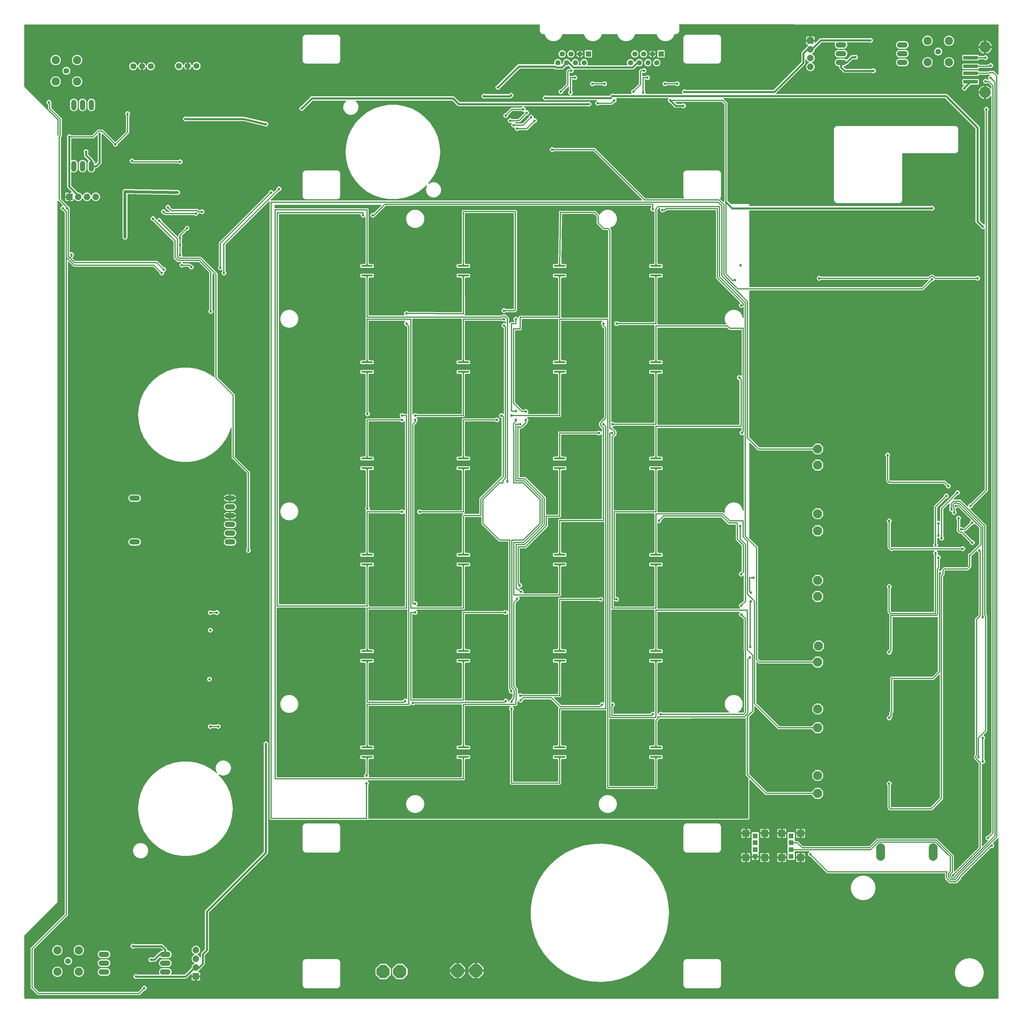
<source format=gbr>
G04 EAGLE Gerber X2 export*
%TF.Part,Single*%
%TF.FileFunction,Copper,L2,Bot,Mixed*%
%TF.FilePolarity,Positive*%
%TF.GenerationSoftware,Autodesk,EAGLE,9.1.1*%
%TF.CreationDate,2018-08-01T19:31:55Z*%
G75*
%MOMM*%
%FSLAX34Y34*%
%LPD*%
%AMOC8*
5,1,8,0,0,1.08239X$1,22.5*%
G01*
%ADD10C,2.540000*%
%ADD11R,1.508000X1.508000*%
%ADD12C,1.508000*%
%ADD13C,1.750000*%
%ADD14C,1.524000*%
%ADD15R,3.300000X0.500000*%
%ADD16R,3.300000X1.300000*%
%ADD17R,0.500000X0.450000*%
%ADD18P,4.123906X8X22.500000*%
%ADD19P,2.749271X8X202.500000*%
%ADD20C,1.638300*%
%ADD21C,2.400300*%
%ADD22R,4.200000X1.000000*%
%ADD23C,3.316000*%
%ADD24R,1.879600X1.879600*%
%ADD25C,1.879600*%
%ADD26R,1.468000X1.468000*%
%ADD27R,1.428000X1.428000*%
%ADD28R,2.025000X2.025000*%
%ADD29C,0.756400*%
%ADD30R,0.956400X0.956400*%
%ADD31C,0.660400*%
%ADD32C,0.609600*%
%ADD33C,0.304800*%
%ADD34C,0.558800*%
%ADD35C,0.812800*%

G36*
X2835682Y10164D02*
X2835682Y10164D01*
X2835708Y10162D01*
X2835855Y10184D01*
X2836002Y10201D01*
X2836027Y10209D01*
X2836053Y10213D01*
X2836191Y10268D01*
X2836330Y10318D01*
X2836352Y10332D01*
X2836377Y10342D01*
X2836498Y10427D01*
X2836623Y10507D01*
X2836641Y10526D01*
X2836663Y10541D01*
X2836762Y10651D01*
X2836865Y10758D01*
X2836879Y10780D01*
X2836896Y10800D01*
X2836968Y10930D01*
X2837044Y11057D01*
X2837052Y11082D01*
X2837065Y11105D01*
X2837105Y11248D01*
X2837150Y11389D01*
X2837152Y11415D01*
X2837160Y11440D01*
X2837179Y11684D01*
X2837179Y474430D01*
X2837168Y474530D01*
X2837166Y474630D01*
X2837148Y474702D01*
X2837139Y474776D01*
X2837105Y474871D01*
X2837081Y474968D01*
X2837047Y475034D01*
X2837022Y475104D01*
X2836967Y475188D01*
X2836921Y475278D01*
X2836873Y475334D01*
X2836833Y475397D01*
X2836760Y475467D01*
X2836695Y475543D01*
X2836636Y475587D01*
X2836582Y475639D01*
X2836496Y475691D01*
X2836415Y475750D01*
X2836347Y475780D01*
X2836283Y475818D01*
X2836187Y475848D01*
X2836095Y475888D01*
X2836022Y475901D01*
X2835951Y475924D01*
X2835851Y475932D01*
X2835752Y475950D01*
X2835678Y475946D01*
X2835604Y475952D01*
X2835504Y475937D01*
X2835404Y475932D01*
X2835333Y475911D01*
X2835259Y475900D01*
X2835166Y475863D01*
X2835069Y475835D01*
X2835004Y475799D01*
X2834935Y475772D01*
X2834853Y475714D01*
X2834765Y475665D01*
X2834689Y475600D01*
X2834649Y475573D01*
X2834625Y475546D01*
X2834579Y475507D01*
X2834476Y475404D01*
X2821177Y462105D01*
X2821113Y462024D01*
X2821060Y461969D01*
X2821039Y461935D01*
X2820987Y461872D01*
X2820976Y461851D01*
X2820961Y461832D01*
X2820896Y461696D01*
X2820895Y461694D01*
X2820881Y461670D01*
X2820878Y461659D01*
X2820828Y461562D01*
X2820822Y461539D01*
X2820812Y461517D01*
X2820780Y461370D01*
X2820744Y461224D01*
X2820744Y461200D01*
X2820738Y461176D01*
X2820741Y461026D01*
X2820739Y460875D01*
X2820744Y460852D01*
X2820744Y460828D01*
X2820781Y460682D01*
X2820813Y460535D01*
X2820824Y460513D01*
X2820829Y460490D01*
X2820899Y460356D01*
X2820963Y460220D01*
X2820978Y460201D01*
X2820989Y460180D01*
X2821087Y460065D01*
X2821181Y459948D01*
X2821199Y459933D01*
X2821215Y459915D01*
X2821336Y459825D01*
X2821426Y459755D01*
X2823401Y457779D01*
X2824441Y455268D01*
X2824441Y452551D01*
X2823401Y450040D01*
X2821480Y448119D01*
X2818969Y447079D01*
X2816252Y447079D01*
X2815638Y447333D01*
X2815564Y447354D01*
X2815494Y447384D01*
X2815397Y447402D01*
X2815303Y447429D01*
X2815226Y447432D01*
X2815151Y447446D01*
X2815053Y447441D01*
X2814955Y447446D01*
X2814879Y447432D01*
X2814803Y447428D01*
X2814709Y447401D01*
X2814612Y447383D01*
X2814542Y447353D01*
X2814468Y447331D01*
X2814382Y447283D01*
X2814292Y447244D01*
X2814231Y447199D01*
X2814164Y447161D01*
X2814050Y447065D01*
X2814012Y447036D01*
X2814000Y447022D01*
X2813978Y447003D01*
X2729141Y362166D01*
X2729062Y362067D01*
X2728978Y361973D01*
X2728954Y361931D01*
X2728924Y361893D01*
X2728870Y361779D01*
X2728809Y361668D01*
X2728796Y361622D01*
X2728775Y361578D01*
X2728749Y361455D01*
X2728714Y361333D01*
X2728709Y361272D01*
X2728702Y361237D01*
X2728703Y361189D01*
X2728695Y361089D01*
X2728695Y359511D01*
X2727999Y357830D01*
X2715570Y345401D01*
X2713889Y344705D01*
X2696311Y344705D01*
X2694630Y345401D01*
X2682201Y357830D01*
X2681505Y359511D01*
X2681505Y372364D01*
X2681502Y372390D01*
X2681504Y372416D01*
X2681482Y372563D01*
X2681465Y372710D01*
X2681457Y372735D01*
X2681453Y372761D01*
X2681398Y372899D01*
X2681348Y373038D01*
X2681334Y373060D01*
X2681324Y373085D01*
X2681239Y373206D01*
X2681159Y373331D01*
X2681140Y373349D01*
X2681125Y373371D01*
X2681015Y373470D01*
X2680908Y373573D01*
X2680886Y373587D01*
X2680866Y373604D01*
X2680736Y373676D01*
X2680609Y373752D01*
X2680584Y373760D01*
X2680561Y373773D01*
X2680418Y373813D01*
X2680277Y373858D01*
X2680251Y373860D01*
X2680226Y373868D01*
X2679982Y373887D01*
X2340970Y373887D01*
X2339290Y374583D01*
X2291890Y421983D01*
X2291791Y422062D01*
X2291697Y422146D01*
X2291655Y422170D01*
X2291617Y422200D01*
X2291503Y422254D01*
X2291392Y422315D01*
X2291346Y422328D01*
X2291302Y422349D01*
X2291179Y422375D01*
X2291057Y422410D01*
X2290996Y422415D01*
X2290961Y422422D01*
X2290913Y422421D01*
X2290813Y422429D01*
X2289721Y422429D01*
X2287211Y423469D01*
X2285289Y425391D01*
X2284249Y427901D01*
X2284249Y430619D01*
X2285289Y433129D01*
X2287211Y435051D01*
X2287321Y435097D01*
X2287366Y435121D01*
X2287413Y435138D01*
X2287517Y435206D01*
X2287626Y435266D01*
X2287663Y435300D01*
X2287706Y435327D01*
X2287792Y435417D01*
X2287884Y435500D01*
X2287913Y435542D01*
X2287948Y435578D01*
X2288012Y435685D01*
X2288082Y435787D01*
X2288101Y435834D01*
X2288127Y435877D01*
X2288165Y435995D01*
X2288210Y436111D01*
X2288218Y436161D01*
X2288233Y436209D01*
X2288243Y436333D01*
X2288261Y436456D01*
X2288257Y436506D01*
X2288261Y436556D01*
X2288243Y436679D01*
X2288232Y436803D01*
X2288217Y436851D01*
X2288209Y436901D01*
X2288163Y437016D01*
X2288125Y437135D01*
X2288099Y437178D01*
X2288081Y437225D01*
X2288010Y437327D01*
X2287945Y437433D01*
X2287910Y437470D01*
X2287882Y437511D01*
X2287789Y437594D01*
X2287703Y437683D01*
X2287660Y437711D01*
X2287623Y437744D01*
X2287514Y437804D01*
X2287409Y437872D01*
X2287362Y437889D01*
X2287318Y437913D01*
X2287198Y437947D01*
X2287081Y437988D01*
X2287031Y437994D01*
X2286982Y438008D01*
X2286739Y438027D01*
X2246912Y438027D01*
X2246886Y438024D01*
X2246860Y438026D01*
X2246713Y438004D01*
X2246566Y437987D01*
X2246541Y437979D01*
X2246515Y437975D01*
X2246377Y437920D01*
X2246238Y437870D01*
X2246216Y437856D01*
X2246191Y437846D01*
X2246070Y437761D01*
X2245945Y437681D01*
X2245927Y437662D01*
X2245905Y437647D01*
X2245806Y437537D01*
X2245703Y437430D01*
X2245689Y437408D01*
X2245672Y437388D01*
X2245600Y437258D01*
X2245524Y437131D01*
X2245516Y437106D01*
X2245503Y437083D01*
X2245463Y436940D01*
X2245418Y436799D01*
X2245416Y436773D01*
X2245408Y436748D01*
X2245389Y436504D01*
X2245389Y434197D01*
X2244869Y433677D01*
X2244852Y433657D01*
X2244832Y433640D01*
X2244744Y433521D01*
X2244652Y433404D01*
X2244641Y433380D01*
X2244625Y433359D01*
X2244567Y433223D01*
X2244503Y433089D01*
X2244498Y433063D01*
X2244487Y433039D01*
X2244461Y432893D01*
X2244430Y432748D01*
X2244430Y432722D01*
X2244426Y432696D01*
X2244433Y432548D01*
X2244436Y432400D01*
X2244442Y432374D01*
X2244443Y432348D01*
X2244485Y432206D01*
X2244521Y432062D01*
X2244533Y432039D01*
X2244540Y432013D01*
X2244613Y431884D01*
X2244680Y431752D01*
X2244697Y431732D01*
X2244710Y431709D01*
X2244869Y431523D01*
X2245389Y431003D01*
X2245389Y414197D01*
X2243603Y412411D01*
X2226797Y412411D01*
X2225011Y414197D01*
X2225011Y431003D01*
X2225531Y431523D01*
X2225548Y431543D01*
X2225568Y431560D01*
X2225656Y431680D01*
X2225748Y431796D01*
X2225759Y431820D01*
X2225775Y431841D01*
X2225833Y431977D01*
X2225897Y432111D01*
X2225902Y432137D01*
X2225913Y432161D01*
X2225939Y432307D01*
X2225970Y432452D01*
X2225970Y432478D01*
X2225974Y432504D01*
X2225967Y432652D01*
X2225964Y432800D01*
X2225958Y432826D01*
X2225957Y432852D01*
X2225916Y432994D01*
X2225879Y433138D01*
X2225867Y433162D01*
X2225860Y433187D01*
X2225788Y433316D01*
X2225720Y433448D01*
X2225703Y433468D01*
X2225690Y433491D01*
X2225531Y433677D01*
X2225011Y434197D01*
X2225011Y451003D01*
X2225531Y451523D01*
X2225548Y451543D01*
X2225568Y451560D01*
X2225656Y451680D01*
X2225748Y451796D01*
X2225759Y451820D01*
X2225775Y451841D01*
X2225833Y451977D01*
X2225897Y452111D01*
X2225902Y452137D01*
X2225913Y452161D01*
X2225939Y452307D01*
X2225970Y452452D01*
X2225970Y452478D01*
X2225974Y452504D01*
X2225967Y452652D01*
X2225964Y452800D01*
X2225958Y452826D01*
X2225957Y452852D01*
X2225916Y452994D01*
X2225879Y453138D01*
X2225867Y453162D01*
X2225860Y453187D01*
X2225788Y453316D01*
X2225720Y453448D01*
X2225703Y453468D01*
X2225690Y453491D01*
X2225531Y453677D01*
X2225011Y454197D01*
X2225011Y471003D01*
X2225331Y471323D01*
X2225348Y471343D01*
X2225368Y471360D01*
X2225456Y471480D01*
X2225548Y471596D01*
X2225559Y471620D01*
X2225575Y471641D01*
X2225633Y471777D01*
X2225697Y471911D01*
X2225702Y471937D01*
X2225713Y471961D01*
X2225739Y472107D01*
X2225770Y472252D01*
X2225770Y472278D01*
X2225774Y472304D01*
X2225767Y472452D01*
X2225764Y472600D01*
X2225758Y472626D01*
X2225757Y472652D01*
X2225716Y472794D01*
X2225679Y472938D01*
X2225667Y472962D01*
X2225660Y472987D01*
X2225588Y473116D01*
X2225520Y473248D01*
X2225503Y473268D01*
X2225490Y473291D01*
X2225331Y473477D01*
X2224811Y473997D01*
X2224811Y491203D01*
X2226597Y492989D01*
X2243803Y492989D01*
X2245589Y491203D01*
X2245589Y473997D01*
X2245069Y473477D01*
X2245052Y473457D01*
X2245032Y473440D01*
X2244944Y473321D01*
X2244852Y473204D01*
X2244841Y473180D01*
X2244825Y473159D01*
X2244767Y473023D01*
X2244703Y472889D01*
X2244698Y472863D01*
X2244687Y472839D01*
X2244661Y472693D01*
X2244630Y472548D01*
X2244630Y472522D01*
X2244626Y472496D01*
X2244633Y472348D01*
X2244636Y472200D01*
X2244642Y472174D01*
X2244643Y472148D01*
X2244685Y472006D01*
X2244721Y471862D01*
X2244733Y471839D01*
X2244740Y471813D01*
X2244813Y471684D01*
X2244880Y471552D01*
X2244897Y471532D01*
X2244910Y471509D01*
X2245069Y471323D01*
X2245389Y471003D01*
X2245389Y468696D01*
X2245392Y468670D01*
X2245390Y468644D01*
X2245412Y468497D01*
X2245429Y468350D01*
X2245437Y468325D01*
X2245441Y468299D01*
X2245496Y468161D01*
X2245546Y468022D01*
X2245560Y468000D01*
X2245570Y467975D01*
X2245655Y467854D01*
X2245735Y467729D01*
X2245754Y467711D01*
X2245769Y467689D01*
X2245879Y467590D01*
X2245986Y467487D01*
X2246008Y467473D01*
X2246028Y467456D01*
X2246158Y467384D01*
X2246285Y467308D01*
X2246310Y467300D01*
X2246333Y467287D01*
X2246476Y467247D01*
X2246617Y467202D01*
X2246643Y467200D01*
X2246668Y467192D01*
X2246912Y467173D01*
X2253570Y467173D01*
X2255250Y466477D01*
X2268520Y453207D01*
X2268619Y453128D01*
X2268713Y453044D01*
X2268755Y453020D01*
X2268793Y452990D01*
X2268907Y452936D01*
X2269018Y452875D01*
X2269064Y452862D01*
X2269108Y452841D01*
X2269231Y452815D01*
X2269353Y452780D01*
X2269414Y452775D01*
X2269449Y452768D01*
X2269497Y452769D01*
X2269597Y452761D01*
X2461115Y452761D01*
X2461240Y452775D01*
X2461366Y452782D01*
X2461413Y452795D01*
X2461461Y452801D01*
X2461580Y452843D01*
X2461701Y452878D01*
X2461743Y452902D01*
X2461789Y452918D01*
X2461895Y452987D01*
X2462005Y453048D01*
X2462052Y453088D01*
X2462082Y453107D01*
X2462115Y453142D01*
X2462192Y453207D01*
X2483117Y474132D01*
X2484798Y474828D01*
X2657534Y474828D01*
X2659215Y474132D01*
X2706719Y426628D01*
X2707415Y424948D01*
X2707415Y380759D01*
X2707426Y380659D01*
X2707428Y380559D01*
X2707446Y380487D01*
X2707455Y380413D01*
X2707488Y380318D01*
X2707513Y380221D01*
X2707547Y380155D01*
X2707572Y380085D01*
X2707627Y380000D01*
X2707673Y379911D01*
X2707721Y379854D01*
X2707761Y379792D01*
X2707833Y379722D01*
X2707898Y379646D01*
X2707958Y379601D01*
X2708012Y379550D01*
X2708098Y379498D01*
X2708179Y379438D01*
X2708247Y379409D01*
X2708311Y379371D01*
X2708407Y379340D01*
X2708499Y379300D01*
X2708572Y379287D01*
X2708643Y379265D01*
X2708743Y379257D01*
X2708842Y379239D01*
X2708916Y379243D01*
X2708990Y379237D01*
X2709090Y379252D01*
X2709190Y379257D01*
X2709261Y379277D01*
X2709335Y379288D01*
X2709428Y379325D01*
X2709525Y379353D01*
X2709590Y379390D01*
X2709659Y379417D01*
X2709741Y379474D01*
X2709829Y379523D01*
X2709905Y379589D01*
X2709945Y379616D01*
X2709969Y379642D01*
X2710015Y379682D01*
X2778821Y448488D01*
X2778900Y448587D01*
X2778984Y448681D01*
X2779008Y448723D01*
X2779038Y448761D01*
X2779092Y448875D01*
X2779153Y448986D01*
X2779166Y449032D01*
X2779187Y449076D01*
X2779213Y449199D01*
X2779248Y449321D01*
X2779253Y449382D01*
X2779260Y449417D01*
X2779259Y449465D01*
X2779267Y449565D01*
X2779267Y692499D01*
X2779253Y692625D01*
X2779246Y692751D01*
X2779233Y692797D01*
X2779227Y692845D01*
X2779185Y692964D01*
X2779150Y693086D01*
X2779126Y693128D01*
X2779110Y693173D01*
X2779041Y693280D01*
X2778980Y693390D01*
X2778940Y693436D01*
X2778921Y693466D01*
X2778886Y693500D01*
X2778821Y693576D01*
X2767037Y705360D01*
X2766341Y707041D01*
X2766341Y715359D01*
X2767037Y717040D01*
X2768153Y718156D01*
X2768232Y718255D01*
X2768316Y718349D01*
X2768340Y718391D01*
X2768370Y718429D01*
X2768424Y718543D01*
X2768485Y718654D01*
X2768498Y718700D01*
X2768519Y718744D01*
X2768545Y718867D01*
X2768580Y718989D01*
X2768585Y719050D01*
X2768592Y719085D01*
X2768591Y719133D01*
X2768599Y719233D01*
X2768599Y1111317D01*
X2769295Y1112998D01*
X2778821Y1122524D01*
X2778900Y1122623D01*
X2778984Y1122717D01*
X2779008Y1122759D01*
X2779038Y1122797D01*
X2779092Y1122911D01*
X2779153Y1123022D01*
X2779166Y1123068D01*
X2779187Y1123112D01*
X2779213Y1123235D01*
X2779248Y1123357D01*
X2779253Y1123418D01*
X2779260Y1123453D01*
X2779259Y1123501D01*
X2779267Y1123601D01*
X2779267Y1303071D01*
X2779259Y1303146D01*
X2779260Y1303223D01*
X2779239Y1303319D01*
X2779227Y1303417D01*
X2779202Y1303489D01*
X2779185Y1303563D01*
X2779143Y1303652D01*
X2779110Y1303745D01*
X2779068Y1303809D01*
X2779036Y1303878D01*
X2778974Y1303955D01*
X2778921Y1304038D01*
X2778866Y1304091D01*
X2778818Y1304151D01*
X2778741Y1304212D01*
X2778670Y1304280D01*
X2778605Y1304319D01*
X2778545Y1304367D01*
X2778412Y1304435D01*
X2778371Y1304459D01*
X2778353Y1304465D01*
X2778327Y1304478D01*
X2777431Y1304849D01*
X2775509Y1306771D01*
X2774970Y1308073D01*
X2774897Y1308204D01*
X2774828Y1308338D01*
X2774812Y1308356D01*
X2774801Y1308377D01*
X2774700Y1308488D01*
X2774602Y1308603D01*
X2774583Y1308617D01*
X2774566Y1308635D01*
X2774443Y1308721D01*
X2774322Y1308810D01*
X2774300Y1308820D01*
X2774280Y1308833D01*
X2774140Y1308889D01*
X2774002Y1308948D01*
X2773978Y1308952D01*
X2773956Y1308961D01*
X2773807Y1308983D01*
X2773659Y1309010D01*
X2773635Y1309009D01*
X2773611Y1309012D01*
X2773461Y1309000D01*
X2773311Y1308992D01*
X2773288Y1308985D01*
X2773263Y1308983D01*
X2773120Y1308937D01*
X2772976Y1308895D01*
X2772955Y1308884D01*
X2772932Y1308876D01*
X2772803Y1308799D01*
X2772672Y1308725D01*
X2772650Y1308706D01*
X2772633Y1308696D01*
X2772599Y1308663D01*
X2772486Y1308567D01*
X2759483Y1295564D01*
X2758379Y1294460D01*
X2758300Y1294361D01*
X2758216Y1294267D01*
X2758192Y1294225D01*
X2758162Y1294187D01*
X2758108Y1294073D01*
X2758047Y1293962D01*
X2758034Y1293916D01*
X2758013Y1293872D01*
X2757987Y1293749D01*
X2757952Y1293627D01*
X2757947Y1293566D01*
X2757940Y1293531D01*
X2757941Y1293483D01*
X2757933Y1293383D01*
X2757933Y1264010D01*
X2757237Y1262330D01*
X2748330Y1253423D01*
X2746650Y1252727D01*
X2682225Y1252727D01*
X2682099Y1252713D01*
X2681973Y1252706D01*
X2681927Y1252693D01*
X2681879Y1252687D01*
X2681760Y1252645D01*
X2681638Y1252610D01*
X2681596Y1252586D01*
X2681551Y1252570D01*
X2681444Y1252501D01*
X2681334Y1252440D01*
X2681288Y1252400D01*
X2681258Y1252381D01*
X2681224Y1252346D01*
X2681148Y1252281D01*
X2680599Y1251732D01*
X2680520Y1251633D01*
X2680436Y1251539D01*
X2680412Y1251497D01*
X2680382Y1251459D01*
X2680328Y1251345D01*
X2680267Y1251234D01*
X2680254Y1251188D01*
X2680233Y1251144D01*
X2680207Y1251021D01*
X2680172Y1250899D01*
X2680167Y1250838D01*
X2680160Y1250803D01*
X2680161Y1250755D01*
X2680153Y1250655D01*
X2680153Y1240441D01*
X2679457Y1238760D01*
X2677956Y1237259D01*
X2676083Y1235386D01*
X2676004Y1235287D01*
X2675920Y1235193D01*
X2675896Y1235151D01*
X2675866Y1235113D01*
X2675812Y1234999D01*
X2675751Y1234888D01*
X2675738Y1234842D01*
X2675717Y1234798D01*
X2675691Y1234675D01*
X2675656Y1234553D01*
X2675651Y1234492D01*
X2675644Y1234457D01*
X2675645Y1234409D01*
X2675637Y1234309D01*
X2675637Y589894D01*
X2674941Y588214D01*
X2644190Y557463D01*
X2642510Y556767D01*
X2521310Y556767D01*
X2519630Y557463D01*
X2515803Y561290D01*
X2515107Y562970D01*
X2515107Y628492D01*
X2515093Y628617D01*
X2515086Y628743D01*
X2515073Y628790D01*
X2515067Y628838D01*
X2515025Y628957D01*
X2514990Y629078D01*
X2514966Y629120D01*
X2514950Y629166D01*
X2514881Y629272D01*
X2514820Y629382D01*
X2514780Y629429D01*
X2514761Y629459D01*
X2514726Y629492D01*
X2514661Y629569D01*
X2513889Y630341D01*
X2512849Y632851D01*
X2512849Y635569D01*
X2513889Y638079D01*
X2515811Y640001D01*
X2518321Y641041D01*
X2521039Y641041D01*
X2523549Y640001D01*
X2525471Y638079D01*
X2526511Y635569D01*
X2526511Y632851D01*
X2525471Y630341D01*
X2524699Y629569D01*
X2524620Y629470D01*
X2524536Y629376D01*
X2524512Y629334D01*
X2524482Y629296D01*
X2524428Y629182D01*
X2524367Y629071D01*
X2524354Y629024D01*
X2524333Y628981D01*
X2524307Y628857D01*
X2524272Y628735D01*
X2524267Y628675D01*
X2524260Y628640D01*
X2524261Y628592D01*
X2524253Y628492D01*
X2524253Y567436D01*
X2524256Y567410D01*
X2524254Y567384D01*
X2524276Y567237D01*
X2524293Y567090D01*
X2524301Y567065D01*
X2524305Y567039D01*
X2524360Y566901D01*
X2524410Y566762D01*
X2524424Y566740D01*
X2524434Y566715D01*
X2524519Y566594D01*
X2524599Y566469D01*
X2524618Y566451D01*
X2524633Y566429D01*
X2524743Y566330D01*
X2524850Y566227D01*
X2524872Y566213D01*
X2524892Y566196D01*
X2525022Y566124D01*
X2525149Y566048D01*
X2525174Y566040D01*
X2525197Y566027D01*
X2525340Y565987D01*
X2525481Y565942D01*
X2525507Y565940D01*
X2525532Y565932D01*
X2525776Y565913D01*
X2639075Y565913D01*
X2639201Y565927D01*
X2639327Y565934D01*
X2639373Y565947D01*
X2639421Y565953D01*
X2639540Y565995D01*
X2639662Y566030D01*
X2639704Y566054D01*
X2639749Y566070D01*
X2639856Y566139D01*
X2639966Y566200D01*
X2640012Y566240D01*
X2640042Y566259D01*
X2640076Y566294D01*
X2640152Y566359D01*
X2666045Y592252D01*
X2666124Y592351D01*
X2666208Y592445D01*
X2666232Y592487D01*
X2666262Y592525D01*
X2666316Y592639D01*
X2666377Y592750D01*
X2666390Y592796D01*
X2666411Y592840D01*
X2666437Y592963D01*
X2666472Y593085D01*
X2666477Y593146D01*
X2666484Y593181D01*
X2666483Y593229D01*
X2666491Y593329D01*
X2666491Y949467D01*
X2666480Y949567D01*
X2666478Y949667D01*
X2666460Y949739D01*
X2666451Y949813D01*
X2666418Y949908D01*
X2666393Y950005D01*
X2666359Y950071D01*
X2666334Y950141D01*
X2666279Y950226D01*
X2666233Y950315D01*
X2666185Y950372D01*
X2666145Y950434D01*
X2666073Y950504D01*
X2666008Y950580D01*
X2665948Y950625D01*
X2665894Y950676D01*
X2665808Y950728D01*
X2665727Y950788D01*
X2665659Y950817D01*
X2665595Y950855D01*
X2665499Y950886D01*
X2665407Y950926D01*
X2665334Y950939D01*
X2665263Y950961D01*
X2665163Y950969D01*
X2665064Y950987D01*
X2664990Y950983D01*
X2664916Y950989D01*
X2664816Y950974D01*
X2664716Y950969D01*
X2664645Y950949D01*
X2664571Y950938D01*
X2664478Y950901D01*
X2664381Y950873D01*
X2664316Y950836D01*
X2664247Y950809D01*
X2664165Y950752D01*
X2664077Y950703D01*
X2664001Y950637D01*
X2663961Y950610D01*
X2663937Y950584D01*
X2663891Y950544D01*
X2649270Y935923D01*
X2647590Y935227D01*
X2533396Y935227D01*
X2533370Y935224D01*
X2533344Y935226D01*
X2533197Y935204D01*
X2533050Y935187D01*
X2533025Y935179D01*
X2532999Y935175D01*
X2532861Y935120D01*
X2532722Y935070D01*
X2532700Y935056D01*
X2532675Y935046D01*
X2532554Y934961D01*
X2532429Y934881D01*
X2532411Y934862D01*
X2532389Y934847D01*
X2532290Y934737D01*
X2532187Y934630D01*
X2532173Y934608D01*
X2532156Y934588D01*
X2532084Y934458D01*
X2532008Y934331D01*
X2532000Y934306D01*
X2531987Y934283D01*
X2531947Y934140D01*
X2531902Y933999D01*
X2531900Y933973D01*
X2531892Y933948D01*
X2531873Y933704D01*
X2531873Y841358D01*
X2531177Y839677D01*
X2530033Y838533D01*
X2529954Y838434D01*
X2529870Y838340D01*
X2529846Y838298D01*
X2529816Y838260D01*
X2529762Y838146D01*
X2529701Y838035D01*
X2529688Y837989D01*
X2529667Y837945D01*
X2529641Y837822D01*
X2529606Y837700D01*
X2529601Y837639D01*
X2529594Y837604D01*
X2529595Y837556D01*
X2529587Y837456D01*
X2529587Y829134D01*
X2528891Y827454D01*
X2526957Y825520D01*
X2526878Y825421D01*
X2526794Y825327D01*
X2526770Y825285D01*
X2526740Y825247D01*
X2526686Y825133D01*
X2526625Y825022D01*
X2526612Y824976D01*
X2526591Y824932D01*
X2526565Y824809D01*
X2526530Y824687D01*
X2526525Y824626D01*
X2526518Y824591D01*
X2526519Y824543D01*
X2526511Y824443D01*
X2526511Y823351D01*
X2525471Y820841D01*
X2523549Y818919D01*
X2521039Y817879D01*
X2518321Y817879D01*
X2515811Y818919D01*
X2513889Y820841D01*
X2512849Y823351D01*
X2512849Y826069D01*
X2513889Y828579D01*
X2515811Y830501D01*
X2518321Y831541D01*
X2518918Y831541D01*
X2518944Y831544D01*
X2518970Y831542D01*
X2519117Y831564D01*
X2519264Y831581D01*
X2519289Y831589D01*
X2519315Y831593D01*
X2519453Y831648D01*
X2519592Y831698D01*
X2519614Y831712D01*
X2519639Y831722D01*
X2519760Y831807D01*
X2519885Y831887D01*
X2519903Y831906D01*
X2519925Y831921D01*
X2520024Y832031D01*
X2520127Y832138D01*
X2520141Y832160D01*
X2520158Y832180D01*
X2520230Y832310D01*
X2520306Y832437D01*
X2520314Y832462D01*
X2520327Y832485D01*
X2520367Y832628D01*
X2520412Y832769D01*
X2520414Y832795D01*
X2520422Y832820D01*
X2520441Y833064D01*
X2520441Y840891D01*
X2521137Y842571D01*
X2522281Y843715D01*
X2522360Y843814D01*
X2522444Y843908D01*
X2522468Y843950D01*
X2522498Y843988D01*
X2522552Y844102D01*
X2522613Y844213D01*
X2522626Y844260D01*
X2522647Y844303D01*
X2522673Y844427D01*
X2522708Y844548D01*
X2522713Y844609D01*
X2522720Y844644D01*
X2522719Y844692D01*
X2522727Y844792D01*
X2522727Y940710D01*
X2523423Y942390D01*
X2524710Y943677D01*
X2526390Y944373D01*
X2644155Y944373D01*
X2644281Y944387D01*
X2644407Y944394D01*
X2644453Y944407D01*
X2644501Y944413D01*
X2644620Y944455D01*
X2644742Y944490D01*
X2644784Y944514D01*
X2644829Y944530D01*
X2644936Y944599D01*
X2645046Y944660D01*
X2645092Y944700D01*
X2645122Y944719D01*
X2645156Y944754D01*
X2645232Y944819D01*
X2660457Y960044D01*
X2660536Y960143D01*
X2660620Y960237D01*
X2660644Y960279D01*
X2660674Y960317D01*
X2660728Y960431D01*
X2660789Y960542D01*
X2660802Y960588D01*
X2660823Y960632D01*
X2660849Y960755D01*
X2660884Y960877D01*
X2660889Y960938D01*
X2660896Y960973D01*
X2660895Y961021D01*
X2660903Y961121D01*
X2660903Y1116719D01*
X2660886Y1116868D01*
X2660874Y1117018D01*
X2660866Y1117042D01*
X2660863Y1117065D01*
X2660813Y1117207D01*
X2660767Y1117350D01*
X2660754Y1117371D01*
X2660746Y1117394D01*
X2660664Y1117520D01*
X2660587Y1117649D01*
X2660570Y1117666D01*
X2660557Y1117686D01*
X2660449Y1117791D01*
X2660344Y1117899D01*
X2660324Y1117912D01*
X2660306Y1117929D01*
X2660177Y1118006D01*
X2660051Y1118087D01*
X2660028Y1118095D01*
X2660007Y1118107D01*
X2659864Y1118153D01*
X2659722Y1118204D01*
X2659698Y1118206D01*
X2659675Y1118214D01*
X2659526Y1118226D01*
X2659376Y1118242D01*
X2659352Y1118240D01*
X2659328Y1118242D01*
X2659179Y1118219D01*
X2659030Y1118202D01*
X2659002Y1118193D01*
X2658983Y1118190D01*
X2658939Y1118172D01*
X2658797Y1118126D01*
X2657524Y1117599D01*
X2530856Y1117599D01*
X2530830Y1117596D01*
X2530804Y1117598D01*
X2530657Y1117576D01*
X2530510Y1117559D01*
X2530485Y1117551D01*
X2530459Y1117547D01*
X2530321Y1117492D01*
X2530182Y1117442D01*
X2530160Y1117428D01*
X2530135Y1117418D01*
X2530014Y1117333D01*
X2529889Y1117253D01*
X2529871Y1117234D01*
X2529849Y1117219D01*
X2529750Y1117109D01*
X2529647Y1117002D01*
X2529633Y1116980D01*
X2529616Y1116960D01*
X2529544Y1116830D01*
X2529468Y1116703D01*
X2529460Y1116678D01*
X2529447Y1116655D01*
X2529407Y1116512D01*
X2529362Y1116371D01*
X2529360Y1116345D01*
X2529352Y1116320D01*
X2529333Y1116076D01*
X2529333Y1019380D01*
X2528637Y1017700D01*
X2526957Y1016020D01*
X2526878Y1015921D01*
X2526794Y1015827D01*
X2526770Y1015785D01*
X2526740Y1015747D01*
X2526686Y1015633D01*
X2526625Y1015522D01*
X2526612Y1015476D01*
X2526591Y1015432D01*
X2526565Y1015309D01*
X2526530Y1015187D01*
X2526525Y1015126D01*
X2526518Y1015091D01*
X2526519Y1015043D01*
X2526511Y1014943D01*
X2526511Y1013851D01*
X2525471Y1011341D01*
X2523549Y1009419D01*
X2521039Y1008379D01*
X2518321Y1008379D01*
X2515811Y1009419D01*
X2513889Y1011341D01*
X2512849Y1013851D01*
X2512849Y1016569D01*
X2513889Y1019079D01*
X2515811Y1021001D01*
X2518321Y1022041D01*
X2518664Y1022041D01*
X2518690Y1022044D01*
X2518716Y1022042D01*
X2518863Y1022064D01*
X2519010Y1022081D01*
X2519035Y1022089D01*
X2519061Y1022093D01*
X2519199Y1022148D01*
X2519338Y1022198D01*
X2519360Y1022212D01*
X2519385Y1022222D01*
X2519506Y1022307D01*
X2519631Y1022387D01*
X2519649Y1022406D01*
X2519671Y1022421D01*
X2519770Y1022531D01*
X2519873Y1022638D01*
X2519887Y1022660D01*
X2519904Y1022680D01*
X2519976Y1022810D01*
X2520052Y1022937D01*
X2520060Y1022962D01*
X2520073Y1022985D01*
X2520113Y1023128D01*
X2520158Y1023269D01*
X2520160Y1023295D01*
X2520168Y1023320D01*
X2520187Y1023564D01*
X2520187Y1123082D01*
X2520613Y1124110D01*
X2520634Y1124184D01*
X2520665Y1124254D01*
X2520682Y1124350D01*
X2520709Y1124445D01*
X2520713Y1124522D01*
X2520726Y1124597D01*
X2520721Y1124695D01*
X2520726Y1124793D01*
X2520712Y1124868D01*
X2520708Y1124945D01*
X2520681Y1125039D01*
X2520663Y1125136D01*
X2520633Y1125206D01*
X2520612Y1125280D01*
X2520564Y1125366D01*
X2520524Y1125456D01*
X2520479Y1125517D01*
X2520442Y1125584D01*
X2520345Y1125698D01*
X2520317Y1125735D01*
X2520302Y1125748D01*
X2520283Y1125770D01*
X2515803Y1130250D01*
X2515107Y1131930D01*
X2515107Y1199992D01*
X2515093Y1200117D01*
X2515086Y1200243D01*
X2515073Y1200290D01*
X2515067Y1200338D01*
X2515025Y1200457D01*
X2514990Y1200578D01*
X2514966Y1200620D01*
X2514950Y1200666D01*
X2514881Y1200772D01*
X2514820Y1200882D01*
X2514780Y1200929D01*
X2514761Y1200959D01*
X2514726Y1200992D01*
X2514661Y1201069D01*
X2513889Y1201841D01*
X2512849Y1204351D01*
X2512849Y1207069D01*
X2513889Y1209579D01*
X2515811Y1211501D01*
X2518321Y1212541D01*
X2521039Y1212541D01*
X2523549Y1211501D01*
X2525471Y1209579D01*
X2526511Y1207069D01*
X2526511Y1204351D01*
X2525471Y1201841D01*
X2524699Y1201069D01*
X2524620Y1200970D01*
X2524536Y1200876D01*
X2524512Y1200834D01*
X2524482Y1200796D01*
X2524428Y1200682D01*
X2524367Y1200571D01*
X2524354Y1200524D01*
X2524333Y1200481D01*
X2524307Y1200357D01*
X2524272Y1200235D01*
X2524267Y1200175D01*
X2524260Y1200140D01*
X2524261Y1200092D01*
X2524253Y1199992D01*
X2524253Y1135365D01*
X2524267Y1135239D01*
X2524274Y1135113D01*
X2524287Y1135067D01*
X2524293Y1135019D01*
X2524335Y1134900D01*
X2524370Y1134778D01*
X2524394Y1134736D01*
X2524410Y1134691D01*
X2524479Y1134584D01*
X2524540Y1134474D01*
X2524580Y1134428D01*
X2524599Y1134398D01*
X2524634Y1134364D01*
X2524699Y1134288D01*
X2526208Y1132779D01*
X2526307Y1132700D01*
X2526401Y1132616D01*
X2526443Y1132592D01*
X2526481Y1132562D01*
X2526595Y1132508D01*
X2526706Y1132447D01*
X2526752Y1132434D01*
X2526796Y1132413D01*
X2526919Y1132387D01*
X2527041Y1132352D01*
X2527102Y1132347D01*
X2527137Y1132340D01*
X2527185Y1132341D01*
X2527285Y1132333D01*
X2648204Y1132333D01*
X2648230Y1132336D01*
X2648256Y1132334D01*
X2648403Y1132356D01*
X2648550Y1132373D01*
X2648575Y1132381D01*
X2648601Y1132385D01*
X2648739Y1132440D01*
X2648878Y1132490D01*
X2648900Y1132504D01*
X2648925Y1132514D01*
X2649046Y1132599D01*
X2649171Y1132679D01*
X2649189Y1132698D01*
X2649211Y1132713D01*
X2649310Y1132823D01*
X2649413Y1132930D01*
X2649427Y1132952D01*
X2649444Y1132972D01*
X2649516Y1133102D01*
X2649592Y1133229D01*
X2649600Y1133254D01*
X2649613Y1133277D01*
X2649653Y1133420D01*
X2649698Y1133561D01*
X2649700Y1133587D01*
X2649708Y1133612D01*
X2649727Y1133856D01*
X2649727Y1297302D01*
X2649721Y1297357D01*
X2649721Y1297359D01*
X2649719Y1297370D01*
X2649713Y1297427D01*
X2649706Y1297553D01*
X2649693Y1297600D01*
X2649687Y1297648D01*
X2649671Y1297694D01*
X2649669Y1297704D01*
X2649649Y1297754D01*
X2649645Y1297767D01*
X2649610Y1297888D01*
X2649586Y1297930D01*
X2649570Y1297976D01*
X2649547Y1298011D01*
X2649541Y1298028D01*
X2649495Y1298093D01*
X2649440Y1298192D01*
X2649400Y1298239D01*
X2649381Y1298269D01*
X2649357Y1298292D01*
X2649342Y1298314D01*
X2649319Y1298335D01*
X2649281Y1298379D01*
X2648509Y1299151D01*
X2647469Y1301661D01*
X2647469Y1304379D01*
X2648509Y1306889D01*
X2650167Y1308547D01*
X2650229Y1308626D01*
X2650299Y1308698D01*
X2650337Y1308762D01*
X2650383Y1308820D01*
X2650426Y1308911D01*
X2650478Y1308997D01*
X2650501Y1309068D01*
X2650532Y1309135D01*
X2650553Y1309233D01*
X2650584Y1309329D01*
X2650590Y1309403D01*
X2650606Y1309476D01*
X2650604Y1309576D01*
X2650612Y1309676D01*
X2650601Y1309750D01*
X2650600Y1309824D01*
X2650575Y1309921D01*
X2650560Y1310021D01*
X2650533Y1310090D01*
X2650515Y1310162D01*
X2650469Y1310251D01*
X2650432Y1310345D01*
X2650389Y1310406D01*
X2650355Y1310472D01*
X2650290Y1310548D01*
X2650233Y1310631D01*
X2650178Y1310681D01*
X2650129Y1310737D01*
X2650048Y1310797D01*
X2649974Y1310864D01*
X2649909Y1310900D01*
X2649849Y1310945D01*
X2649757Y1310984D01*
X2649669Y1311033D01*
X2649597Y1311053D01*
X2649529Y1311083D01*
X2649430Y1311100D01*
X2649333Y1311128D01*
X2649233Y1311136D01*
X2649186Y1311144D01*
X2649150Y1311142D01*
X2649090Y1311147D01*
X2532365Y1311147D01*
X2532239Y1311133D01*
X2532113Y1311126D01*
X2532067Y1311113D01*
X2532019Y1311107D01*
X2531900Y1311065D01*
X2531778Y1311030D01*
X2531736Y1311006D01*
X2531691Y1310990D01*
X2531584Y1310921D01*
X2531474Y1310860D01*
X2531428Y1310820D01*
X2531398Y1310801D01*
X2531364Y1310766D01*
X2531288Y1310701D01*
X2529890Y1309303D01*
X2528210Y1308607D01*
X2526390Y1308607D01*
X2524710Y1309303D01*
X2515803Y1318210D01*
X2515107Y1319890D01*
X2515107Y1390492D01*
X2515093Y1390617D01*
X2515086Y1390743D01*
X2515073Y1390790D01*
X2515067Y1390838D01*
X2515025Y1390957D01*
X2514990Y1391078D01*
X2514966Y1391120D01*
X2514950Y1391166D01*
X2514881Y1391272D01*
X2514820Y1391382D01*
X2514780Y1391429D01*
X2514761Y1391459D01*
X2514726Y1391492D01*
X2514661Y1391569D01*
X2513889Y1392341D01*
X2512849Y1394851D01*
X2512849Y1397569D01*
X2513889Y1400079D01*
X2515811Y1402001D01*
X2518321Y1403041D01*
X2521039Y1403041D01*
X2523549Y1402001D01*
X2525471Y1400079D01*
X2526511Y1397569D01*
X2526511Y1394851D01*
X2525471Y1392341D01*
X2524699Y1391569D01*
X2524620Y1391470D01*
X2524536Y1391376D01*
X2524512Y1391334D01*
X2524482Y1391296D01*
X2524428Y1391182D01*
X2524367Y1391071D01*
X2524354Y1391024D01*
X2524333Y1390981D01*
X2524307Y1390857D01*
X2524272Y1390735D01*
X2524267Y1390675D01*
X2524260Y1390640D01*
X2524261Y1390592D01*
X2524253Y1390492D01*
X2524253Y1323325D01*
X2524267Y1323199D01*
X2524274Y1323073D01*
X2524287Y1323027D01*
X2524293Y1322979D01*
X2524335Y1322860D01*
X2524370Y1322738D01*
X2524394Y1322696D01*
X2524410Y1322651D01*
X2524479Y1322545D01*
X2524540Y1322434D01*
X2524580Y1322388D01*
X2524599Y1322358D01*
X2524634Y1322324D01*
X2524699Y1322248D01*
X2526601Y1320346D01*
X2526661Y1320298D01*
X2526714Y1320243D01*
X2526797Y1320190D01*
X2526874Y1320129D01*
X2526943Y1320096D01*
X2527008Y1320055D01*
X2527100Y1320022D01*
X2527189Y1319980D01*
X2527264Y1319964D01*
X2527336Y1319938D01*
X2527434Y1319927D01*
X2527530Y1319907D01*
X2527606Y1319908D01*
X2527682Y1319900D01*
X2527780Y1319911D01*
X2527878Y1319913D01*
X2527952Y1319931D01*
X2528028Y1319940D01*
X2528170Y1319986D01*
X2528216Y1319998D01*
X2528233Y1320007D01*
X2528261Y1320016D01*
X2528930Y1320293D01*
X2646941Y1320293D01*
X2647090Y1320310D01*
X2647240Y1320322D01*
X2647263Y1320330D01*
X2647287Y1320333D01*
X2647428Y1320383D01*
X2647572Y1320429D01*
X2647593Y1320442D01*
X2647615Y1320450D01*
X2647742Y1320532D01*
X2647871Y1320609D01*
X2647888Y1320626D01*
X2647908Y1320639D01*
X2648013Y1320747D01*
X2648121Y1320852D01*
X2648134Y1320872D01*
X2648150Y1320890D01*
X2648228Y1321019D01*
X2648309Y1321145D01*
X2648317Y1321168D01*
X2648329Y1321189D01*
X2648375Y1321332D01*
X2648425Y1321474D01*
X2648428Y1321498D01*
X2648435Y1321521D01*
X2648448Y1321670D01*
X2648464Y1321820D01*
X2648462Y1321844D01*
X2648463Y1321868D01*
X2648441Y1322017D01*
X2648424Y1322166D01*
X2648415Y1322194D01*
X2648412Y1322213D01*
X2648394Y1322257D01*
X2648348Y1322399D01*
X2647469Y1324521D01*
X2647469Y1327239D01*
X2648509Y1329749D01*
X2649281Y1330521D01*
X2649360Y1330620D01*
X2649444Y1330714D01*
X2649468Y1330756D01*
X2649498Y1330794D01*
X2649552Y1330909D01*
X2649613Y1331019D01*
X2649626Y1331066D01*
X2649647Y1331109D01*
X2649673Y1331233D01*
X2649708Y1331355D01*
X2649713Y1331415D01*
X2649720Y1331450D01*
X2649719Y1331498D01*
X2649727Y1331598D01*
X2649727Y1438220D01*
X2650423Y1439901D01*
X2677995Y1467472D01*
X2678073Y1467571D01*
X2678158Y1467665D01*
X2678181Y1467707D01*
X2678211Y1467745D01*
X2678265Y1467859D01*
X2678327Y1467970D01*
X2678340Y1468016D01*
X2678360Y1468060D01*
X2678387Y1468183D01*
X2678421Y1468305D01*
X2678426Y1468366D01*
X2678434Y1468401D01*
X2678433Y1468449D01*
X2678441Y1468549D01*
X2678441Y1469641D01*
X2679481Y1472151D01*
X2681402Y1474073D01*
X2683913Y1475113D01*
X2686630Y1475113D01*
X2689141Y1474073D01*
X2691062Y1472151D01*
X2692102Y1469641D01*
X2692102Y1466923D01*
X2691062Y1464413D01*
X2689141Y1462491D01*
X2686630Y1461451D01*
X2685539Y1461451D01*
X2685413Y1461437D01*
X2685287Y1461430D01*
X2685241Y1461417D01*
X2685193Y1461411D01*
X2685074Y1461369D01*
X2684952Y1461334D01*
X2684910Y1461310D01*
X2684864Y1461294D01*
X2684758Y1461225D01*
X2684648Y1461164D01*
X2684602Y1461124D01*
X2684572Y1461105D01*
X2684538Y1461070D01*
X2684462Y1461005D01*
X2659319Y1435862D01*
X2659240Y1435763D01*
X2659156Y1435669D01*
X2659132Y1435627D01*
X2659102Y1435589D01*
X2659048Y1435475D01*
X2658987Y1435364D01*
X2658974Y1435318D01*
X2658953Y1435274D01*
X2658927Y1435151D01*
X2658892Y1435029D01*
X2658887Y1434968D01*
X2658880Y1434934D01*
X2658881Y1434886D01*
X2658873Y1434785D01*
X2658873Y1397697D01*
X2658890Y1397548D01*
X2658902Y1397398D01*
X2658910Y1397375D01*
X2658913Y1397351D01*
X2658963Y1397209D01*
X2659010Y1397066D01*
X2659022Y1397046D01*
X2659030Y1397023D01*
X2659112Y1396897D01*
X2659189Y1396768D01*
X2659206Y1396750D01*
X2659219Y1396730D01*
X2659327Y1396626D01*
X2659432Y1396518D01*
X2659452Y1396505D01*
X2659470Y1396488D01*
X2659599Y1396411D01*
X2659726Y1396330D01*
X2659748Y1396322D01*
X2659769Y1396309D01*
X2659912Y1396263D01*
X2660054Y1396213D01*
X2660078Y1396210D01*
X2660101Y1396203D01*
X2660251Y1396191D01*
X2660400Y1396174D01*
X2660424Y1396177D01*
X2660448Y1396175D01*
X2660597Y1396197D01*
X2660710Y1396211D01*
X2663505Y1396211D01*
X2665401Y1395425D01*
X2665546Y1395384D01*
X2665689Y1395338D01*
X2665713Y1395336D01*
X2665736Y1395330D01*
X2665887Y1395322D01*
X2666036Y1395310D01*
X2666060Y1395314D01*
X2666084Y1395313D01*
X2666232Y1395340D01*
X2666381Y1395362D01*
X2666403Y1395371D01*
X2666427Y1395375D01*
X2666565Y1395435D01*
X2666705Y1395491D01*
X2666725Y1395504D01*
X2666747Y1395514D01*
X2666868Y1395604D01*
X2666991Y1395690D01*
X2667007Y1395707D01*
X2667027Y1395722D01*
X2667124Y1395837D01*
X2667224Y1395948D01*
X2667236Y1395969D01*
X2667252Y1395988D01*
X2667320Y1396122D01*
X2667393Y1396253D01*
X2667399Y1396277D01*
X2667410Y1396298D01*
X2667447Y1396444D01*
X2667488Y1396589D01*
X2667490Y1396618D01*
X2667495Y1396636D01*
X2667495Y1396683D01*
X2667507Y1396833D01*
X2667507Y1433470D01*
X2668203Y1435150D01*
X2710523Y1477470D01*
X2710602Y1477569D01*
X2710686Y1477663D01*
X2710710Y1477705D01*
X2710740Y1477743D01*
X2710794Y1477857D01*
X2710855Y1477968D01*
X2710868Y1478014D01*
X2710889Y1478058D01*
X2710915Y1478181D01*
X2710950Y1478303D01*
X2710955Y1478364D01*
X2710962Y1478399D01*
X2710961Y1478447D01*
X2710969Y1478547D01*
X2710969Y1479639D01*
X2712009Y1482149D01*
X2713931Y1484071D01*
X2716441Y1485111D01*
X2719159Y1485111D01*
X2721669Y1484071D01*
X2723591Y1482149D01*
X2724631Y1479639D01*
X2724631Y1476921D01*
X2723591Y1474411D01*
X2721669Y1472489D01*
X2719159Y1471449D01*
X2718067Y1471449D01*
X2717941Y1471435D01*
X2717815Y1471428D01*
X2717769Y1471415D01*
X2717721Y1471409D01*
X2717602Y1471367D01*
X2717480Y1471332D01*
X2717438Y1471308D01*
X2717393Y1471292D01*
X2717286Y1471223D01*
X2717176Y1471162D01*
X2717130Y1471122D01*
X2717100Y1471103D01*
X2717066Y1471068D01*
X2716990Y1471003D01*
X2706774Y1460787D01*
X2706712Y1460709D01*
X2706642Y1460636D01*
X2706603Y1460572D01*
X2706557Y1460514D01*
X2706514Y1460423D01*
X2706463Y1460337D01*
X2706440Y1460266D01*
X2706408Y1460199D01*
X2706387Y1460101D01*
X2706357Y1460005D01*
X2706351Y1459931D01*
X2706335Y1459858D01*
X2706337Y1459758D01*
X2706329Y1459658D01*
X2706340Y1459584D01*
X2706341Y1459510D01*
X2706365Y1459413D01*
X2706380Y1459313D01*
X2706408Y1459244D01*
X2706426Y1459172D01*
X2706472Y1459082D01*
X2706509Y1458989D01*
X2706551Y1458928D01*
X2706586Y1458862D01*
X2706651Y1458785D01*
X2706708Y1458703D01*
X2706763Y1458653D01*
X2706811Y1458597D01*
X2706892Y1458537D01*
X2706967Y1458470D01*
X2707032Y1458434D01*
X2707092Y1458389D01*
X2707184Y1458350D01*
X2707272Y1458301D01*
X2707343Y1458281D01*
X2707412Y1458251D01*
X2707510Y1458234D01*
X2707607Y1458206D01*
X2707707Y1458198D01*
X2707755Y1458190D01*
X2707790Y1458192D01*
X2707851Y1458187D01*
X2726161Y1458187D01*
X2727842Y1457491D01*
X2729342Y1455990D01*
X2746469Y1438863D01*
X2746547Y1438801D01*
X2746620Y1438731D01*
X2746684Y1438693D01*
X2746742Y1438647D01*
X2746833Y1438604D01*
X2746919Y1438552D01*
X2746990Y1438530D01*
X2747057Y1438498D01*
X2747155Y1438477D01*
X2747251Y1438446D01*
X2747325Y1438440D01*
X2747398Y1438424D01*
X2747498Y1438426D01*
X2747598Y1438418D01*
X2747672Y1438429D01*
X2747746Y1438430D01*
X2747843Y1438455D01*
X2747943Y1438470D01*
X2748012Y1438497D01*
X2748084Y1438515D01*
X2748174Y1438561D01*
X2748267Y1438598D01*
X2748328Y1438641D01*
X2748394Y1438675D01*
X2748471Y1438740D01*
X2748553Y1438797D01*
X2748603Y1438853D01*
X2748659Y1438901D01*
X2748719Y1438982D01*
X2748786Y1439056D01*
X2748822Y1439121D01*
X2748867Y1439181D01*
X2748906Y1439273D01*
X2748955Y1439361D01*
X2748975Y1439433D01*
X2749005Y1439501D01*
X2749022Y1439600D01*
X2749050Y1439697D01*
X2749058Y1439797D01*
X2749066Y1439844D01*
X2749064Y1439880D01*
X2749069Y1439940D01*
X2749069Y1441539D01*
X2750109Y1444049D01*
X2752031Y1445971D01*
X2754541Y1447011D01*
X2755633Y1447011D01*
X2755759Y1447025D01*
X2755885Y1447032D01*
X2755931Y1447045D01*
X2755979Y1447051D01*
X2756098Y1447093D01*
X2756220Y1447128D01*
X2756262Y1447152D01*
X2756307Y1447168D01*
X2756414Y1447237D01*
X2756524Y1447298D01*
X2756570Y1447338D01*
X2756600Y1447357D01*
X2756634Y1447392D01*
X2756710Y1447457D01*
X2796601Y1487348D01*
X2796680Y1487447D01*
X2796764Y1487541D01*
X2796788Y1487583D01*
X2796818Y1487621D01*
X2796872Y1487735D01*
X2796933Y1487846D01*
X2796946Y1487892D01*
X2796967Y1487936D01*
X2796993Y1488059D01*
X2797028Y1488181D01*
X2797033Y1488242D01*
X2797040Y1488277D01*
X2797039Y1488325D01*
X2797047Y1488425D01*
X2797047Y2243081D01*
X2797030Y2243230D01*
X2797018Y2243380D01*
X2797010Y2243403D01*
X2797007Y2243427D01*
X2796957Y2243569D01*
X2796911Y2243712D01*
X2796898Y2243733D01*
X2796890Y2243755D01*
X2796808Y2243882D01*
X2796731Y2244011D01*
X2796714Y2244028D01*
X2796701Y2244048D01*
X2796592Y2244153D01*
X2796488Y2244260D01*
X2796468Y2244273D01*
X2796450Y2244290D01*
X2796321Y2244368D01*
X2796195Y2244449D01*
X2796172Y2244457D01*
X2796151Y2244469D01*
X2796008Y2244515D01*
X2795866Y2244565D01*
X2795842Y2244568D01*
X2795819Y2244575D01*
X2795670Y2244587D01*
X2795520Y2244604D01*
X2795496Y2244601D01*
X2795472Y2244603D01*
X2795324Y2244581D01*
X2795174Y2244564D01*
X2795146Y2244555D01*
X2795127Y2244552D01*
X2795084Y2244534D01*
X2794941Y2244488D01*
X2792819Y2243609D01*
X2790101Y2243609D01*
X2787591Y2244649D01*
X2785669Y2246571D01*
X2785051Y2248063D01*
X2785050Y2248065D01*
X2785050Y2248067D01*
X2784968Y2248212D01*
X2784882Y2248367D01*
X2784880Y2248369D01*
X2784879Y2248371D01*
X2784721Y2248557D01*
X2771051Y2262226D01*
X2770123Y2264467D01*
X2770123Y2534304D01*
X2770109Y2534429D01*
X2770102Y2534555D01*
X2770089Y2534602D01*
X2770083Y2534650D01*
X2770041Y2534769D01*
X2770006Y2534890D01*
X2769982Y2534932D01*
X2769966Y2534978D01*
X2769897Y2535084D01*
X2769836Y2535195D01*
X2769796Y2535241D01*
X2769777Y2535271D01*
X2769742Y2535304D01*
X2769677Y2535381D01*
X2682269Y2622789D01*
X2682170Y2622867D01*
X2682076Y2622952D01*
X2682034Y2622976D01*
X2681996Y2623006D01*
X2681882Y2623060D01*
X2681771Y2623121D01*
X2681725Y2623134D01*
X2681681Y2623154D01*
X2681557Y2623181D01*
X2681436Y2623215D01*
X2681375Y2623220D01*
X2681340Y2623228D01*
X2681292Y2623227D01*
X2681192Y2623235D01*
X2040189Y2623235D01*
X2040089Y2623224D01*
X2039989Y2623222D01*
X2039917Y2623204D01*
X2039843Y2623195D01*
X2039748Y2623161D01*
X2039651Y2623137D01*
X2039585Y2623103D01*
X2039515Y2623078D01*
X2039430Y2623023D01*
X2039341Y2622977D01*
X2039285Y2622929D01*
X2039222Y2622889D01*
X2039152Y2622816D01*
X2039076Y2622751D01*
X2039032Y2622692D01*
X2038980Y2622638D01*
X2038928Y2622552D01*
X2038869Y2622471D01*
X2038839Y2622403D01*
X2038801Y2622339D01*
X2038770Y2622243D01*
X2038731Y2622151D01*
X2038717Y2622078D01*
X2038695Y2622007D01*
X2038687Y2621907D01*
X2038669Y2621808D01*
X2038673Y2621734D01*
X2038667Y2621660D01*
X2038682Y2621560D01*
X2038687Y2621460D01*
X2038707Y2621389D01*
X2038719Y2621315D01*
X2038756Y2621222D01*
X2038783Y2621125D01*
X2038820Y2621060D01*
X2038847Y2620991D01*
X2038905Y2620909D01*
X2038954Y2620821D01*
X2039019Y2620744D01*
X2039046Y2620705D01*
X2039073Y2620681D01*
X2039112Y2620635D01*
X2049847Y2609900D01*
X2050543Y2608220D01*
X2050543Y2326240D01*
X2050557Y2326115D01*
X2050564Y2325989D01*
X2050577Y2325942D01*
X2050583Y2325894D01*
X2050625Y2325775D01*
X2050660Y2325654D01*
X2050684Y2325612D01*
X2050700Y2325566D01*
X2050769Y2325460D01*
X2050830Y2325349D01*
X2050870Y2325303D01*
X2050889Y2325273D01*
X2050924Y2325240D01*
X2050989Y2325163D01*
X2059225Y2316927D01*
X2059324Y2316848D01*
X2059418Y2316764D01*
X2059460Y2316740D01*
X2059498Y2316710D01*
X2059612Y2316656D01*
X2059723Y2316595D01*
X2059770Y2316582D01*
X2059813Y2316561D01*
X2059937Y2316535D01*
X2060059Y2316500D01*
X2060119Y2316495D01*
X2060154Y2316488D01*
X2060202Y2316489D01*
X2060302Y2316481D01*
X2110380Y2316481D01*
X2112060Y2315785D01*
X2113347Y2314498D01*
X2114043Y2312818D01*
X2114043Y2311400D01*
X2114046Y2311374D01*
X2114044Y2311348D01*
X2114066Y2311201D01*
X2114083Y2311054D01*
X2114091Y2311029D01*
X2114095Y2311003D01*
X2114150Y2310865D01*
X2114200Y2310726D01*
X2114214Y2310704D01*
X2114224Y2310679D01*
X2114309Y2310558D01*
X2114389Y2310433D01*
X2114408Y2310415D01*
X2114423Y2310393D01*
X2114533Y2310294D01*
X2114640Y2310191D01*
X2114662Y2310177D01*
X2114682Y2310160D01*
X2114812Y2310088D01*
X2114939Y2310012D01*
X2114964Y2310004D01*
X2114987Y2309991D01*
X2115130Y2309951D01*
X2115271Y2309906D01*
X2115297Y2309904D01*
X2115322Y2309896D01*
X2115566Y2309877D01*
X2640706Y2309877D01*
X2640708Y2309877D01*
X2640710Y2309877D01*
X2640887Y2309898D01*
X2641052Y2309917D01*
X2641054Y2309917D01*
X2641056Y2309918D01*
X2641289Y2309993D01*
X2642781Y2310611D01*
X2645499Y2310611D01*
X2648009Y2309571D01*
X2649931Y2307649D01*
X2650971Y2305139D01*
X2650971Y2302421D01*
X2649931Y2299911D01*
X2648009Y2297989D01*
X2645499Y2296949D01*
X2642781Y2296949D01*
X2641289Y2297567D01*
X2641287Y2297568D01*
X2641285Y2297569D01*
X2641124Y2297615D01*
X2640954Y2297663D01*
X2640952Y2297663D01*
X2640950Y2297664D01*
X2640706Y2297683D01*
X2115566Y2297683D01*
X2115540Y2297680D01*
X2115514Y2297682D01*
X2115367Y2297660D01*
X2115220Y2297643D01*
X2115195Y2297635D01*
X2115169Y2297631D01*
X2115031Y2297576D01*
X2114892Y2297526D01*
X2114870Y2297512D01*
X2114845Y2297502D01*
X2114724Y2297417D01*
X2114599Y2297337D01*
X2114581Y2297318D01*
X2114559Y2297303D01*
X2114460Y2297193D01*
X2114357Y2297086D01*
X2114343Y2297064D01*
X2114326Y2297044D01*
X2114254Y2296914D01*
X2114178Y2296787D01*
X2114170Y2296762D01*
X2114157Y2296739D01*
X2114117Y2296596D01*
X2114072Y2296455D01*
X2114070Y2296429D01*
X2114062Y2296404D01*
X2114043Y2296160D01*
X2114043Y2076054D01*
X2114046Y2076028D01*
X2114044Y2076002D01*
X2114066Y2075855D01*
X2114083Y2075708D01*
X2114091Y2075683D01*
X2114095Y2075657D01*
X2114150Y2075520D01*
X2114200Y2075380D01*
X2114214Y2075358D01*
X2114224Y2075334D01*
X2114309Y2075212D01*
X2114389Y2075087D01*
X2114408Y2075069D01*
X2114423Y2075047D01*
X2114533Y2074948D01*
X2114640Y2074845D01*
X2114662Y2074832D01*
X2114682Y2074814D01*
X2114812Y2074742D01*
X2114939Y2074666D01*
X2114964Y2074658D01*
X2114987Y2074645D01*
X2115130Y2074605D01*
X2115271Y2074560D01*
X2115297Y2074558D01*
X2115322Y2074551D01*
X2115566Y2074531D01*
X2613533Y2074531D01*
X2613659Y2074546D01*
X2613785Y2074552D01*
X2613832Y2074565D01*
X2613880Y2074571D01*
X2613998Y2074614D01*
X2614120Y2074649D01*
X2614162Y2074672D01*
X2614208Y2074688D01*
X2614314Y2074757D01*
X2614424Y2074819D01*
X2614470Y2074858D01*
X2614500Y2074877D01*
X2614534Y2074912D01*
X2614610Y2074977D01*
X2633040Y2093407D01*
X2633102Y2093485D01*
X2633172Y2093558D01*
X2633211Y2093622D01*
X2633257Y2093680D01*
X2633300Y2093771D01*
X2633351Y2093857D01*
X2633374Y2093928D01*
X2633406Y2093995D01*
X2633427Y2094093D01*
X2633457Y2094189D01*
X2633463Y2094263D01*
X2633479Y2094336D01*
X2633477Y2094436D01*
X2633485Y2094536D01*
X2633474Y2094610D01*
X2633473Y2094684D01*
X2633449Y2094781D01*
X2633434Y2094881D01*
X2633406Y2094950D01*
X2633388Y2095022D01*
X2633342Y2095112D01*
X2633305Y2095205D01*
X2633263Y2095266D01*
X2633228Y2095332D01*
X2633163Y2095409D01*
X2633106Y2095491D01*
X2633051Y2095541D01*
X2633003Y2095597D01*
X2632922Y2095657D01*
X2632847Y2095724D01*
X2632782Y2095760D01*
X2632722Y2095805D01*
X2632630Y2095844D01*
X2632542Y2095893D01*
X2632471Y2095913D01*
X2632402Y2095943D01*
X2632304Y2095960D01*
X2632207Y2095988D01*
X2632107Y2095996D01*
X2632059Y2096004D01*
X2632024Y2096002D01*
X2631963Y2096007D01*
X2322198Y2096007D01*
X2322073Y2095993D01*
X2321947Y2095986D01*
X2321900Y2095973D01*
X2321852Y2095967D01*
X2321733Y2095925D01*
X2321612Y2095890D01*
X2321570Y2095866D01*
X2321524Y2095850D01*
X2321418Y2095781D01*
X2321308Y2095720D01*
X2321261Y2095680D01*
X2321231Y2095661D01*
X2321198Y2095626D01*
X2321121Y2095561D01*
X2320349Y2094789D01*
X2317839Y2093749D01*
X2315121Y2093749D01*
X2312611Y2094789D01*
X2310689Y2096711D01*
X2309649Y2099221D01*
X2309649Y2101939D01*
X2310689Y2104449D01*
X2312611Y2106371D01*
X2315121Y2107411D01*
X2317839Y2107411D01*
X2320349Y2106371D01*
X2321121Y2105599D01*
X2321220Y2105520D01*
X2321314Y2105436D01*
X2321356Y2105412D01*
X2321394Y2105382D01*
X2321508Y2105328D01*
X2321619Y2105267D01*
X2321666Y2105254D01*
X2321709Y2105233D01*
X2321833Y2105207D01*
X2321955Y2105172D01*
X2322015Y2105167D01*
X2322050Y2105160D01*
X2322098Y2105161D01*
X2322198Y2105153D01*
X2633059Y2105153D01*
X2633185Y2105167D01*
X2633311Y2105174D01*
X2633357Y2105187D01*
X2633405Y2105193D01*
X2633524Y2105235D01*
X2633646Y2105270D01*
X2633688Y2105294D01*
X2633733Y2105310D01*
X2633840Y2105379D01*
X2633950Y2105440D01*
X2633996Y2105480D01*
X2634026Y2105499D01*
X2634060Y2105534D01*
X2634136Y2105599D01*
X2638300Y2109763D01*
X2639981Y2110459D01*
X2648299Y2110459D01*
X2649980Y2109763D01*
X2654144Y2105599D01*
X2654243Y2105520D01*
X2654337Y2105436D01*
X2654379Y2105412D01*
X2654417Y2105382D01*
X2654531Y2105328D01*
X2654642Y2105267D01*
X2654688Y2105254D01*
X2654732Y2105233D01*
X2654855Y2105207D01*
X2654977Y2105172D01*
X2655038Y2105167D01*
X2655073Y2105160D01*
X2655121Y2105161D01*
X2655221Y2105153D01*
X2770502Y2105153D01*
X2770627Y2105167D01*
X2770753Y2105174D01*
X2770800Y2105187D01*
X2770848Y2105193D01*
X2770967Y2105235D01*
X2771088Y2105270D01*
X2771130Y2105294D01*
X2771176Y2105310D01*
X2771282Y2105379D01*
X2771392Y2105440D01*
X2771439Y2105480D01*
X2771469Y2105499D01*
X2771502Y2105534D01*
X2771579Y2105599D01*
X2772351Y2106371D01*
X2774861Y2107411D01*
X2777579Y2107411D01*
X2780089Y2106371D01*
X2782011Y2104449D01*
X2783051Y2101939D01*
X2783051Y2099221D01*
X2782011Y2096711D01*
X2780089Y2094789D01*
X2777579Y2093749D01*
X2774861Y2093749D01*
X2772351Y2094789D01*
X2771579Y2095561D01*
X2771480Y2095640D01*
X2771386Y2095724D01*
X2771344Y2095748D01*
X2771306Y2095778D01*
X2771192Y2095832D01*
X2771081Y2095893D01*
X2771034Y2095906D01*
X2770991Y2095927D01*
X2770867Y2095953D01*
X2770745Y2095988D01*
X2770685Y2095993D01*
X2770650Y2096000D01*
X2770602Y2095999D01*
X2770502Y2096007D01*
X2651709Y2096007D01*
X2651634Y2095999D01*
X2651557Y2096000D01*
X2651461Y2095979D01*
X2651363Y2095967D01*
X2651291Y2095942D01*
X2651217Y2095925D01*
X2651128Y2095883D01*
X2651035Y2095850D01*
X2650971Y2095808D01*
X2650902Y2095776D01*
X2650825Y2095714D01*
X2650742Y2095661D01*
X2650689Y2095606D01*
X2650629Y2095558D01*
X2650568Y2095481D01*
X2650500Y2095410D01*
X2650461Y2095345D01*
X2650413Y2095285D01*
X2650345Y2095152D01*
X2650321Y2095111D01*
X2650315Y2095093D01*
X2650302Y2095067D01*
X2649931Y2094171D01*
X2648009Y2092249D01*
X2645499Y2091209D01*
X2644407Y2091209D01*
X2644281Y2091195D01*
X2644155Y2091188D01*
X2644109Y2091175D01*
X2644061Y2091169D01*
X2643942Y2091127D01*
X2643820Y2091092D01*
X2643778Y2091068D01*
X2643733Y2091052D01*
X2643626Y2090983D01*
X2643516Y2090922D01*
X2643470Y2090882D01*
X2643440Y2090863D01*
X2643406Y2090828D01*
X2643330Y2090763D01*
X2618649Y2066082D01*
X2616968Y2065386D01*
X2115566Y2065386D01*
X2115540Y2065383D01*
X2115514Y2065385D01*
X2115367Y2065363D01*
X2115220Y2065346D01*
X2115195Y2065337D01*
X2115169Y2065333D01*
X2115031Y2065278D01*
X2114892Y2065228D01*
X2114870Y2065214D01*
X2114845Y2065204D01*
X2114724Y2065120D01*
X2114599Y2065039D01*
X2114581Y2065020D01*
X2114559Y2065005D01*
X2114460Y2064896D01*
X2114357Y2064789D01*
X2114343Y2064766D01*
X2114326Y2064747D01*
X2114254Y2064617D01*
X2114178Y2064489D01*
X2114170Y2064465D01*
X2114157Y2064442D01*
X2114117Y2064299D01*
X2114072Y2064158D01*
X2114070Y2064131D01*
X2114062Y2064106D01*
X2114043Y2063862D01*
X2114043Y1639555D01*
X2114057Y1639429D01*
X2114064Y1639303D01*
X2114077Y1639257D01*
X2114083Y1639209D01*
X2114125Y1639090D01*
X2114160Y1638968D01*
X2114184Y1638926D01*
X2114200Y1638881D01*
X2114269Y1638774D01*
X2114330Y1638664D01*
X2114370Y1638618D01*
X2114389Y1638588D01*
X2114424Y1638554D01*
X2114489Y1638478D01*
X2142668Y1610299D01*
X2142767Y1610220D01*
X2142861Y1610136D01*
X2142903Y1610112D01*
X2142941Y1610082D01*
X2143055Y1610028D01*
X2143166Y1609967D01*
X2143212Y1609954D01*
X2143256Y1609933D01*
X2143379Y1609907D01*
X2143501Y1609872D01*
X2143562Y1609867D01*
X2143597Y1609860D01*
X2143645Y1609861D01*
X2143745Y1609853D01*
X2294763Y1609853D01*
X2294789Y1609856D01*
X2294815Y1609854D01*
X2294962Y1609876D01*
X2295109Y1609893D01*
X2295134Y1609901D01*
X2295160Y1609905D01*
X2295298Y1609960D01*
X2295437Y1610010D01*
X2295459Y1610024D01*
X2295484Y1610034D01*
X2295605Y1610119D01*
X2295730Y1610199D01*
X2295748Y1610218D01*
X2295770Y1610233D01*
X2295869Y1610343D01*
X2295972Y1610450D01*
X2295986Y1610472D01*
X2296003Y1610492D01*
X2296075Y1610622D01*
X2296151Y1610749D01*
X2296159Y1610774D01*
X2296172Y1610797D01*
X2296212Y1610940D01*
X2296257Y1611081D01*
X2296259Y1611107D01*
X2296267Y1611132D01*
X2296286Y1611376D01*
X2296286Y1611803D01*
X2305512Y1621029D01*
X2318558Y1621029D01*
X2327784Y1611803D01*
X2327784Y1598757D01*
X2318558Y1589531D01*
X2305512Y1589531D01*
X2296286Y1598757D01*
X2296286Y1599184D01*
X2296283Y1599210D01*
X2296285Y1599236D01*
X2296263Y1599383D01*
X2296246Y1599530D01*
X2296238Y1599555D01*
X2296234Y1599581D01*
X2296179Y1599719D01*
X2296129Y1599858D01*
X2296115Y1599880D01*
X2296105Y1599905D01*
X2296020Y1600026D01*
X2295940Y1600151D01*
X2295921Y1600169D01*
X2295906Y1600191D01*
X2295796Y1600290D01*
X2295689Y1600393D01*
X2295667Y1600407D01*
X2295647Y1600424D01*
X2295517Y1600496D01*
X2295390Y1600572D01*
X2295365Y1600580D01*
X2295342Y1600593D01*
X2295199Y1600633D01*
X2295058Y1600678D01*
X2295032Y1600680D01*
X2295007Y1600688D01*
X2294763Y1600707D01*
X2140310Y1600707D01*
X2138630Y1601403D01*
X2116643Y1623390D01*
X2116565Y1623452D01*
X2116492Y1623522D01*
X2116428Y1623561D01*
X2116370Y1623607D01*
X2116279Y1623650D01*
X2116193Y1623701D01*
X2116122Y1623724D01*
X2116055Y1623756D01*
X2115957Y1623777D01*
X2115861Y1623807D01*
X2115787Y1623813D01*
X2115714Y1623829D01*
X2115614Y1623827D01*
X2115514Y1623835D01*
X2115440Y1623824D01*
X2115366Y1623823D01*
X2115269Y1623799D01*
X2115169Y1623784D01*
X2115100Y1623756D01*
X2115028Y1623738D01*
X2114938Y1623692D01*
X2114845Y1623655D01*
X2114784Y1623613D01*
X2114718Y1623578D01*
X2114641Y1623513D01*
X2114559Y1623456D01*
X2114509Y1623401D01*
X2114453Y1623353D01*
X2114393Y1623272D01*
X2114326Y1623197D01*
X2114290Y1623132D01*
X2114245Y1623072D01*
X2114206Y1622980D01*
X2114157Y1622892D01*
X2114137Y1622821D01*
X2114107Y1622752D01*
X2114090Y1622654D01*
X2114062Y1622557D01*
X2114054Y1622457D01*
X2114046Y1622409D01*
X2114048Y1622374D01*
X2114043Y1622313D01*
X2114043Y1346991D01*
X2114057Y1346865D01*
X2114064Y1346739D01*
X2114077Y1346692D01*
X2114083Y1346644D01*
X2114125Y1346525D01*
X2114160Y1346404D01*
X2114184Y1346362D01*
X2114200Y1346316D01*
X2114269Y1346210D01*
X2114330Y1346100D01*
X2114370Y1346054D01*
X2114389Y1346024D01*
X2114424Y1345990D01*
X2114489Y1345914D01*
X2137218Y1323184D01*
X2138719Y1321684D01*
X2139415Y1320003D01*
X2139415Y996963D01*
X2139429Y996837D01*
X2139436Y996711D01*
X2139449Y996665D01*
X2139455Y996617D01*
X2139497Y996498D01*
X2139532Y996376D01*
X2139556Y996334D01*
X2139572Y996289D01*
X2139641Y996182D01*
X2139702Y996072D01*
X2139742Y996026D01*
X2139761Y995996D01*
X2139796Y995962D01*
X2139861Y995886D01*
X2143938Y991809D01*
X2144037Y991730D01*
X2144131Y991646D01*
X2144173Y991622D01*
X2144211Y991592D01*
X2144325Y991538D01*
X2144436Y991477D01*
X2144482Y991464D01*
X2144526Y991443D01*
X2144649Y991417D01*
X2144771Y991382D01*
X2144832Y991377D01*
X2144867Y991370D01*
X2144915Y991371D01*
X2145015Y991363D01*
X2294763Y991363D01*
X2294789Y991366D01*
X2294815Y991364D01*
X2294962Y991386D01*
X2295109Y991403D01*
X2295134Y991411D01*
X2295160Y991415D01*
X2295298Y991470D01*
X2295437Y991520D01*
X2295459Y991534D01*
X2295484Y991544D01*
X2295605Y991629D01*
X2295730Y991709D01*
X2295748Y991728D01*
X2295770Y991743D01*
X2295869Y991853D01*
X2295972Y991960D01*
X2295986Y991982D01*
X2296003Y992002D01*
X2296075Y992132D01*
X2296151Y992259D01*
X2296159Y992284D01*
X2296172Y992307D01*
X2296212Y992450D01*
X2296257Y992591D01*
X2296259Y992617D01*
X2296267Y992642D01*
X2296286Y992886D01*
X2296286Y993313D01*
X2305512Y1002539D01*
X2318558Y1002539D01*
X2327784Y993313D01*
X2327784Y980267D01*
X2318558Y971041D01*
X2305512Y971041D01*
X2296286Y980267D01*
X2296286Y980694D01*
X2296283Y980720D01*
X2296285Y980746D01*
X2296263Y980893D01*
X2296246Y981040D01*
X2296238Y981065D01*
X2296234Y981091D01*
X2296179Y981229D01*
X2296129Y981368D01*
X2296115Y981390D01*
X2296105Y981415D01*
X2296020Y981536D01*
X2295940Y981661D01*
X2295921Y981679D01*
X2295906Y981701D01*
X2295796Y981800D01*
X2295689Y981903D01*
X2295667Y981917D01*
X2295647Y981934D01*
X2295517Y982006D01*
X2295390Y982082D01*
X2295365Y982090D01*
X2295342Y982103D01*
X2295199Y982143D01*
X2295058Y982188D01*
X2295032Y982190D01*
X2295007Y982198D01*
X2294763Y982217D01*
X2141580Y982217D01*
X2139900Y982913D01*
X2136427Y986386D01*
X2136349Y986448D01*
X2136276Y986518D01*
X2136212Y986557D01*
X2136154Y986603D01*
X2136063Y986646D01*
X2135977Y986697D01*
X2135906Y986720D01*
X2135839Y986752D01*
X2135741Y986773D01*
X2135645Y986803D01*
X2135571Y986809D01*
X2135498Y986825D01*
X2135398Y986823D01*
X2135298Y986831D01*
X2135224Y986820D01*
X2135150Y986819D01*
X2135053Y986795D01*
X2134953Y986780D01*
X2134884Y986752D01*
X2134812Y986734D01*
X2134722Y986688D01*
X2134629Y986651D01*
X2134568Y986608D01*
X2134502Y986574D01*
X2134426Y986509D01*
X2134343Y986452D01*
X2134293Y986397D01*
X2134237Y986349D01*
X2134177Y986268D01*
X2134110Y986193D01*
X2134074Y986128D01*
X2134029Y986068D01*
X2133990Y985976D01*
X2133941Y985888D01*
X2133921Y985817D01*
X2133891Y985748D01*
X2133874Y985650D01*
X2133846Y985553D01*
X2133838Y985453D01*
X2133830Y985405D01*
X2133832Y985370D01*
X2133827Y985309D01*
X2133827Y869201D01*
X2133841Y869075D01*
X2133848Y868949D01*
X2133861Y868903D01*
X2133867Y868855D01*
X2133909Y868736D01*
X2133944Y868614D01*
X2133968Y868572D01*
X2133984Y868527D01*
X2134053Y868420D01*
X2134114Y868310D01*
X2134154Y868264D01*
X2134173Y868234D01*
X2134208Y868200D01*
X2134273Y868124D01*
X2201088Y801309D01*
X2201187Y801230D01*
X2201281Y801146D01*
X2201323Y801122D01*
X2201361Y801092D01*
X2201475Y801038D01*
X2201586Y800977D01*
X2201632Y800964D01*
X2201676Y800943D01*
X2201799Y800917D01*
X2201921Y800882D01*
X2201982Y800877D01*
X2202017Y800870D01*
X2202065Y800871D01*
X2202165Y800863D01*
X2294763Y800863D01*
X2294789Y800866D01*
X2294815Y800864D01*
X2294962Y800886D01*
X2295109Y800903D01*
X2295134Y800911D01*
X2295160Y800915D01*
X2295298Y800970D01*
X2295437Y801020D01*
X2295459Y801034D01*
X2295484Y801044D01*
X2295605Y801129D01*
X2295730Y801209D01*
X2295748Y801228D01*
X2295770Y801243D01*
X2295869Y801353D01*
X2295972Y801460D01*
X2295986Y801482D01*
X2296003Y801502D01*
X2296075Y801632D01*
X2296151Y801759D01*
X2296159Y801784D01*
X2296172Y801807D01*
X2296212Y801950D01*
X2296257Y802091D01*
X2296259Y802117D01*
X2296267Y802142D01*
X2296286Y802386D01*
X2296286Y802813D01*
X2305512Y812039D01*
X2318558Y812039D01*
X2327784Y802813D01*
X2327784Y789767D01*
X2318558Y780541D01*
X2305512Y780541D01*
X2296286Y789767D01*
X2296286Y790194D01*
X2296283Y790220D01*
X2296285Y790246D01*
X2296263Y790393D01*
X2296246Y790540D01*
X2296238Y790565D01*
X2296234Y790591D01*
X2296179Y790729D01*
X2296129Y790868D01*
X2296115Y790890D01*
X2296105Y790915D01*
X2296020Y791036D01*
X2295940Y791161D01*
X2295921Y791179D01*
X2295906Y791201D01*
X2295796Y791300D01*
X2295689Y791403D01*
X2295667Y791417D01*
X2295647Y791434D01*
X2295517Y791506D01*
X2295390Y791582D01*
X2295365Y791590D01*
X2295342Y791603D01*
X2295199Y791643D01*
X2295058Y791688D01*
X2295032Y791690D01*
X2295007Y791698D01*
X2294763Y791717D01*
X2198730Y791717D01*
X2197050Y792413D01*
X2130839Y858624D01*
X2130761Y858686D01*
X2130688Y858756D01*
X2130624Y858795D01*
X2130566Y858841D01*
X2130475Y858884D01*
X2130389Y858935D01*
X2130318Y858958D01*
X2130251Y858990D01*
X2130153Y859011D01*
X2130057Y859041D01*
X2129983Y859047D01*
X2129910Y859063D01*
X2129810Y859061D01*
X2129710Y859069D01*
X2129636Y859058D01*
X2129562Y859057D01*
X2129465Y859033D01*
X2129365Y859018D01*
X2129296Y858990D01*
X2129224Y858972D01*
X2129134Y858926D01*
X2129041Y858889D01*
X2128980Y858847D01*
X2128914Y858812D01*
X2128837Y858747D01*
X2128755Y858690D01*
X2128705Y858635D01*
X2128649Y858587D01*
X2128589Y858506D01*
X2128522Y858431D01*
X2128486Y858366D01*
X2128441Y858306D01*
X2128402Y858214D01*
X2128353Y858126D01*
X2128333Y858055D01*
X2128303Y857986D01*
X2128286Y857888D01*
X2128258Y857791D01*
X2128250Y857691D01*
X2128242Y857643D01*
X2128244Y857608D01*
X2128239Y857547D01*
X2128239Y843853D01*
X2127543Y842172D01*
X2114489Y829118D01*
X2114410Y829019D01*
X2114326Y828925D01*
X2114302Y828883D01*
X2114272Y828845D01*
X2114218Y828731D01*
X2114157Y828620D01*
X2114144Y828574D01*
X2114123Y828530D01*
X2114097Y828407D01*
X2114062Y828285D01*
X2114057Y828224D01*
X2114050Y828190D01*
X2114051Y828142D01*
X2114043Y828041D01*
X2114043Y661655D01*
X2114057Y661529D01*
X2114064Y661403D01*
X2114077Y661357D01*
X2114083Y661309D01*
X2114125Y661190D01*
X2114160Y661068D01*
X2114184Y661026D01*
X2114200Y660981D01*
X2114269Y660874D01*
X2114330Y660764D01*
X2114370Y660718D01*
X2114389Y660688D01*
X2114424Y660654D01*
X2114489Y660578D01*
X2122006Y653061D01*
X2164258Y610809D01*
X2164357Y610730D01*
X2164451Y610646D01*
X2164493Y610622D01*
X2164531Y610592D01*
X2164645Y610538D01*
X2164756Y610477D01*
X2164802Y610464D01*
X2164846Y610443D01*
X2164969Y610417D01*
X2165091Y610382D01*
X2165152Y610377D01*
X2165187Y610370D01*
X2165235Y610371D01*
X2165335Y610363D01*
X2294763Y610363D01*
X2294789Y610366D01*
X2294815Y610364D01*
X2294962Y610386D01*
X2295109Y610403D01*
X2295134Y610411D01*
X2295160Y610415D01*
X2295298Y610470D01*
X2295437Y610520D01*
X2295459Y610534D01*
X2295484Y610544D01*
X2295605Y610629D01*
X2295730Y610709D01*
X2295748Y610728D01*
X2295770Y610743D01*
X2295869Y610853D01*
X2295972Y610960D01*
X2295986Y610982D01*
X2296003Y611002D01*
X2296075Y611132D01*
X2296151Y611259D01*
X2296159Y611284D01*
X2296172Y611307D01*
X2296212Y611450D01*
X2296257Y611591D01*
X2296259Y611617D01*
X2296267Y611642D01*
X2296286Y611886D01*
X2296286Y612313D01*
X2305512Y621539D01*
X2318558Y621539D01*
X2327784Y612313D01*
X2327784Y599267D01*
X2318558Y590041D01*
X2305512Y590041D01*
X2296286Y599267D01*
X2296286Y599694D01*
X2296285Y599706D01*
X2296285Y599711D01*
X2296283Y599723D01*
X2296285Y599746D01*
X2296263Y599893D01*
X2296246Y600040D01*
X2296238Y600065D01*
X2296234Y600091D01*
X2296179Y600229D01*
X2296129Y600368D01*
X2296115Y600390D01*
X2296105Y600415D01*
X2296020Y600536D01*
X2295940Y600661D01*
X2295921Y600679D01*
X2295906Y600701D01*
X2295796Y600800D01*
X2295689Y600903D01*
X2295667Y600917D01*
X2295647Y600934D01*
X2295517Y601006D01*
X2295390Y601082D01*
X2295365Y601090D01*
X2295342Y601103D01*
X2295199Y601143D01*
X2295058Y601188D01*
X2295032Y601190D01*
X2295007Y601198D01*
X2294763Y601217D01*
X2161900Y601217D01*
X2160220Y601913D01*
X2116643Y645490D01*
X2116565Y645552D01*
X2116492Y645622D01*
X2116428Y645661D01*
X2116370Y645707D01*
X2116279Y645750D01*
X2116193Y645801D01*
X2116122Y645824D01*
X2116055Y645856D01*
X2115957Y645877D01*
X2115861Y645907D01*
X2115787Y645913D01*
X2115714Y645929D01*
X2115614Y645927D01*
X2115514Y645935D01*
X2115440Y645924D01*
X2115366Y645923D01*
X2115269Y645899D01*
X2115169Y645884D01*
X2115100Y645856D01*
X2115028Y645838D01*
X2114938Y645792D01*
X2114845Y645755D01*
X2114784Y645713D01*
X2114718Y645678D01*
X2114641Y645613D01*
X2114559Y645556D01*
X2114509Y645501D01*
X2114453Y645453D01*
X2114393Y645372D01*
X2114326Y645297D01*
X2114290Y645232D01*
X2114245Y645172D01*
X2114206Y645080D01*
X2114157Y644992D01*
X2114137Y644921D01*
X2114107Y644852D01*
X2114090Y644754D01*
X2114062Y644657D01*
X2114054Y644557D01*
X2114046Y644509D01*
X2114048Y644474D01*
X2114043Y644413D01*
X2114043Y532998D01*
X2113347Y531318D01*
X2112060Y530031D01*
X2110380Y529335D01*
X1005739Y529335D01*
X1005737Y529335D01*
X1005735Y529335D01*
X1005564Y529315D01*
X1005393Y529295D01*
X1005391Y529295D01*
X1005389Y529294D01*
X1005156Y529219D01*
X1004210Y528827D01*
X725530Y528827D01*
X723850Y529523D01*
X722563Y530810D01*
X721867Y532490D01*
X721867Y2322083D01*
X721856Y2322183D01*
X721854Y2322283D01*
X721836Y2322355D01*
X721827Y2322429D01*
X721794Y2322524D01*
X721769Y2322621D01*
X721735Y2322687D01*
X721710Y2322757D01*
X721655Y2322842D01*
X721609Y2322931D01*
X721561Y2322988D01*
X721521Y2323050D01*
X721449Y2323120D01*
X721384Y2323196D01*
X721324Y2323241D01*
X721270Y2323292D01*
X721184Y2323344D01*
X721103Y2323404D01*
X721035Y2323433D01*
X720971Y2323471D01*
X720875Y2323502D01*
X720783Y2323542D01*
X720710Y2323555D01*
X720639Y2323577D01*
X720539Y2323585D01*
X720440Y2323603D01*
X720366Y2323599D01*
X720292Y2323605D01*
X720192Y2323590D01*
X720092Y2323585D01*
X720021Y2323565D01*
X719947Y2323554D01*
X719854Y2323517D01*
X719757Y2323489D01*
X719692Y2323452D01*
X719623Y2323425D01*
X719541Y2323368D01*
X719453Y2323319D01*
X719377Y2323253D01*
X719337Y2323226D01*
X719313Y2323200D01*
X719267Y2323160D01*
X594299Y2198192D01*
X594220Y2198093D01*
X594136Y2197999D01*
X594112Y2197957D01*
X594082Y2197919D01*
X594028Y2197805D01*
X593967Y2197694D01*
X593954Y2197648D01*
X593933Y2197604D01*
X593907Y2197481D01*
X593872Y2197359D01*
X593867Y2197298D01*
X593860Y2197263D01*
X593861Y2197215D01*
X593853Y2197115D01*
X593853Y2121538D01*
X593867Y2121413D01*
X593874Y2121287D01*
X593887Y2121240D01*
X593893Y2121192D01*
X593935Y2121073D01*
X593970Y2120952D01*
X593994Y2120910D01*
X594010Y2120864D01*
X594079Y2120758D01*
X594140Y2120647D01*
X594180Y2120601D01*
X594199Y2120571D01*
X594234Y2120538D01*
X594299Y2120461D01*
X595071Y2119689D01*
X596111Y2117179D01*
X596111Y2114461D01*
X595071Y2111951D01*
X593149Y2110029D01*
X590639Y2108989D01*
X587921Y2108989D01*
X585411Y2110029D01*
X583489Y2111951D01*
X582449Y2114461D01*
X582449Y2117179D01*
X583489Y2119689D01*
X584261Y2120461D01*
X584340Y2120560D01*
X584424Y2120654D01*
X584448Y2120696D01*
X584478Y2120734D01*
X584532Y2120849D01*
X584593Y2120959D01*
X584606Y2121006D01*
X584627Y2121049D01*
X584653Y2121173D01*
X584688Y2121295D01*
X584693Y2121355D01*
X584700Y2121390D01*
X584699Y2121438D01*
X584707Y2121538D01*
X584707Y2123701D01*
X584690Y2123850D01*
X584678Y2124000D01*
X584670Y2124023D01*
X584667Y2124047D01*
X584617Y2124189D01*
X584571Y2124332D01*
X584558Y2124353D01*
X584550Y2124375D01*
X584468Y2124502D01*
X584391Y2124631D01*
X584374Y2124648D01*
X584361Y2124668D01*
X584252Y2124773D01*
X584148Y2124880D01*
X584128Y2124893D01*
X584110Y2124910D01*
X583981Y2124988D01*
X583855Y2125069D01*
X583832Y2125077D01*
X583811Y2125089D01*
X583668Y2125135D01*
X583526Y2125185D01*
X583502Y2125188D01*
X583479Y2125195D01*
X583330Y2125207D01*
X583180Y2125224D01*
X583156Y2125221D01*
X583132Y2125223D01*
X582984Y2125201D01*
X582834Y2125184D01*
X582806Y2125175D01*
X582787Y2125172D01*
X582744Y2125154D01*
X582601Y2125108D01*
X580479Y2124229D01*
X577761Y2124229D01*
X575251Y2125269D01*
X573329Y2127191D01*
X572289Y2129701D01*
X572289Y2132419D01*
X573329Y2134929D01*
X574101Y2135701D01*
X574180Y2135800D01*
X574264Y2135894D01*
X574288Y2135936D01*
X574318Y2135974D01*
X574372Y2136088D01*
X574433Y2136199D01*
X574446Y2136246D01*
X574467Y2136289D01*
X574493Y2136413D01*
X574528Y2136535D01*
X574533Y2136595D01*
X574540Y2136630D01*
X574539Y2136678D01*
X574547Y2136778D01*
X574547Y2203090D01*
X575243Y2204770D01*
X719163Y2348690D01*
X719242Y2348789D01*
X719326Y2348883D01*
X719350Y2348925D01*
X719380Y2348963D01*
X719434Y2349077D01*
X719495Y2349188D01*
X719508Y2349234D01*
X719529Y2349278D01*
X719555Y2349401D01*
X719590Y2349523D01*
X719595Y2349584D01*
X719602Y2349619D01*
X719601Y2349667D01*
X719609Y2349767D01*
X719609Y2350859D01*
X720649Y2353369D01*
X722571Y2355291D01*
X725081Y2356331D01*
X727799Y2356331D01*
X730309Y2355291D01*
X732231Y2353369D01*
X732621Y2352427D01*
X732694Y2352295D01*
X732763Y2352162D01*
X732779Y2352143D01*
X732791Y2352122D01*
X732892Y2352011D01*
X732989Y2351896D01*
X733008Y2351882D01*
X733025Y2351864D01*
X733148Y2351778D01*
X733269Y2351689D01*
X733292Y2351679D01*
X733311Y2351666D01*
X733451Y2351611D01*
X733589Y2351551D01*
X733613Y2351547D01*
X733636Y2351538D01*
X733784Y2351516D01*
X733932Y2351489D01*
X733956Y2351491D01*
X733980Y2351487D01*
X734131Y2351500D01*
X734280Y2351507D01*
X734304Y2351514D01*
X734328Y2351516D01*
X734471Y2351562D01*
X734615Y2351604D01*
X734636Y2351616D01*
X734659Y2351623D01*
X734788Y2351701D01*
X734919Y2351774D01*
X734942Y2351793D01*
X734958Y2351803D01*
X734992Y2351836D01*
X735106Y2351932D01*
X742023Y2358850D01*
X742102Y2358949D01*
X742186Y2359043D01*
X742210Y2359085D01*
X742240Y2359123D01*
X742294Y2359237D01*
X742355Y2359348D01*
X742368Y2359394D01*
X742389Y2359438D01*
X742415Y2359561D01*
X742450Y2359683D01*
X742455Y2359744D01*
X742462Y2359779D01*
X742461Y2359827D01*
X742469Y2359927D01*
X742469Y2361019D01*
X743509Y2363529D01*
X745431Y2365451D01*
X747941Y2366491D01*
X750659Y2366491D01*
X753169Y2365451D01*
X755091Y2363529D01*
X756131Y2361019D01*
X756131Y2358301D01*
X755091Y2355791D01*
X753169Y2353869D01*
X750659Y2352829D01*
X749567Y2352829D01*
X749441Y2352815D01*
X749315Y2352808D01*
X749269Y2352795D01*
X749221Y2352789D01*
X749102Y2352747D01*
X748980Y2352712D01*
X748938Y2352688D01*
X748893Y2352672D01*
X748786Y2352603D01*
X748676Y2352542D01*
X748630Y2352502D01*
X748600Y2352483D01*
X748566Y2352448D01*
X748490Y2352383D01*
X724840Y2328733D01*
X724778Y2328655D01*
X724708Y2328582D01*
X724669Y2328518D01*
X724623Y2328460D01*
X724580Y2328369D01*
X724529Y2328283D01*
X724506Y2328212D01*
X724474Y2328145D01*
X724453Y2328047D01*
X724423Y2327951D01*
X724417Y2327877D01*
X724401Y2327804D01*
X724403Y2327704D01*
X724395Y2327604D01*
X724406Y2327530D01*
X724407Y2327456D01*
X724431Y2327359D01*
X724446Y2327259D01*
X724474Y2327190D01*
X724492Y2327118D01*
X724538Y2327028D01*
X724575Y2326935D01*
X724617Y2326874D01*
X724652Y2326808D01*
X724717Y2326731D01*
X724774Y2326649D01*
X724829Y2326599D01*
X724877Y2326543D01*
X724958Y2326483D01*
X725033Y2326416D01*
X725098Y2326380D01*
X725158Y2326335D01*
X725250Y2326296D01*
X725338Y2326247D01*
X725409Y2326227D01*
X725478Y2326197D01*
X725576Y2326180D01*
X725673Y2326152D01*
X725773Y2326144D01*
X725821Y2326136D01*
X725856Y2326138D01*
X725917Y2326133D01*
X1801383Y2326133D01*
X1801483Y2326144D01*
X1801583Y2326146D01*
X1801655Y2326164D01*
X1801729Y2326173D01*
X1801824Y2326206D01*
X1801921Y2326231D01*
X1801987Y2326265D01*
X1802057Y2326290D01*
X1802142Y2326345D01*
X1802231Y2326391D01*
X1802288Y2326439D01*
X1802350Y2326479D01*
X1802420Y2326551D01*
X1802496Y2326616D01*
X1802541Y2326676D01*
X1802592Y2326730D01*
X1802644Y2326816D01*
X1802704Y2326897D01*
X1802733Y2326965D01*
X1802771Y2327029D01*
X1802802Y2327125D01*
X1802842Y2327217D01*
X1802855Y2327290D01*
X1802877Y2327361D01*
X1802885Y2327461D01*
X1802903Y2327560D01*
X1802899Y2327634D01*
X1802905Y2327708D01*
X1802890Y2327808D01*
X1802885Y2327908D01*
X1802865Y2327979D01*
X1802854Y2328053D01*
X1802817Y2328146D01*
X1802789Y2328243D01*
X1802752Y2328308D01*
X1802725Y2328377D01*
X1802668Y2328459D01*
X1802619Y2328547D01*
X1802553Y2328623D01*
X1802526Y2328663D01*
X1802500Y2328687D01*
X1802460Y2328733D01*
X1662252Y2468941D01*
X1662153Y2469020D01*
X1662059Y2469104D01*
X1662017Y2469128D01*
X1661979Y2469158D01*
X1661865Y2469212D01*
X1661754Y2469273D01*
X1661708Y2469286D01*
X1661664Y2469307D01*
X1661541Y2469333D01*
X1661419Y2469368D01*
X1661358Y2469373D01*
X1661323Y2469380D01*
X1661275Y2469379D01*
X1661175Y2469387D01*
X1547498Y2469387D01*
X1547373Y2469373D01*
X1547247Y2469366D01*
X1547200Y2469353D01*
X1547152Y2469347D01*
X1547033Y2469305D01*
X1546912Y2469270D01*
X1546870Y2469246D01*
X1546824Y2469230D01*
X1546718Y2469161D01*
X1546608Y2469100D01*
X1546561Y2469060D01*
X1546531Y2469041D01*
X1546498Y2469006D01*
X1546421Y2468941D01*
X1545649Y2468169D01*
X1543139Y2467129D01*
X1540421Y2467129D01*
X1537911Y2468169D01*
X1535989Y2470091D01*
X1534949Y2472601D01*
X1534949Y2475319D01*
X1535989Y2477829D01*
X1537911Y2479751D01*
X1540421Y2480791D01*
X1543139Y2480791D01*
X1545649Y2479751D01*
X1546421Y2478979D01*
X1546520Y2478900D01*
X1546614Y2478816D01*
X1546656Y2478792D01*
X1546694Y2478762D01*
X1546808Y2478708D01*
X1546919Y2478647D01*
X1546966Y2478634D01*
X1547009Y2478613D01*
X1547133Y2478587D01*
X1547255Y2478552D01*
X1547315Y2478547D01*
X1547350Y2478540D01*
X1547398Y2478541D01*
X1547498Y2478533D01*
X1664610Y2478533D01*
X1666290Y2477837D01*
X1811452Y2332675D01*
X1811551Y2332596D01*
X1811645Y2332512D01*
X1811687Y2332488D01*
X1811725Y2332458D01*
X1811839Y2332404D01*
X1811950Y2332343D01*
X1811996Y2332330D01*
X1812040Y2332309D01*
X1812163Y2332283D01*
X1812285Y2332248D01*
X1812346Y2332243D01*
X1812381Y2332236D01*
X1812429Y2332237D01*
X1812529Y2332229D01*
X1922399Y2332229D01*
X1922548Y2332246D01*
X1922698Y2332258D01*
X1922721Y2332266D01*
X1922745Y2332269D01*
X1922886Y2332319D01*
X1923030Y2332365D01*
X1923050Y2332378D01*
X1923073Y2332386D01*
X1923200Y2332468D01*
X1923328Y2332545D01*
X1923346Y2332562D01*
X1923366Y2332575D01*
X1923471Y2332683D01*
X1923578Y2332788D01*
X1923591Y2332808D01*
X1923608Y2332826D01*
X1923685Y2332955D01*
X1923767Y2333081D01*
X1923775Y2333104D01*
X1923787Y2333125D01*
X1923833Y2333268D01*
X1923883Y2333410D01*
X1923886Y2333434D01*
X1923893Y2333457D01*
X1923905Y2333606D01*
X1923922Y2333756D01*
X1923919Y2333780D01*
X1923921Y2333804D01*
X1923899Y2333953D01*
X1923881Y2334102D01*
X1923872Y2334130D01*
X1923870Y2334149D01*
X1923852Y2334193D01*
X1923806Y2334335D01*
X1922345Y2337861D01*
X1922345Y2405453D01*
X1923911Y2409234D01*
X1926805Y2412127D01*
X1930585Y2413693D01*
X2023577Y2413693D01*
X2027358Y2412127D01*
X2030251Y2409234D01*
X2031817Y2405453D01*
X2031817Y2337861D01*
X2030251Y2334081D01*
X2028907Y2332737D01*
X2028890Y2332716D01*
X2028870Y2332699D01*
X2028782Y2332580D01*
X2028690Y2332464D01*
X2028679Y2332440D01*
X2028663Y2332419D01*
X2028604Y2332283D01*
X2028541Y2332148D01*
X2028536Y2332123D01*
X2028525Y2332099D01*
X2028499Y2331952D01*
X2028468Y2331808D01*
X2028468Y2331782D01*
X2028463Y2331756D01*
X2028471Y2331607D01*
X2028474Y2331459D01*
X2028480Y2331434D01*
X2028481Y2331408D01*
X2028522Y2331265D01*
X2028559Y2331121D01*
X2028571Y2331098D01*
X2028578Y2331073D01*
X2028650Y2330944D01*
X2028718Y2330811D01*
X2028735Y2330791D01*
X2028748Y2330769D01*
X2028907Y2330582D01*
X2037337Y2322152D01*
X2037454Y2322059D01*
X2037569Y2321962D01*
X2037591Y2321951D01*
X2037610Y2321936D01*
X2037745Y2321872D01*
X2037879Y2321803D01*
X2037903Y2321797D01*
X2037925Y2321787D01*
X2038071Y2321755D01*
X2038218Y2321719D01*
X2038242Y2321719D01*
X2038265Y2321713D01*
X2038415Y2321716D01*
X2038566Y2321714D01*
X2038590Y2321719D01*
X2038614Y2321719D01*
X2038760Y2321756D01*
X2038907Y2321788D01*
X2038928Y2321798D01*
X2038952Y2321804D01*
X2039086Y2321873D01*
X2039221Y2321938D01*
X2039240Y2321953D01*
X2039262Y2321964D01*
X2039376Y2322062D01*
X2039494Y2322155D01*
X2039509Y2322174D01*
X2039527Y2322190D01*
X2039617Y2322311D01*
X2039710Y2322429D01*
X2039723Y2322455D01*
X2039734Y2322470D01*
X2039753Y2322513D01*
X2039821Y2322647D01*
X2040801Y2325014D01*
X2040951Y2325163D01*
X2041030Y2325262D01*
X2041114Y2325356D01*
X2041138Y2325398D01*
X2041168Y2325436D01*
X2041222Y2325550D01*
X2041283Y2325661D01*
X2041296Y2325708D01*
X2041317Y2325751D01*
X2041343Y2325875D01*
X2041378Y2325997D01*
X2041383Y2326057D01*
X2041390Y2326092D01*
X2041389Y2326140D01*
X2041397Y2326240D01*
X2041397Y2604785D01*
X2041383Y2604911D01*
X2041376Y2605037D01*
X2041363Y2605083D01*
X2041357Y2605131D01*
X2041315Y2605250D01*
X2041280Y2605372D01*
X2041256Y2605414D01*
X2041240Y2605459D01*
X2041171Y2605566D01*
X2041110Y2605676D01*
X2041070Y2605722D01*
X2041051Y2605752D01*
X2041016Y2605786D01*
X2040951Y2605862D01*
X2035200Y2611613D01*
X2035101Y2611691D01*
X2035007Y2611776D01*
X2034965Y2611800D01*
X2034927Y2611830D01*
X2034813Y2611884D01*
X2034702Y2611945D01*
X2034656Y2611958D01*
X2034612Y2611978D01*
X2034489Y2612005D01*
X2034367Y2612039D01*
X2034306Y2612044D01*
X2034271Y2612052D01*
X2034223Y2612051D01*
X2034123Y2612059D01*
X1901091Y2612059D01*
X1900992Y2612048D01*
X1900891Y2612046D01*
X1900819Y2612028D01*
X1900745Y2612019D01*
X1900651Y2611985D01*
X1900553Y2611961D01*
X1900487Y2611927D01*
X1900417Y2611902D01*
X1900333Y2611847D01*
X1900243Y2611801D01*
X1900187Y2611753D01*
X1900124Y2611713D01*
X1900054Y2611640D01*
X1899978Y2611575D01*
X1899934Y2611516D01*
X1899882Y2611462D01*
X1899831Y2611376D01*
X1899771Y2611295D01*
X1899741Y2611227D01*
X1899703Y2611163D01*
X1899673Y2611067D01*
X1899633Y2610975D01*
X1899620Y2610902D01*
X1899597Y2610831D01*
X1899589Y2610731D01*
X1899571Y2610632D01*
X1899575Y2610558D01*
X1899569Y2610484D01*
X1899584Y2610384D01*
X1899589Y2610284D01*
X1899610Y2610213D01*
X1899621Y2610139D01*
X1899658Y2610046D01*
X1899686Y2609949D01*
X1899722Y2609884D01*
X1899749Y2609815D01*
X1899807Y2609733D01*
X1899856Y2609645D01*
X1899921Y2609568D01*
X1899948Y2609529D01*
X1899975Y2609505D01*
X1900014Y2609459D01*
X1902224Y2607249D01*
X1902323Y2607170D01*
X1902417Y2607086D01*
X1902459Y2607062D01*
X1902497Y2607032D01*
X1902611Y2606978D01*
X1902722Y2606917D01*
X1902769Y2606904D01*
X1902812Y2606883D01*
X1902936Y2606857D01*
X1903058Y2606822D01*
X1903118Y2606817D01*
X1903153Y2606810D01*
X1903201Y2606811D01*
X1903301Y2606803D01*
X1918733Y2606803D01*
X1918735Y2606803D01*
X1918737Y2606803D01*
X1918913Y2606823D01*
X1919079Y2606843D01*
X1919081Y2606843D01*
X1919083Y2606844D01*
X1919316Y2606919D01*
X1921421Y2607791D01*
X1924139Y2607791D01*
X1926649Y2606751D01*
X1928571Y2604829D01*
X1929611Y2602319D01*
X1929611Y2599601D01*
X1928571Y2597091D01*
X1926649Y2595169D01*
X1924139Y2594129D01*
X1921421Y2594129D01*
X1919316Y2595001D01*
X1919315Y2595002D01*
X1919314Y2595002D01*
X1919312Y2595003D01*
X1919147Y2595049D01*
X1918981Y2595097D01*
X1918979Y2595097D01*
X1918977Y2595098D01*
X1918733Y2595117D01*
X1899088Y2595117D01*
X1896940Y2596007D01*
X1883309Y2609639D01*
X1883307Y2609640D01*
X1883306Y2609642D01*
X1883169Y2609749D01*
X1883036Y2609855D01*
X1883034Y2609856D01*
X1883032Y2609858D01*
X1882814Y2609969D01*
X1880709Y2610841D01*
X1878788Y2612762D01*
X1877748Y2615273D01*
X1877748Y2617991D01*
X1878788Y2620501D01*
X1878921Y2620635D01*
X1878984Y2620713D01*
X1879053Y2620786D01*
X1879092Y2620849D01*
X1879138Y2620908D01*
X1879181Y2620998D01*
X1879232Y2621085D01*
X1879255Y2621156D01*
X1879287Y2621223D01*
X1879308Y2621321D01*
X1879338Y2621417D01*
X1879344Y2621491D01*
X1879360Y2621563D01*
X1879358Y2621664D01*
X1879366Y2621764D01*
X1879355Y2621837D01*
X1879354Y2621912D01*
X1879330Y2622009D01*
X1879315Y2622109D01*
X1879287Y2622178D01*
X1879269Y2622250D01*
X1879223Y2622339D01*
X1879186Y2622433D01*
X1879144Y2622494D01*
X1879110Y2622560D01*
X1879044Y2622636D01*
X1878987Y2622719D01*
X1878932Y2622768D01*
X1878884Y2622825D01*
X1878803Y2622885D01*
X1878728Y2622952D01*
X1878663Y2622988D01*
X1878603Y2623032D01*
X1878511Y2623072D01*
X1878423Y2623121D01*
X1878352Y2623141D01*
X1878283Y2623170D01*
X1878185Y2623188D01*
X1878088Y2623215D01*
X1877988Y2623224D01*
X1877940Y2623232D01*
X1877905Y2623230D01*
X1877844Y2623235D01*
X1728753Y2623235D01*
X1728653Y2623224D01*
X1728552Y2623222D01*
X1728480Y2623204D01*
X1728406Y2623195D01*
X1728312Y2623161D01*
X1728214Y2623137D01*
X1728148Y2623103D01*
X1728078Y2623078D01*
X1727994Y2623023D01*
X1727905Y2622977D01*
X1727848Y2622929D01*
X1727786Y2622889D01*
X1727716Y2622816D01*
X1727639Y2622751D01*
X1727595Y2622692D01*
X1727543Y2622638D01*
X1727492Y2622552D01*
X1727432Y2622471D01*
X1727403Y2622403D01*
X1727365Y2622339D01*
X1727334Y2622243D01*
X1727294Y2622151D01*
X1727281Y2622078D01*
X1727258Y2622007D01*
X1727250Y2621907D01*
X1727232Y2621808D01*
X1727236Y2621734D01*
X1727230Y2621660D01*
X1727245Y2621560D01*
X1727250Y2621460D01*
X1727271Y2621389D01*
X1727282Y2621315D01*
X1727319Y2621222D01*
X1727347Y2621125D01*
X1727383Y2621060D01*
X1727411Y2620991D01*
X1727468Y2620909D01*
X1727517Y2620821D01*
X1727582Y2620744D01*
X1727610Y2620705D01*
X1727636Y2620681D01*
X1727676Y2620635D01*
X1727809Y2620501D01*
X1728849Y2617991D01*
X1728849Y2615273D01*
X1727809Y2612762D01*
X1725888Y2610841D01*
X1723377Y2609801D01*
X1722285Y2609801D01*
X1722160Y2609787D01*
X1722034Y2609780D01*
X1721987Y2609767D01*
X1721939Y2609761D01*
X1721820Y2609719D01*
X1721699Y2609684D01*
X1721657Y2609660D01*
X1721611Y2609644D01*
X1721505Y2609575D01*
X1721395Y2609513D01*
X1721348Y2609474D01*
X1721318Y2609455D01*
X1721285Y2609420D01*
X1721208Y2609355D01*
X1716557Y2604703D01*
X1714876Y2604007D01*
X1679578Y2604007D01*
X1679453Y2603993D01*
X1679327Y2603986D01*
X1679280Y2603973D01*
X1679232Y2603967D01*
X1679113Y2603925D01*
X1678992Y2603890D01*
X1678950Y2603866D01*
X1678904Y2603850D01*
X1678798Y2603781D01*
X1678688Y2603720D01*
X1678641Y2603680D01*
X1678611Y2603661D01*
X1678578Y2603626D01*
X1678501Y2603561D01*
X1677729Y2602789D01*
X1675219Y2601749D01*
X1672501Y2601749D01*
X1669991Y2602789D01*
X1668069Y2604711D01*
X1667029Y2607221D01*
X1667029Y2609939D01*
X1668069Y2612449D01*
X1669991Y2614371D01*
X1671009Y2614793D01*
X1671053Y2614817D01*
X1671101Y2614834D01*
X1671205Y2614902D01*
X1671314Y2614962D01*
X1671351Y2614996D01*
X1671394Y2615023D01*
X1671480Y2615113D01*
X1671572Y2615196D01*
X1671601Y2615238D01*
X1671636Y2615274D01*
X1671700Y2615381D01*
X1671770Y2615483D01*
X1671789Y2615530D01*
X1671815Y2615573D01*
X1671852Y2615691D01*
X1671898Y2615807D01*
X1671905Y2615857D01*
X1671921Y2615905D01*
X1671931Y2616029D01*
X1671949Y2616152D01*
X1671945Y2616202D01*
X1671949Y2616252D01*
X1671930Y2616375D01*
X1671920Y2616499D01*
X1671905Y2616547D01*
X1671897Y2616597D01*
X1671851Y2616713D01*
X1671813Y2616831D01*
X1671787Y2616874D01*
X1671768Y2616921D01*
X1671697Y2617023D01*
X1671633Y2617129D01*
X1671598Y2617166D01*
X1671569Y2617207D01*
X1671477Y2617290D01*
X1671390Y2617379D01*
X1671348Y2617407D01*
X1671311Y2617440D01*
X1671202Y2617501D01*
X1671097Y2617568D01*
X1671050Y2617584D01*
X1671006Y2617609D01*
X1670886Y2617643D01*
X1670769Y2617684D01*
X1670719Y2617690D01*
X1670670Y2617704D01*
X1670426Y2617723D01*
X1524894Y2617723D01*
X1524892Y2617723D01*
X1524890Y2617723D01*
X1524713Y2617702D01*
X1524548Y2617683D01*
X1524546Y2617683D01*
X1524544Y2617682D01*
X1524311Y2617607D01*
X1522819Y2616989D01*
X1520101Y2616989D01*
X1517591Y2618029D01*
X1515669Y2619951D01*
X1514629Y2622461D01*
X1514629Y2625179D01*
X1515669Y2627689D01*
X1517591Y2629611D01*
X1520101Y2630651D01*
X1522819Y2630651D01*
X1524311Y2630033D01*
X1524313Y2630032D01*
X1524315Y2630031D01*
X1524476Y2629985D01*
X1524646Y2629937D01*
X1524648Y2629937D01*
X1524650Y2629936D01*
X1524894Y2629917D01*
X1592627Y2629917D01*
X1592677Y2629922D01*
X1592728Y2629920D01*
X1592850Y2629942D01*
X1592973Y2629957D01*
X1593021Y2629974D01*
X1593070Y2629983D01*
X1593185Y2630032D01*
X1593302Y2630074D01*
X1593344Y2630101D01*
X1593390Y2630121D01*
X1593490Y2630196D01*
X1593594Y2630263D01*
X1593629Y2630299D01*
X1593670Y2630329D01*
X1593750Y2630424D01*
X1593837Y2630514D01*
X1593862Y2630557D01*
X1593895Y2630595D01*
X1593952Y2630706D01*
X1594015Y2630813D01*
X1594031Y2630861D01*
X1594054Y2630906D01*
X1594084Y2631026D01*
X1594122Y2631145D01*
X1594126Y2631195D01*
X1594138Y2631244D01*
X1594140Y2631368D01*
X1594150Y2631492D01*
X1594142Y2631542D01*
X1594143Y2631592D01*
X1594116Y2631714D01*
X1594098Y2631837D01*
X1594079Y2631884D01*
X1594069Y2631933D01*
X1594015Y2632045D01*
X1593969Y2632161D01*
X1593940Y2632202D01*
X1593919Y2632248D01*
X1593841Y2632345D01*
X1593770Y2632447D01*
X1593733Y2632481D01*
X1593701Y2632520D01*
X1593604Y2632597D01*
X1593511Y2632680D01*
X1593467Y2632705D01*
X1593428Y2632736D01*
X1593210Y2632847D01*
X1591149Y2633701D01*
X1589228Y2635622D01*
X1588188Y2638133D01*
X1588188Y2640851D01*
X1589228Y2643361D01*
X1589999Y2644133D01*
X1590078Y2644232D01*
X1590163Y2644326D01*
X1590186Y2644368D01*
X1590216Y2644406D01*
X1590270Y2644520D01*
X1590331Y2644631D01*
X1590344Y2644678D01*
X1590365Y2644721D01*
X1590392Y2644845D01*
X1590426Y2644966D01*
X1590431Y2645027D01*
X1590438Y2645062D01*
X1590438Y2645110D01*
X1590446Y2645210D01*
X1590446Y2655255D01*
X1590434Y2655355D01*
X1590432Y2655455D01*
X1590414Y2655527D01*
X1590406Y2655601D01*
X1590372Y2655696D01*
X1590347Y2655793D01*
X1590313Y2655859D01*
X1590288Y2655929D01*
X1590234Y2656014D01*
X1590188Y2656103D01*
X1590140Y2656159D01*
X1590099Y2656222D01*
X1590027Y2656292D01*
X1589962Y2656368D01*
X1589902Y2656412D01*
X1589849Y2656464D01*
X1589762Y2656516D01*
X1589682Y2656575D01*
X1589613Y2656605D01*
X1589550Y2656643D01*
X1589454Y2656674D01*
X1589362Y2656713D01*
X1589288Y2656727D01*
X1589218Y2656749D01*
X1589118Y2656757D01*
X1589019Y2656775D01*
X1588944Y2656771D01*
X1588870Y2656777D01*
X1588771Y2656762D01*
X1588671Y2656757D01*
X1588599Y2656737D01*
X1588526Y2656725D01*
X1588432Y2656688D01*
X1588336Y2656661D01*
X1588271Y2656624D01*
X1588202Y2656597D01*
X1588119Y2656539D01*
X1588032Y2656490D01*
X1587955Y2656425D01*
X1587916Y2656398D01*
X1587892Y2656371D01*
X1587845Y2656332D01*
X1574355Y2642842D01*
X1574277Y2642743D01*
X1574192Y2642649D01*
X1574169Y2642607D01*
X1574139Y2642569D01*
X1574085Y2642455D01*
X1574024Y2642344D01*
X1574010Y2642297D01*
X1573990Y2642254D01*
X1573963Y2642130D01*
X1573929Y2642009D01*
X1573924Y2641948D01*
X1573916Y2641913D01*
X1573917Y2641865D01*
X1573909Y2641765D01*
X1573909Y2640673D01*
X1572869Y2638162D01*
X1570948Y2636241D01*
X1568437Y2635201D01*
X1565720Y2635201D01*
X1563209Y2636241D01*
X1561288Y2638162D01*
X1560248Y2640673D01*
X1560248Y2643391D01*
X1561288Y2645901D01*
X1563209Y2647823D01*
X1565720Y2648863D01*
X1566811Y2648863D01*
X1566937Y2648877D01*
X1567063Y2648884D01*
X1567110Y2648897D01*
X1567158Y2648902D01*
X1567277Y2648945D01*
X1567398Y2648980D01*
X1567440Y2649004D01*
X1567486Y2649020D01*
X1567592Y2649089D01*
X1567702Y2649150D01*
X1567748Y2649190D01*
X1567778Y2649209D01*
X1567812Y2649244D01*
X1567888Y2649309D01*
X1582379Y2663800D01*
X1582458Y2663899D01*
X1582543Y2663993D01*
X1582566Y2664035D01*
X1582596Y2664073D01*
X1582650Y2664187D01*
X1582711Y2664298D01*
X1582724Y2664344D01*
X1582745Y2664388D01*
X1582772Y2664511D01*
X1582806Y2664633D01*
X1582811Y2664694D01*
X1582818Y2664729D01*
X1582818Y2664777D01*
X1582826Y2664877D01*
X1582826Y2701361D01*
X1583522Y2703042D01*
X1587348Y2706868D01*
X1589029Y2707565D01*
X1591840Y2707565D01*
X1591966Y2707579D01*
X1592092Y2707586D01*
X1592138Y2707599D01*
X1592186Y2707604D01*
X1592305Y2707647D01*
X1592427Y2707682D01*
X1592469Y2707706D01*
X1592514Y2707722D01*
X1592621Y2707791D01*
X1592731Y2707852D01*
X1592777Y2707892D01*
X1592807Y2707911D01*
X1592841Y2707946D01*
X1592917Y2708011D01*
X1593689Y2708783D01*
X1594738Y2709217D01*
X1594869Y2709290D01*
X1595003Y2709359D01*
X1595022Y2709375D01*
X1595043Y2709386D01*
X1595154Y2709487D01*
X1595269Y2709585D01*
X1595283Y2709604D01*
X1595301Y2709621D01*
X1595386Y2709744D01*
X1595476Y2709865D01*
X1595485Y2709887D01*
X1595499Y2709907D01*
X1595554Y2710047D01*
X1595614Y2710185D01*
X1595618Y2710209D01*
X1595627Y2710231D01*
X1595649Y2710380D01*
X1595675Y2710528D01*
X1595674Y2710552D01*
X1595678Y2710576D01*
X1595665Y2710726D01*
X1595657Y2710876D01*
X1595651Y2710899D01*
X1595649Y2710924D01*
X1595603Y2711067D01*
X1595561Y2711211D01*
X1595549Y2711232D01*
X1595542Y2711255D01*
X1595464Y2711384D01*
X1595391Y2711515D01*
X1595372Y2711537D01*
X1595362Y2711554D01*
X1595329Y2711588D01*
X1595232Y2711702D01*
X1590640Y2716294D01*
X1590580Y2716341D01*
X1590527Y2716396D01*
X1590444Y2716449D01*
X1590367Y2716510D01*
X1590298Y2716543D01*
X1590234Y2716584D01*
X1590141Y2716617D01*
X1590052Y2716659D01*
X1589977Y2716675D01*
X1589905Y2716701D01*
X1589807Y2716712D01*
X1589711Y2716733D01*
X1589635Y2716731D01*
X1589559Y2716740D01*
X1589461Y2716728D01*
X1589363Y2716727D01*
X1589289Y2716708D01*
X1589213Y2716699D01*
X1589071Y2716653D01*
X1589025Y2716642D01*
X1589008Y2716633D01*
X1588980Y2716624D01*
X1585695Y2715263D01*
X1582253Y2715263D01*
X1582127Y2715249D01*
X1582001Y2715242D01*
X1581954Y2715229D01*
X1581906Y2715223D01*
X1581788Y2715181D01*
X1581666Y2715146D01*
X1581624Y2715122D01*
X1581578Y2715106D01*
X1581472Y2715037D01*
X1581362Y2714975D01*
X1581316Y2714936D01*
X1581286Y2714917D01*
X1581252Y2714882D01*
X1581176Y2714817D01*
X1573406Y2707047D01*
X1571165Y2706119D01*
X1551327Y2706119D01*
X1549087Y2707047D01*
X1547417Y2708717D01*
X1547318Y2708796D01*
X1547224Y2708880D01*
X1547182Y2708904D01*
X1547144Y2708934D01*
X1547030Y2708988D01*
X1546919Y2709049D01*
X1546872Y2709062D01*
X1546829Y2709083D01*
X1546705Y2709109D01*
X1546583Y2709144D01*
X1546523Y2709149D01*
X1546488Y2709156D01*
X1546440Y2709155D01*
X1546340Y2709163D01*
X1448416Y2709163D01*
X1448291Y2709149D01*
X1448165Y2709142D01*
X1448118Y2709129D01*
X1448070Y2709123D01*
X1447951Y2709081D01*
X1447830Y2709046D01*
X1447788Y2709022D01*
X1447742Y2709006D01*
X1447636Y2708937D01*
X1447525Y2708876D01*
X1447479Y2708836D01*
X1447449Y2708817D01*
X1447416Y2708782D01*
X1447339Y2708717D01*
X1391039Y2652417D01*
X1391038Y2652415D01*
X1391036Y2652414D01*
X1390926Y2652275D01*
X1390822Y2652144D01*
X1390822Y2652142D01*
X1390820Y2652141D01*
X1390709Y2651923D01*
X1390091Y2650431D01*
X1388169Y2648509D01*
X1385659Y2647469D01*
X1382941Y2647469D01*
X1380431Y2648509D01*
X1378509Y2650431D01*
X1377469Y2652941D01*
X1377469Y2655659D01*
X1378509Y2658169D01*
X1380431Y2660091D01*
X1381923Y2660709D01*
X1381925Y2660710D01*
X1381927Y2660710D01*
X1382074Y2660793D01*
X1382227Y2660878D01*
X1382229Y2660880D01*
X1382231Y2660881D01*
X1382316Y2660953D01*
X1382330Y2660962D01*
X1382345Y2660978D01*
X1382417Y2661039D01*
X1441806Y2720429D01*
X1444047Y2721357D01*
X1546309Y2721357D01*
X1546458Y2721374D01*
X1546609Y2721386D01*
X1546632Y2721394D01*
X1546656Y2721397D01*
X1546797Y2721447D01*
X1546940Y2721493D01*
X1546961Y2721506D01*
X1546984Y2721514D01*
X1547110Y2721596D01*
X1547239Y2721673D01*
X1547256Y2721690D01*
X1547277Y2721703D01*
X1547381Y2721811D01*
X1547489Y2721916D01*
X1547502Y2721936D01*
X1547519Y2721954D01*
X1547596Y2722083D01*
X1547677Y2722209D01*
X1547685Y2722232D01*
X1547698Y2722253D01*
X1547743Y2722396D01*
X1547794Y2722538D01*
X1547796Y2722562D01*
X1547804Y2722585D01*
X1547816Y2722735D01*
X1547833Y2722884D01*
X1547830Y2722908D01*
X1547832Y2722932D01*
X1547810Y2723081D01*
X1547792Y2723230D01*
X1547783Y2723258D01*
X1547780Y2723277D01*
X1547763Y2723321D01*
X1547717Y2723463D01*
X1547600Y2723746D01*
X1547600Y2727958D01*
X1549212Y2731850D01*
X1552190Y2734828D01*
X1556082Y2736441D01*
X1560295Y2736441D01*
X1564186Y2734828D01*
X1567165Y2731850D01*
X1568777Y2727958D01*
X1568777Y2723719D01*
X1568759Y2723635D01*
X1568725Y2723516D01*
X1568722Y2723465D01*
X1568712Y2723416D01*
X1568714Y2723292D01*
X1568708Y2723167D01*
X1568717Y2723118D01*
X1568718Y2723067D01*
X1568748Y2722947D01*
X1568770Y2722825D01*
X1568790Y2722778D01*
X1568803Y2722729D01*
X1568860Y2722619D01*
X1568909Y2722505D01*
X1568939Y2722465D01*
X1568962Y2722420D01*
X1569043Y2722325D01*
X1569117Y2722225D01*
X1569156Y2722193D01*
X1569188Y2722154D01*
X1569288Y2722080D01*
X1569383Y2722000D01*
X1569428Y2721977D01*
X1569469Y2721947D01*
X1569583Y2721898D01*
X1569693Y2721841D01*
X1569742Y2721829D01*
X1569789Y2721809D01*
X1569911Y2721787D01*
X1570032Y2721757D01*
X1570082Y2721756D01*
X1570132Y2721747D01*
X1570256Y2721754D01*
X1570380Y2721752D01*
X1570429Y2721763D01*
X1570480Y2721765D01*
X1570599Y2721800D01*
X1570721Y2721826D01*
X1570766Y2721848D01*
X1570815Y2721862D01*
X1570923Y2721923D01*
X1571035Y2721976D01*
X1571075Y2722007D01*
X1571119Y2722032D01*
X1571305Y2722191D01*
X1571308Y2722193D01*
X1572553Y2723439D01*
X1572632Y2723538D01*
X1572717Y2723632D01*
X1572740Y2723674D01*
X1572770Y2723712D01*
X1572824Y2723826D01*
X1572885Y2723937D01*
X1572898Y2723983D01*
X1572919Y2724027D01*
X1572946Y2724151D01*
X1572980Y2724272D01*
X1572985Y2724333D01*
X1572992Y2724368D01*
X1572992Y2724416D01*
X1573000Y2724516D01*
X1573000Y2727958D01*
X1574612Y2731850D01*
X1577590Y2734828D01*
X1581482Y2736441D01*
X1585695Y2736441D01*
X1589586Y2734828D01*
X1592565Y2731850D01*
X1592617Y2731725D01*
X1592618Y2731724D01*
X1592618Y2731722D01*
X1592703Y2731569D01*
X1592786Y2731421D01*
X1592787Y2731419D01*
X1592788Y2731417D01*
X1592947Y2731231D01*
X1596149Y2728029D01*
X1596267Y2727936D01*
X1596382Y2727838D01*
X1596403Y2727827D01*
X1596422Y2727812D01*
X1596558Y2727748D01*
X1596692Y2727679D01*
X1596716Y2727674D01*
X1596737Y2727663D01*
X1596884Y2727632D01*
X1597030Y2727595D01*
X1597054Y2727595D01*
X1597078Y2727590D01*
X1597228Y2727592D01*
X1597379Y2727590D01*
X1597402Y2727595D01*
X1597427Y2727596D01*
X1597572Y2727632D01*
X1597719Y2727665D01*
X1597741Y2727675D01*
X1597765Y2727681D01*
X1597899Y2727750D01*
X1598034Y2727814D01*
X1598053Y2727829D01*
X1598074Y2727840D01*
X1598189Y2727938D01*
X1598306Y2728032D01*
X1598321Y2728051D01*
X1598340Y2728066D01*
X1598429Y2728187D01*
X1598522Y2728305D01*
X1598536Y2728331D01*
X1598547Y2728347D01*
X1598566Y2728390D01*
X1598634Y2728523D01*
X1600012Y2731850D01*
X1602990Y2734828D01*
X1606882Y2736441D01*
X1611095Y2736441D01*
X1614986Y2734828D01*
X1617965Y2731850D01*
X1619577Y2727958D01*
X1619577Y2723746D01*
X1618199Y2720419D01*
X1618158Y2720274D01*
X1618112Y2720131D01*
X1618110Y2720107D01*
X1618103Y2720084D01*
X1618096Y2719933D01*
X1618084Y2719784D01*
X1618088Y2719760D01*
X1618086Y2719736D01*
X1618113Y2719588D01*
X1618136Y2719439D01*
X1618145Y2719416D01*
X1618149Y2719393D01*
X1618209Y2719255D01*
X1618264Y2719115D01*
X1618278Y2719095D01*
X1618288Y2719073D01*
X1618378Y2718952D01*
X1618463Y2718829D01*
X1618481Y2718813D01*
X1618496Y2718793D01*
X1618611Y2718696D01*
X1618722Y2718595D01*
X1618743Y2718584D01*
X1618762Y2718568D01*
X1618895Y2718500D01*
X1619027Y2718427D01*
X1619051Y2718420D01*
X1619072Y2718409D01*
X1619217Y2718373D01*
X1619363Y2718332D01*
X1619392Y2718330D01*
X1619410Y2718325D01*
X1619457Y2718325D01*
X1619606Y2718313D01*
X1623770Y2718313D01*
X1623919Y2718330D01*
X1624070Y2718342D01*
X1624093Y2718350D01*
X1624117Y2718352D01*
X1624258Y2718403D01*
X1624401Y2718449D01*
X1624422Y2718462D01*
X1624445Y2718470D01*
X1624571Y2718551D01*
X1624700Y2718629D01*
X1624717Y2718646D01*
X1624738Y2718659D01*
X1624842Y2718768D01*
X1624950Y2718872D01*
X1624963Y2718892D01*
X1624980Y2718910D01*
X1625057Y2719039D01*
X1625138Y2719165D01*
X1625146Y2719188D01*
X1625159Y2719209D01*
X1625204Y2719352D01*
X1625255Y2719494D01*
X1625257Y2719518D01*
X1625265Y2719541D01*
X1625277Y2719690D01*
X1625294Y2719840D01*
X1625291Y2719864D01*
X1625293Y2719888D01*
X1625270Y2720037D01*
X1625253Y2720186D01*
X1625244Y2720214D01*
X1625241Y2720233D01*
X1625224Y2720277D01*
X1625178Y2720419D01*
X1623800Y2723746D01*
X1623800Y2727958D01*
X1625412Y2731850D01*
X1628390Y2734828D01*
X1632282Y2736441D01*
X1636495Y2736441D01*
X1640386Y2734828D01*
X1643365Y2731850D01*
X1644977Y2727958D01*
X1644977Y2723746D01*
X1643599Y2720419D01*
X1643558Y2720274D01*
X1643512Y2720131D01*
X1643510Y2720107D01*
X1643503Y2720084D01*
X1643496Y2719933D01*
X1643484Y2719784D01*
X1643488Y2719760D01*
X1643486Y2719736D01*
X1643513Y2719588D01*
X1643536Y2719439D01*
X1643545Y2719416D01*
X1643549Y2719393D01*
X1643609Y2719255D01*
X1643664Y2719115D01*
X1643678Y2719095D01*
X1643688Y2719073D01*
X1643778Y2718952D01*
X1643863Y2718829D01*
X1643881Y2718813D01*
X1643896Y2718793D01*
X1644011Y2718696D01*
X1644122Y2718595D01*
X1644143Y2718584D01*
X1644162Y2718568D01*
X1644295Y2718500D01*
X1644427Y2718427D01*
X1644451Y2718420D01*
X1644472Y2718409D01*
X1644617Y2718373D01*
X1644763Y2718332D01*
X1644792Y2718330D01*
X1644810Y2718325D01*
X1644857Y2718325D01*
X1645006Y2718313D01*
X1758390Y2718313D01*
X1758539Y2718330D01*
X1758690Y2718342D01*
X1758713Y2718350D01*
X1758737Y2718352D01*
X1758878Y2718403D01*
X1759021Y2718449D01*
X1759042Y2718462D01*
X1759065Y2718470D01*
X1759191Y2718551D01*
X1759320Y2718629D01*
X1759337Y2718646D01*
X1759358Y2718659D01*
X1759462Y2718768D01*
X1759570Y2718872D01*
X1759583Y2718892D01*
X1759600Y2718910D01*
X1759677Y2719039D01*
X1759758Y2719165D01*
X1759766Y2719188D01*
X1759779Y2719209D01*
X1759824Y2719352D01*
X1759875Y2719494D01*
X1759877Y2719518D01*
X1759885Y2719541D01*
X1759897Y2719690D01*
X1759914Y2719840D01*
X1759911Y2719864D01*
X1759913Y2719888D01*
X1759890Y2720037D01*
X1759873Y2720186D01*
X1759864Y2720214D01*
X1759861Y2720233D01*
X1759844Y2720277D01*
X1759798Y2720419D01*
X1758420Y2723746D01*
X1758420Y2727958D01*
X1760032Y2731850D01*
X1763010Y2734828D01*
X1766902Y2736441D01*
X1771115Y2736441D01*
X1775006Y2734828D01*
X1777985Y2731850D01*
X1779363Y2728523D01*
X1779397Y2728462D01*
X1779405Y2728441D01*
X1779422Y2728418D01*
X1779436Y2728391D01*
X1779505Y2728258D01*
X1779521Y2728240D01*
X1779532Y2728218D01*
X1779634Y2728107D01*
X1779731Y2727993D01*
X1779750Y2727978D01*
X1779767Y2727960D01*
X1779890Y2727875D01*
X1780011Y2727785D01*
X1780033Y2727776D01*
X1780053Y2727762D01*
X1780193Y2727707D01*
X1780331Y2727647D01*
X1780355Y2727643D01*
X1780377Y2727634D01*
X1780526Y2727612D01*
X1780674Y2727586D01*
X1780698Y2727587D01*
X1780722Y2727583D01*
X1780872Y2727596D01*
X1781022Y2727604D01*
X1781045Y2727610D01*
X1781070Y2727612D01*
X1781213Y2727659D01*
X1781357Y2727700D01*
X1781378Y2727712D01*
X1781401Y2727719D01*
X1781530Y2727797D01*
X1781661Y2727870D01*
X1781683Y2727889D01*
X1781700Y2727899D01*
X1781734Y2727932D01*
X1781847Y2728029D01*
X1785050Y2731231D01*
X1785051Y2731233D01*
X1785053Y2731234D01*
X1785160Y2731370D01*
X1785267Y2731504D01*
X1785267Y2731506D01*
X1785269Y2731508D01*
X1785380Y2731725D01*
X1785432Y2731850D01*
X1788410Y2734828D01*
X1792302Y2736441D01*
X1796515Y2736441D01*
X1800406Y2734828D01*
X1803385Y2731850D01*
X1804997Y2727958D01*
X1804997Y2723746D01*
X1803385Y2719854D01*
X1800406Y2716875D01*
X1796515Y2715263D01*
X1792302Y2715263D01*
X1789017Y2716624D01*
X1788943Y2716645D01*
X1788873Y2716675D01*
X1788776Y2716693D01*
X1788682Y2716720D01*
X1788605Y2716723D01*
X1788530Y2716737D01*
X1788432Y2716732D01*
X1788333Y2716737D01*
X1788258Y2716723D01*
X1788182Y2716719D01*
X1788088Y2716692D01*
X1787991Y2716674D01*
X1787920Y2716644D01*
X1787847Y2716622D01*
X1787761Y2716574D01*
X1787671Y2716535D01*
X1787610Y2716490D01*
X1787543Y2716452D01*
X1787429Y2716355D01*
X1787391Y2716327D01*
X1787379Y2716313D01*
X1787357Y2716294D01*
X1780039Y2708977D01*
X1778110Y2707047D01*
X1775869Y2706119D01*
X1605912Y2706119D01*
X1605886Y2706116D01*
X1605860Y2706118D01*
X1605713Y2706096D01*
X1605566Y2706079D01*
X1605542Y2706070D01*
X1605516Y2706066D01*
X1605378Y2706012D01*
X1605238Y2705962D01*
X1605216Y2705947D01*
X1605192Y2705938D01*
X1605070Y2705853D01*
X1604945Y2705773D01*
X1604927Y2705754D01*
X1604905Y2705739D01*
X1604806Y2705629D01*
X1604703Y2705522D01*
X1604690Y2705499D01*
X1604672Y2705480D01*
X1604600Y2705350D01*
X1604524Y2705223D01*
X1604516Y2705198D01*
X1604504Y2705175D01*
X1604463Y2705032D01*
X1604418Y2704891D01*
X1604416Y2704865D01*
X1604409Y2704840D01*
X1604389Y2704596D01*
X1604389Y2701633D01*
X1603349Y2699122D01*
X1601428Y2697201D01*
X1598917Y2696161D01*
X1596200Y2696161D01*
X1594077Y2697040D01*
X1593932Y2697082D01*
X1593790Y2697127D01*
X1593765Y2697129D01*
X1593742Y2697136D01*
X1593592Y2697143D01*
X1593442Y2697155D01*
X1593418Y2697152D01*
X1593394Y2697153D01*
X1593246Y2697126D01*
X1593098Y2697104D01*
X1593075Y2697095D01*
X1593051Y2697090D01*
X1592913Y2697030D01*
X1592774Y2696975D01*
X1592754Y2696961D01*
X1592732Y2696951D01*
X1592611Y2696862D01*
X1592487Y2696776D01*
X1592471Y2696758D01*
X1592452Y2696744D01*
X1592355Y2696629D01*
X1592254Y2696517D01*
X1592242Y2696496D01*
X1592227Y2696477D01*
X1592158Y2696344D01*
X1592086Y2696212D01*
X1592079Y2696189D01*
X1592068Y2696167D01*
X1592032Y2696022D01*
X1591991Y2695877D01*
X1591988Y2695847D01*
X1591984Y2695829D01*
X1591983Y2695782D01*
X1591971Y2695633D01*
X1591971Y2688639D01*
X1591988Y2688490D01*
X1592001Y2688339D01*
X1592008Y2688316D01*
X1592011Y2688293D01*
X1592062Y2688151D01*
X1592108Y2688008D01*
X1592120Y2687987D01*
X1592128Y2687964D01*
X1592210Y2687838D01*
X1592288Y2687709D01*
X1592304Y2687692D01*
X1592318Y2687672D01*
X1592426Y2687567D01*
X1592530Y2687459D01*
X1592551Y2687446D01*
X1592568Y2687429D01*
X1592697Y2687352D01*
X1592824Y2687271D01*
X1592847Y2687263D01*
X1592867Y2687251D01*
X1593010Y2687205D01*
X1593152Y2687154D01*
X1593176Y2687152D01*
X1593199Y2687144D01*
X1593349Y2687132D01*
X1593499Y2687116D01*
X1593523Y2687118D01*
X1593547Y2687116D01*
X1593695Y2687139D01*
X1593845Y2687156D01*
X1593872Y2687165D01*
X1593891Y2687168D01*
X1593935Y2687186D01*
X1594077Y2687232D01*
X1594109Y2687245D01*
X1602000Y2687245D01*
X1602126Y2687259D01*
X1602252Y2687266D01*
X1602298Y2687279D01*
X1602346Y2687284D01*
X1602465Y2687327D01*
X1602587Y2687362D01*
X1602629Y2687386D01*
X1602674Y2687402D01*
X1602781Y2687471D01*
X1602891Y2687532D01*
X1602937Y2687572D01*
X1602967Y2687591D01*
X1603001Y2687626D01*
X1603077Y2687691D01*
X1603849Y2688463D01*
X1606360Y2689503D01*
X1609077Y2689503D01*
X1611588Y2688463D01*
X1613509Y2686541D01*
X1614549Y2684031D01*
X1614549Y2681313D01*
X1613509Y2678802D01*
X1611588Y2676881D01*
X1609077Y2675841D01*
X1606360Y2675841D01*
X1603849Y2676881D01*
X1603077Y2677653D01*
X1602978Y2677731D01*
X1602884Y2677816D01*
X1602842Y2677840D01*
X1602804Y2677870D01*
X1602690Y2677924D01*
X1602579Y2677985D01*
X1602533Y2677998D01*
X1602489Y2678018D01*
X1602366Y2678045D01*
X1602244Y2678079D01*
X1602183Y2678084D01*
X1602148Y2678092D01*
X1602100Y2678091D01*
X1602000Y2678099D01*
X1601114Y2678099D01*
X1601088Y2678096D01*
X1601062Y2678098D01*
X1600915Y2678076D01*
X1600768Y2678059D01*
X1600744Y2678050D01*
X1600718Y2678046D01*
X1600580Y2677992D01*
X1600440Y2677942D01*
X1600418Y2677927D01*
X1600394Y2677918D01*
X1600272Y2677833D01*
X1600147Y2677753D01*
X1600129Y2677734D01*
X1600107Y2677719D01*
X1600008Y2677609D01*
X1599905Y2677502D01*
X1599892Y2677479D01*
X1599874Y2677460D01*
X1599802Y2677330D01*
X1599726Y2677203D01*
X1599718Y2677178D01*
X1599706Y2677155D01*
X1599665Y2677012D01*
X1599620Y2676871D01*
X1599618Y2676845D01*
X1599611Y2676820D01*
X1599591Y2676576D01*
X1599591Y2645210D01*
X1599606Y2645085D01*
X1599612Y2644958D01*
X1599625Y2644912D01*
X1599631Y2644864D01*
X1599674Y2644745D01*
X1599709Y2644624D01*
X1599732Y2644581D01*
X1599748Y2644536D01*
X1599817Y2644430D01*
X1599879Y2644319D01*
X1599918Y2644273D01*
X1599938Y2644243D01*
X1599972Y2644210D01*
X1600037Y2644133D01*
X1600809Y2643361D01*
X1601849Y2640851D01*
X1601849Y2638133D01*
X1600809Y2635622D01*
X1598888Y2633701D01*
X1596827Y2632847D01*
X1596783Y2632823D01*
X1596735Y2632806D01*
X1596631Y2632738D01*
X1596522Y2632678D01*
X1596485Y2632644D01*
X1596442Y2632617D01*
X1596356Y2632527D01*
X1596264Y2632444D01*
X1596235Y2632402D01*
X1596200Y2632366D01*
X1596136Y2632259D01*
X1596066Y2632157D01*
X1596047Y2632110D01*
X1596021Y2632067D01*
X1595983Y2631949D01*
X1595938Y2631833D01*
X1595930Y2631783D01*
X1595915Y2631735D01*
X1595905Y2631611D01*
X1595887Y2631488D01*
X1595891Y2631438D01*
X1595887Y2631388D01*
X1595906Y2631265D01*
X1595916Y2631141D01*
X1595931Y2631093D01*
X1595939Y2631043D01*
X1595985Y2630928D01*
X1596023Y2630809D01*
X1596049Y2630766D01*
X1596068Y2630719D01*
X1596138Y2630617D01*
X1596203Y2630511D01*
X1596238Y2630474D01*
X1596267Y2630433D01*
X1596359Y2630350D01*
X1596446Y2630261D01*
X1596488Y2630233D01*
X1596525Y2630200D01*
X1596634Y2630140D01*
X1596739Y2630072D01*
X1596786Y2630055D01*
X1596830Y2630031D01*
X1596950Y2629997D01*
X1597067Y2629956D01*
X1597117Y2629950D01*
X1597166Y2629936D01*
X1597410Y2629917D01*
X1708769Y2629917D01*
X1708845Y2629925D01*
X1708922Y2629924D01*
X1709018Y2629945D01*
X1709116Y2629957D01*
X1709187Y2629982D01*
X1709262Y2629999D01*
X1709351Y2630041D01*
X1709444Y2630074D01*
X1709508Y2630116D01*
X1709577Y2630148D01*
X1709654Y2630210D01*
X1709736Y2630263D01*
X1709790Y2630318D01*
X1709849Y2630366D01*
X1709910Y2630443D01*
X1709979Y2630514D01*
X1710018Y2630579D01*
X1710065Y2630639D01*
X1710133Y2630772D01*
X1710157Y2630813D01*
X1710163Y2630831D01*
X1710177Y2630857D01*
X1711148Y2633201D01*
X1713069Y2635123D01*
X1715580Y2636163D01*
X1718297Y2636163D01*
X1719789Y2635545D01*
X1719791Y2635544D01*
X1719793Y2635543D01*
X1719960Y2635496D01*
X1720124Y2635449D01*
X1720126Y2635449D01*
X1720128Y2635448D01*
X1720372Y2635429D01*
X1771164Y2635429D01*
X1771264Y2635440D01*
X1771364Y2635442D01*
X1771436Y2635460D01*
X1771510Y2635468D01*
X1771605Y2635502D01*
X1771702Y2635527D01*
X1771768Y2635561D01*
X1771838Y2635586D01*
X1771923Y2635640D01*
X1772012Y2635686D01*
X1772069Y2635735D01*
X1772131Y2635775D01*
X1772201Y2635847D01*
X1772278Y2635912D01*
X1772322Y2635972D01*
X1772373Y2636026D01*
X1772425Y2636112D01*
X1772485Y2636193D01*
X1772514Y2636261D01*
X1772552Y2636325D01*
X1772583Y2636420D01*
X1772623Y2636513D01*
X1772636Y2636586D01*
X1772658Y2636657D01*
X1772667Y2636757D01*
X1772684Y2636856D01*
X1772680Y2636930D01*
X1772686Y2637004D01*
X1772672Y2637103D01*
X1772666Y2637204D01*
X1772646Y2637275D01*
X1772635Y2637349D01*
X1772598Y2637442D01*
X1772570Y2637539D01*
X1772533Y2637603D01*
X1772506Y2637673D01*
X1772449Y2637755D01*
X1772400Y2637843D01*
X1772335Y2637919D01*
X1772307Y2637959D01*
X1772281Y2637983D01*
X1772241Y2638029D01*
X1772108Y2638163D01*
X1771068Y2640673D01*
X1771068Y2643391D01*
X1772108Y2645901D01*
X1774029Y2647823D01*
X1776540Y2648863D01*
X1777631Y2648863D01*
X1777757Y2648877D01*
X1777883Y2648884D01*
X1777930Y2648897D01*
X1777978Y2648902D01*
X1778097Y2648945D01*
X1778218Y2648980D01*
X1778260Y2649004D01*
X1778306Y2649020D01*
X1778412Y2649089D01*
X1778522Y2649150D01*
X1778568Y2649190D01*
X1778598Y2649209D01*
X1778632Y2649244D01*
X1778708Y2649309D01*
X1793199Y2663800D01*
X1793278Y2663899D01*
X1793363Y2663993D01*
X1793386Y2664035D01*
X1793416Y2664073D01*
X1793470Y2664187D01*
X1793531Y2664298D01*
X1793544Y2664344D01*
X1793565Y2664388D01*
X1793592Y2664511D01*
X1793626Y2664633D01*
X1793631Y2664694D01*
X1793638Y2664729D01*
X1793638Y2664777D01*
X1793646Y2664877D01*
X1793646Y2701361D01*
X1794342Y2703042D01*
X1798168Y2706868D01*
X1799849Y2707565D01*
X1802660Y2707565D01*
X1802786Y2707579D01*
X1802912Y2707586D01*
X1802958Y2707599D01*
X1803006Y2707604D01*
X1803125Y2707647D01*
X1803247Y2707682D01*
X1803289Y2707706D01*
X1803334Y2707722D01*
X1803441Y2707791D01*
X1803551Y2707852D01*
X1803597Y2707892D01*
X1803627Y2707911D01*
X1803661Y2707946D01*
X1803737Y2708011D01*
X1804509Y2708783D01*
X1807020Y2709823D01*
X1809737Y2709823D01*
X1812248Y2708783D01*
X1814169Y2706861D01*
X1815209Y2704351D01*
X1815209Y2701633D01*
X1814169Y2699122D01*
X1812248Y2697201D01*
X1809737Y2696161D01*
X1807020Y2696161D01*
X1804897Y2697040D01*
X1804752Y2697082D01*
X1804610Y2697127D01*
X1804585Y2697129D01*
X1804562Y2697136D01*
X1804412Y2697143D01*
X1804262Y2697155D01*
X1804238Y2697152D01*
X1804214Y2697153D01*
X1804066Y2697126D01*
X1803918Y2697104D01*
X1803895Y2697095D01*
X1803871Y2697090D01*
X1803733Y2697030D01*
X1803594Y2696975D01*
X1803574Y2696961D01*
X1803552Y2696951D01*
X1803431Y2696862D01*
X1803307Y2696776D01*
X1803291Y2696758D01*
X1803272Y2696744D01*
X1803175Y2696629D01*
X1803074Y2696517D01*
X1803062Y2696496D01*
X1803047Y2696477D01*
X1802978Y2696344D01*
X1802906Y2696212D01*
X1802899Y2696189D01*
X1802888Y2696167D01*
X1802852Y2696022D01*
X1802811Y2695877D01*
X1802808Y2695847D01*
X1802804Y2695829D01*
X1802803Y2695782D01*
X1802791Y2695633D01*
X1802791Y2688639D01*
X1802808Y2688490D01*
X1802821Y2688340D01*
X1802828Y2688317D01*
X1802831Y2688293D01*
X1802882Y2688151D01*
X1802928Y2688008D01*
X1802940Y2687987D01*
X1802948Y2687964D01*
X1803030Y2687838D01*
X1803108Y2687709D01*
X1803124Y2687692D01*
X1803138Y2687672D01*
X1803246Y2687567D01*
X1803350Y2687459D01*
X1803371Y2687446D01*
X1803388Y2687429D01*
X1803517Y2687352D01*
X1803644Y2687271D01*
X1803667Y2687263D01*
X1803687Y2687251D01*
X1803830Y2687205D01*
X1803972Y2687155D01*
X1803996Y2687152D01*
X1804019Y2687144D01*
X1804169Y2687132D01*
X1804318Y2687116D01*
X1804343Y2687118D01*
X1804367Y2687116D01*
X1804515Y2687139D01*
X1804665Y2687156D01*
X1804692Y2687165D01*
X1804711Y2687168D01*
X1804755Y2687186D01*
X1804897Y2687231D01*
X1804929Y2687245D01*
X1812820Y2687245D01*
X1812946Y2687259D01*
X1813072Y2687266D01*
X1813118Y2687279D01*
X1813166Y2687284D01*
X1813285Y2687327D01*
X1813407Y2687362D01*
X1813449Y2687386D01*
X1813494Y2687402D01*
X1813601Y2687471D01*
X1813711Y2687532D01*
X1813757Y2687572D01*
X1813787Y2687591D01*
X1813821Y2687626D01*
X1813897Y2687691D01*
X1814669Y2688463D01*
X1817180Y2689503D01*
X1819897Y2689503D01*
X1822408Y2688463D01*
X1824329Y2686541D01*
X1825369Y2684031D01*
X1825369Y2681313D01*
X1824329Y2678802D01*
X1822408Y2676881D01*
X1819897Y2675841D01*
X1817180Y2675841D01*
X1814669Y2676881D01*
X1813897Y2677653D01*
X1813798Y2677731D01*
X1813704Y2677816D01*
X1813662Y2677840D01*
X1813624Y2677870D01*
X1813510Y2677924D01*
X1813399Y2677985D01*
X1813353Y2677998D01*
X1813309Y2678018D01*
X1813186Y2678045D01*
X1813064Y2678079D01*
X1813003Y2678084D01*
X1812968Y2678092D01*
X1812920Y2678091D01*
X1812820Y2678099D01*
X1811934Y2678099D01*
X1811908Y2678096D01*
X1811882Y2678098D01*
X1811735Y2678076D01*
X1811588Y2678059D01*
X1811564Y2678050D01*
X1811538Y2678046D01*
X1811400Y2677992D01*
X1811260Y2677942D01*
X1811238Y2677927D01*
X1811214Y2677918D01*
X1811092Y2677833D01*
X1810967Y2677753D01*
X1810949Y2677734D01*
X1810927Y2677719D01*
X1810828Y2677609D01*
X1810725Y2677502D01*
X1810712Y2677479D01*
X1810694Y2677460D01*
X1810622Y2677330D01*
X1810546Y2677203D01*
X1810538Y2677178D01*
X1810526Y2677155D01*
X1810485Y2677012D01*
X1810440Y2676871D01*
X1810438Y2676845D01*
X1810431Y2676820D01*
X1810411Y2676576D01*
X1810411Y2645210D01*
X1810426Y2645085D01*
X1810432Y2644958D01*
X1810445Y2644912D01*
X1810451Y2644864D01*
X1810494Y2644745D01*
X1810529Y2644624D01*
X1810552Y2644581D01*
X1810568Y2644536D01*
X1810637Y2644430D01*
X1810699Y2644319D01*
X1810738Y2644273D01*
X1810758Y2644243D01*
X1810792Y2644210D01*
X1810857Y2644133D01*
X1811629Y2643361D01*
X1812669Y2640851D01*
X1812669Y2638133D01*
X1812421Y2637535D01*
X1812380Y2637390D01*
X1812334Y2637247D01*
X1812332Y2637223D01*
X1812326Y2637200D01*
X1812318Y2637049D01*
X1812306Y2636900D01*
X1812310Y2636876D01*
X1812309Y2636852D01*
X1812336Y2636704D01*
X1812358Y2636555D01*
X1812367Y2636532D01*
X1812371Y2636509D01*
X1812431Y2636371D01*
X1812487Y2636231D01*
X1812500Y2636211D01*
X1812510Y2636189D01*
X1812600Y2636068D01*
X1812686Y2635945D01*
X1812703Y2635929D01*
X1812718Y2635909D01*
X1812833Y2635812D01*
X1812944Y2635711D01*
X1812966Y2635700D01*
X1812984Y2635684D01*
X1813118Y2635616D01*
X1813249Y2635543D01*
X1813273Y2635536D01*
X1813294Y2635525D01*
X1813440Y2635489D01*
X1813585Y2635448D01*
X1813614Y2635446D01*
X1813632Y2635441D01*
X1813679Y2635441D01*
X1813829Y2635429D01*
X1918203Y2635429D01*
X1918352Y2635446D01*
X1918502Y2635458D01*
X1918525Y2635466D01*
X1918549Y2635468D01*
X1918690Y2635519D01*
X1918834Y2635565D01*
X1918855Y2635578D01*
X1918877Y2635586D01*
X1919004Y2635668D01*
X1919133Y2635745D01*
X1919150Y2635762D01*
X1919170Y2635775D01*
X1919275Y2635883D01*
X1919383Y2635988D01*
X1919396Y2636008D01*
X1919412Y2636026D01*
X1919490Y2636155D01*
X1919571Y2636281D01*
X1919579Y2636304D01*
X1919591Y2636325D01*
X1919637Y2636468D01*
X1919687Y2636610D01*
X1919690Y2636634D01*
X1919697Y2636657D01*
X1919709Y2636806D01*
X1919726Y2636956D01*
X1919723Y2636980D01*
X1919725Y2637004D01*
X1919703Y2637153D01*
X1919686Y2637302D01*
X1919677Y2637330D01*
X1919674Y2637349D01*
X1919656Y2637393D01*
X1919610Y2637535D01*
X1918489Y2640241D01*
X1918489Y2642959D01*
X1919529Y2645469D01*
X1921451Y2647391D01*
X1923961Y2648431D01*
X1926679Y2648431D01*
X1928784Y2647559D01*
X1928786Y2647558D01*
X1928788Y2647557D01*
X1928953Y2647511D01*
X1929119Y2647463D01*
X1929121Y2647463D01*
X1929123Y2647462D01*
X1929367Y2647443D01*
X2183889Y2647443D01*
X2184014Y2647457D01*
X2184141Y2647464D01*
X2184187Y2647477D01*
X2184235Y2647483D01*
X2184354Y2647525D01*
X2184476Y2647560D01*
X2184518Y2647584D01*
X2184563Y2647600D01*
X2184669Y2647669D01*
X2184780Y2647730D01*
X2184826Y2647770D01*
X2184856Y2647789D01*
X2184890Y2647824D01*
X2184966Y2647889D01*
X2264471Y2727394D01*
X2264550Y2727493D01*
X2264634Y2727587D01*
X2264658Y2727629D01*
X2264688Y2727667D01*
X2264742Y2727781D01*
X2264803Y2727892D01*
X2264816Y2727938D01*
X2264837Y2727982D01*
X2264863Y2728105D01*
X2264898Y2728227D01*
X2264903Y2728288D01*
X2264910Y2728323D01*
X2264909Y2728371D01*
X2264917Y2728471D01*
X2264917Y2754522D01*
X2265807Y2756670D01*
X2278880Y2769743D01*
X2279238Y2769891D01*
X2279348Y2769953D01*
X2279463Y2770007D01*
X2279500Y2770037D01*
X2279542Y2770061D01*
X2279636Y2770146D01*
X2279735Y2770224D01*
X2279765Y2770262D01*
X2279801Y2770295D01*
X2279873Y2770399D01*
X2279951Y2770498D01*
X2279979Y2770552D01*
X2279999Y2770581D01*
X2280017Y2770626D01*
X2280062Y2770716D01*
X2280528Y2771841D01*
X2284039Y2775351D01*
X2284070Y2775362D01*
X2284175Y2775430D01*
X2284283Y2775490D01*
X2284320Y2775524D01*
X2284363Y2775551D01*
X2284449Y2775641D01*
X2284541Y2775724D01*
X2284570Y2775766D01*
X2284605Y2775802D01*
X2284669Y2775908D01*
X2284739Y2776011D01*
X2284758Y2776058D01*
X2284784Y2776101D01*
X2284822Y2776219D01*
X2284867Y2776335D01*
X2284875Y2776385D01*
X2284890Y2776433D01*
X2284900Y2776557D01*
X2284918Y2776680D01*
X2284914Y2776730D01*
X2284918Y2776780D01*
X2284900Y2776903D01*
X2284889Y2777027D01*
X2284874Y2777075D01*
X2284866Y2777125D01*
X2284820Y2777240D01*
X2284782Y2777359D01*
X2284756Y2777402D01*
X2284738Y2777449D01*
X2284667Y2777551D01*
X2284603Y2777657D01*
X2284567Y2777694D01*
X2284539Y2777735D01*
X2284446Y2777818D01*
X2284360Y2777907D01*
X2284317Y2777935D01*
X2284280Y2777968D01*
X2284171Y2778028D01*
X2284066Y2778096D01*
X2284019Y2778113D01*
X2283975Y2778137D01*
X2283855Y2778171D01*
X2283738Y2778212D01*
X2283688Y2778218D01*
X2283639Y2778232D01*
X2283396Y2778251D01*
X2281347Y2778251D01*
X2280701Y2778424D01*
X2280122Y2778759D01*
X2279649Y2779232D01*
X2279314Y2779811D01*
X2279141Y2780457D01*
X2279141Y2787651D01*
X2290064Y2787651D01*
X2290090Y2787654D01*
X2290116Y2787652D01*
X2290263Y2787674D01*
X2290410Y2787691D01*
X2290435Y2787699D01*
X2290461Y2787703D01*
X2290598Y2787758D01*
X2290738Y2787808D01*
X2290760Y2787822D01*
X2290785Y2787832D01*
X2290906Y2787917D01*
X2291031Y2787997D01*
X2291049Y2788016D01*
X2291071Y2788031D01*
X2291085Y2788047D01*
X2291170Y2787965D01*
X2291193Y2787951D01*
X2291212Y2787934D01*
X2291342Y2787862D01*
X2291469Y2787786D01*
X2291494Y2787778D01*
X2291517Y2787765D01*
X2291660Y2787725D01*
X2291801Y2787680D01*
X2291827Y2787677D01*
X2291852Y2787670D01*
X2292096Y2787651D01*
X2303019Y2787651D01*
X2303019Y2784859D01*
X2303030Y2784759D01*
X2303032Y2784659D01*
X2303050Y2784587D01*
X2303059Y2784513D01*
X2303092Y2784418D01*
X2303117Y2784321D01*
X2303151Y2784255D01*
X2303176Y2784185D01*
X2303231Y2784100D01*
X2303277Y2784011D01*
X2303325Y2783954D01*
X2303365Y2783892D01*
X2303437Y2783822D01*
X2303502Y2783746D01*
X2303562Y2783701D01*
X2303616Y2783650D01*
X2303702Y2783598D01*
X2303783Y2783539D01*
X2303851Y2783509D01*
X2303915Y2783471D01*
X2304011Y2783440D01*
X2304103Y2783401D01*
X2304176Y2783387D01*
X2304247Y2783365D01*
X2304347Y2783357D01*
X2304446Y2783339D01*
X2304520Y2783343D01*
X2304594Y2783337D01*
X2304694Y2783352D01*
X2304794Y2783357D01*
X2304865Y2783377D01*
X2304939Y2783388D01*
X2305032Y2783425D01*
X2305129Y2783453D01*
X2305194Y2783490D01*
X2305263Y2783517D01*
X2305345Y2783574D01*
X2305433Y2783623D01*
X2305509Y2783689D01*
X2305549Y2783716D01*
X2305573Y2783742D01*
X2305619Y2783782D01*
X2315885Y2794047D01*
X2317742Y2795905D01*
X2319890Y2796795D01*
X2462311Y2796795D01*
X2462313Y2796795D01*
X2462315Y2796795D01*
X2462492Y2796816D01*
X2462657Y2796835D01*
X2462659Y2796835D01*
X2462661Y2796836D01*
X2462894Y2796911D01*
X2464101Y2797411D01*
X2466819Y2797411D01*
X2469329Y2796371D01*
X2471251Y2794449D01*
X2472291Y2791939D01*
X2472291Y2789221D01*
X2471251Y2786711D01*
X2469329Y2784789D01*
X2466819Y2783749D01*
X2464101Y2783749D01*
X2461543Y2784809D01*
X2461524Y2784826D01*
X2461482Y2784850D01*
X2461444Y2784880D01*
X2461330Y2784934D01*
X2461219Y2784995D01*
X2461172Y2785008D01*
X2461129Y2785029D01*
X2461005Y2785055D01*
X2460883Y2785090D01*
X2460823Y2785095D01*
X2460788Y2785102D01*
X2460740Y2785101D01*
X2460640Y2785109D01*
X2398271Y2785109D01*
X2398123Y2785092D01*
X2397972Y2785080D01*
X2397949Y2785072D01*
X2397925Y2785069D01*
X2397784Y2785019D01*
X2397641Y2784973D01*
X2397620Y2784960D01*
X2397597Y2784952D01*
X2397471Y2784870D01*
X2397342Y2784793D01*
X2397325Y2784776D01*
X2397304Y2784763D01*
X2397200Y2784655D01*
X2397092Y2784550D01*
X2397079Y2784530D01*
X2397062Y2784512D01*
X2396985Y2784383D01*
X2396904Y2784257D01*
X2396896Y2784234D01*
X2396883Y2784213D01*
X2396838Y2784070D01*
X2396787Y2783928D01*
X2396784Y2783904D01*
X2396777Y2783881D01*
X2396765Y2783732D01*
X2396748Y2783582D01*
X2396751Y2783558D01*
X2396749Y2783534D01*
X2396771Y2783385D01*
X2396789Y2783236D01*
X2396798Y2783208D01*
X2396801Y2783189D01*
X2396818Y2783145D01*
X2396864Y2783003D01*
X2398269Y2779612D01*
X2398269Y2775368D01*
X2396644Y2771447D01*
X2393643Y2768446D01*
X2389722Y2766821D01*
X2370238Y2766821D01*
X2366317Y2768446D01*
X2363316Y2771447D01*
X2361691Y2775368D01*
X2361691Y2779612D01*
X2363096Y2783003D01*
X2363137Y2783148D01*
X2363183Y2783291D01*
X2363185Y2783315D01*
X2363192Y2783338D01*
X2363199Y2783489D01*
X2363211Y2783638D01*
X2363207Y2783662D01*
X2363209Y2783686D01*
X2363182Y2783834D01*
X2363159Y2783983D01*
X2363150Y2784005D01*
X2363146Y2784029D01*
X2363086Y2784167D01*
X2363031Y2784307D01*
X2363017Y2784327D01*
X2363007Y2784349D01*
X2362917Y2784470D01*
X2362832Y2784593D01*
X2362814Y2784609D01*
X2362799Y2784629D01*
X2362684Y2784726D01*
X2362573Y2784826D01*
X2362552Y2784838D01*
X2362533Y2784854D01*
X2362399Y2784922D01*
X2362268Y2784995D01*
X2362244Y2785001D01*
X2362223Y2785012D01*
X2362077Y2785049D01*
X2361932Y2785090D01*
X2361903Y2785092D01*
X2361885Y2785097D01*
X2361838Y2785097D01*
X2361689Y2785109D01*
X2324103Y2785109D01*
X2323978Y2785095D01*
X2323851Y2785088D01*
X2323805Y2785075D01*
X2323757Y2785069D01*
X2323638Y2785027D01*
X2323516Y2784992D01*
X2323474Y2784968D01*
X2323429Y2784952D01*
X2323322Y2784883D01*
X2323212Y2784822D01*
X2323166Y2784782D01*
X2323136Y2784763D01*
X2323102Y2784728D01*
X2323026Y2784663D01*
X2303973Y2765610D01*
X2303894Y2765511D01*
X2303810Y2765417D01*
X2303786Y2765375D01*
X2303756Y2765337D01*
X2303702Y2765223D01*
X2303641Y2765112D01*
X2303628Y2765066D01*
X2303607Y2765022D01*
X2303581Y2764899D01*
X2303546Y2764777D01*
X2303541Y2764716D01*
X2303534Y2764681D01*
X2303535Y2764633D01*
X2303527Y2764533D01*
X2303527Y2762314D01*
X2301632Y2757739D01*
X2298131Y2754238D01*
X2296342Y2753497D01*
X2296254Y2753449D01*
X2296162Y2753409D01*
X2296102Y2753364D01*
X2296037Y2753328D01*
X2295963Y2753261D01*
X2295882Y2753201D01*
X2295834Y2753144D01*
X2295779Y2753094D01*
X2295722Y2753011D01*
X2295657Y2752935D01*
X2295623Y2752868D01*
X2295581Y2752807D01*
X2295544Y2752714D01*
X2295498Y2752624D01*
X2295480Y2752552D01*
X2295453Y2752483D01*
X2295438Y2752384D01*
X2295414Y2752286D01*
X2295413Y2752212D01*
X2295402Y2752138D01*
X2295411Y2752038D01*
X2295409Y2751938D01*
X2295425Y2751865D01*
X2295431Y2751791D01*
X2295462Y2751695D01*
X2295483Y2751597D01*
X2295515Y2751530D01*
X2295538Y2751459D01*
X2295590Y2751373D01*
X2295633Y2751282D01*
X2295680Y2751224D01*
X2295718Y2751161D01*
X2295788Y2751089D01*
X2295851Y2751010D01*
X2295909Y2750964D01*
X2295961Y2750911D01*
X2296045Y2750856D01*
X2296124Y2750794D01*
X2296213Y2750748D01*
X2296254Y2750722D01*
X2296288Y2750710D01*
X2296342Y2750683D01*
X2298131Y2749942D01*
X2301632Y2746441D01*
X2303527Y2741866D01*
X2303527Y2736914D01*
X2301632Y2732339D01*
X2298131Y2728838D01*
X2296342Y2728097D01*
X2296254Y2728049D01*
X2296162Y2728009D01*
X2296102Y2727964D01*
X2296037Y2727928D01*
X2295963Y2727861D01*
X2295882Y2727801D01*
X2295834Y2727744D01*
X2295779Y2727694D01*
X2295722Y2727611D01*
X2295657Y2727535D01*
X2295623Y2727468D01*
X2295581Y2727407D01*
X2295544Y2727314D01*
X2295498Y2727224D01*
X2295480Y2727152D01*
X2295453Y2727083D01*
X2295438Y2726984D01*
X2295414Y2726886D01*
X2295413Y2726812D01*
X2295402Y2726738D01*
X2295411Y2726638D01*
X2295409Y2726538D01*
X2295425Y2726465D01*
X2295431Y2726391D01*
X2295462Y2726295D01*
X2295483Y2726197D01*
X2295515Y2726130D01*
X2295538Y2726059D01*
X2295590Y2725973D01*
X2295633Y2725882D01*
X2295680Y2725824D01*
X2295718Y2725761D01*
X2295788Y2725689D01*
X2295851Y2725610D01*
X2295909Y2725564D01*
X2295961Y2725511D01*
X2296045Y2725456D01*
X2296124Y2725394D01*
X2296213Y2725348D01*
X2296254Y2725322D01*
X2296288Y2725310D01*
X2296342Y2725283D01*
X2298131Y2724542D01*
X2301632Y2721041D01*
X2303527Y2716466D01*
X2303527Y2711514D01*
X2301632Y2706939D01*
X2298131Y2703438D01*
X2293556Y2701543D01*
X2288604Y2701543D01*
X2284029Y2703438D01*
X2280528Y2706939D01*
X2278633Y2711514D01*
X2278633Y2716466D01*
X2280528Y2721041D01*
X2284029Y2724542D01*
X2285818Y2725283D01*
X2285906Y2725331D01*
X2285998Y2725372D01*
X2286058Y2725416D01*
X2286123Y2725452D01*
X2286197Y2725519D01*
X2286278Y2725579D01*
X2286326Y2725636D01*
X2286381Y2725686D01*
X2286438Y2725769D01*
X2286503Y2725845D01*
X2286537Y2725912D01*
X2286579Y2725973D01*
X2286616Y2726066D01*
X2286662Y2726156D01*
X2286680Y2726228D01*
X2286707Y2726297D01*
X2286722Y2726396D01*
X2286746Y2726494D01*
X2286747Y2726568D01*
X2286758Y2726642D01*
X2286749Y2726742D01*
X2286751Y2726842D01*
X2286735Y2726915D01*
X2286729Y2726989D01*
X2286698Y2727085D01*
X2286677Y2727183D01*
X2286645Y2727250D01*
X2286622Y2727321D01*
X2286570Y2727407D01*
X2286527Y2727498D01*
X2286480Y2727556D01*
X2286442Y2727619D01*
X2286372Y2727691D01*
X2286309Y2727770D01*
X2286251Y2727816D01*
X2286199Y2727869D01*
X2286115Y2727924D01*
X2286036Y2727986D01*
X2285946Y2728032D01*
X2285906Y2728058D01*
X2285872Y2728070D01*
X2285818Y2728097D01*
X2284029Y2728838D01*
X2280528Y2732339D01*
X2279533Y2734741D01*
X2279509Y2734785D01*
X2279492Y2734833D01*
X2279424Y2734937D01*
X2279364Y2735046D01*
X2279330Y2735083D01*
X2279303Y2735126D01*
X2279213Y2735212D01*
X2279130Y2735304D01*
X2279088Y2735333D01*
X2279052Y2735368D01*
X2278945Y2735432D01*
X2278843Y2735502D01*
X2278796Y2735521D01*
X2278753Y2735547D01*
X2278635Y2735585D01*
X2278519Y2735630D01*
X2278469Y2735638D01*
X2278421Y2735653D01*
X2278297Y2735663D01*
X2278174Y2735681D01*
X2278124Y2735677D01*
X2278074Y2735681D01*
X2277951Y2735662D01*
X2277827Y2735652D01*
X2277779Y2735637D01*
X2277729Y2735629D01*
X2277614Y2735583D01*
X2277495Y2735545D01*
X2277452Y2735519D01*
X2277405Y2735500D01*
X2277303Y2735430D01*
X2277197Y2735365D01*
X2277160Y2735330D01*
X2277119Y2735301D01*
X2277036Y2735209D01*
X2276947Y2735122D01*
X2276919Y2735080D01*
X2276886Y2735043D01*
X2276826Y2734934D01*
X2276758Y2734829D01*
X2276741Y2734782D01*
X2276717Y2734738D01*
X2276683Y2734618D01*
X2276642Y2734501D01*
X2276636Y2734451D01*
X2276622Y2734402D01*
X2276603Y2734158D01*
X2276603Y2724258D01*
X2275713Y2722110D01*
X2191632Y2638029D01*
X2191569Y2637950D01*
X2191500Y2637878D01*
X2191461Y2637814D01*
X2191415Y2637756D01*
X2191372Y2637665D01*
X2191321Y2637579D01*
X2191298Y2637508D01*
X2191266Y2637441D01*
X2191245Y2637343D01*
X2191214Y2637247D01*
X2191209Y2637173D01*
X2191193Y2637100D01*
X2191195Y2637000D01*
X2191187Y2636900D01*
X2191198Y2636826D01*
X2191199Y2636752D01*
X2191223Y2636654D01*
X2191238Y2636555D01*
X2191266Y2636486D01*
X2191284Y2636414D01*
X2191330Y2636324D01*
X2191367Y2636231D01*
X2191409Y2636170D01*
X2191443Y2636104D01*
X2191509Y2636027D01*
X2191566Y2635945D01*
X2191621Y2635895D01*
X2191669Y2635838D01*
X2191750Y2635779D01*
X2191825Y2635711D01*
X2191890Y2635675D01*
X2191950Y2635631D01*
X2192042Y2635592D01*
X2192130Y2635543D01*
X2192201Y2635523D01*
X2192270Y2635493D01*
X2192368Y2635476D01*
X2192465Y2635448D01*
X2192565Y2635440D01*
X2192613Y2635432D01*
X2192648Y2635433D01*
X2192709Y2635429D01*
X2685561Y2635429D01*
X2687802Y2634500D01*
X2781389Y2540914D01*
X2782317Y2538673D01*
X2782317Y2268836D01*
X2782331Y2268711D01*
X2782338Y2268585D01*
X2782351Y2268538D01*
X2782357Y2268490D01*
X2782399Y2268371D01*
X2782434Y2268250D01*
X2782458Y2268208D01*
X2782474Y2268162D01*
X2782543Y2268056D01*
X2782604Y2267945D01*
X2782644Y2267899D01*
X2782663Y2267869D01*
X2782698Y2267836D01*
X2782763Y2267759D01*
X2793343Y2257179D01*
X2793345Y2257178D01*
X2793346Y2257176D01*
X2793484Y2257067D01*
X2793616Y2256962D01*
X2793618Y2256962D01*
X2793619Y2256960D01*
X2793837Y2256849D01*
X2794941Y2256392D01*
X2795086Y2256350D01*
X2795229Y2256305D01*
X2795253Y2256303D01*
X2795276Y2256296D01*
X2795427Y2256289D01*
X2795576Y2256277D01*
X2795600Y2256280D01*
X2795624Y2256279D01*
X2795772Y2256306D01*
X2795921Y2256328D01*
X2795943Y2256337D01*
X2795967Y2256342D01*
X2796105Y2256401D01*
X2796245Y2256457D01*
X2796265Y2256471D01*
X2796287Y2256480D01*
X2796408Y2256570D01*
X2796531Y2256656D01*
X2796547Y2256674D01*
X2796567Y2256688D01*
X2796664Y2256803D01*
X2796764Y2256915D01*
X2796776Y2256936D01*
X2796792Y2256954D01*
X2796860Y2257088D01*
X2796933Y2257220D01*
X2796939Y2257243D01*
X2796950Y2257265D01*
X2796987Y2257410D01*
X2797028Y2257555D01*
X2797030Y2257584D01*
X2797035Y2257603D01*
X2797035Y2257650D01*
X2797047Y2257799D01*
X2797047Y2585082D01*
X2797033Y2585207D01*
X2797026Y2585333D01*
X2797013Y2585380D01*
X2797007Y2585428D01*
X2796965Y2585547D01*
X2796930Y2585668D01*
X2796906Y2585710D01*
X2796890Y2585756D01*
X2796821Y2585862D01*
X2796760Y2585972D01*
X2796720Y2586019D01*
X2796701Y2586049D01*
X2796666Y2586082D01*
X2796601Y2586159D01*
X2795829Y2586931D01*
X2794789Y2589441D01*
X2794789Y2592159D01*
X2795829Y2594669D01*
X2797751Y2596591D01*
X2800261Y2597631D01*
X2802979Y2597631D01*
X2805489Y2596591D01*
X2807411Y2594669D01*
X2808451Y2592159D01*
X2808451Y2589441D01*
X2807411Y2586931D01*
X2806639Y2586159D01*
X2806560Y2586060D01*
X2806476Y2585966D01*
X2806452Y2585924D01*
X2806422Y2585886D01*
X2806368Y2585772D01*
X2806307Y2585661D01*
X2806294Y2585614D01*
X2806273Y2585571D01*
X2806247Y2585447D01*
X2806212Y2585325D01*
X2806207Y2585265D01*
X2806200Y2585230D01*
X2806201Y2585182D01*
X2806193Y2585082D01*
X2806193Y1484990D01*
X2805497Y1483310D01*
X2763177Y1440990D01*
X2763098Y1440891D01*
X2763014Y1440797D01*
X2762990Y1440755D01*
X2762960Y1440717D01*
X2762906Y1440603D01*
X2762845Y1440492D01*
X2762832Y1440446D01*
X2762811Y1440402D01*
X2762785Y1440279D01*
X2762750Y1440157D01*
X2762745Y1440096D01*
X2762738Y1440061D01*
X2762739Y1440013D01*
X2762731Y1439913D01*
X2762731Y1438821D01*
X2761691Y1436311D01*
X2759769Y1434389D01*
X2757259Y1433349D01*
X2755660Y1433349D01*
X2755561Y1433338D01*
X2755460Y1433336D01*
X2755388Y1433318D01*
X2755314Y1433309D01*
X2755220Y1433276D01*
X2755122Y1433251D01*
X2755056Y1433217D01*
X2754986Y1433192D01*
X2754902Y1433137D01*
X2754812Y1433091D01*
X2754756Y1433043D01*
X2754693Y1433003D01*
X2754623Y1432931D01*
X2754547Y1432866D01*
X2754503Y1432806D01*
X2754451Y1432752D01*
X2754400Y1432666D01*
X2754340Y1432585D01*
X2754310Y1432517D01*
X2754272Y1432453D01*
X2754242Y1432357D01*
X2754202Y1432265D01*
X2754189Y1432192D01*
X2754166Y1432121D01*
X2754158Y1432021D01*
X2754140Y1431922D01*
X2754144Y1431848D01*
X2754138Y1431774D01*
X2754153Y1431674D01*
X2754158Y1431574D01*
X2754179Y1431503D01*
X2754190Y1431429D01*
X2754227Y1431336D01*
X2754255Y1431239D01*
X2754291Y1431174D01*
X2754318Y1431105D01*
X2754376Y1431023D01*
X2754425Y1430935D01*
X2754490Y1430859D01*
X2754517Y1430819D01*
X2754544Y1430795D01*
X2754583Y1430749D01*
X2799424Y1385908D01*
X2800925Y1384408D01*
X2801621Y1382727D01*
X2801621Y1125633D01*
X2801635Y1125507D01*
X2801642Y1125381D01*
X2801655Y1125335D01*
X2801661Y1125287D01*
X2801703Y1125168D01*
X2801738Y1125046D01*
X2801762Y1125004D01*
X2801778Y1124959D01*
X2801847Y1124852D01*
X2801908Y1124742D01*
X2801948Y1124696D01*
X2801967Y1124666D01*
X2802002Y1124632D01*
X2802067Y1124556D01*
X2803183Y1123440D01*
X2803879Y1121759D01*
X2803879Y786716D01*
X2803183Y785036D01*
X2793892Y775746D01*
X2793799Y775628D01*
X2793702Y775513D01*
X2793691Y775492D01*
X2793676Y775473D01*
X2793612Y775337D01*
X2793543Y775203D01*
X2793537Y775179D01*
X2793527Y775158D01*
X2793495Y775011D01*
X2793459Y774865D01*
X2793459Y774841D01*
X2793454Y774817D01*
X2793456Y774667D01*
X2793454Y774516D01*
X2793459Y774492D01*
X2793460Y774468D01*
X2793496Y774323D01*
X2793528Y774176D01*
X2793539Y774154D01*
X2793545Y774130D01*
X2793614Y773996D01*
X2793678Y773861D01*
X2793693Y773842D01*
X2793704Y773821D01*
X2793802Y773706D01*
X2793895Y773589D01*
X2793914Y773574D01*
X2793930Y773555D01*
X2794051Y773466D01*
X2794169Y773373D01*
X2794195Y773359D01*
X2794210Y773348D01*
X2794254Y773329D01*
X2794387Y773261D01*
X2795329Y772871D01*
X2797251Y770949D01*
X2798291Y768439D01*
X2798291Y765721D01*
X2797251Y763211D01*
X2796479Y762439D01*
X2796400Y762340D01*
X2796316Y762246D01*
X2796292Y762204D01*
X2796262Y762166D01*
X2796208Y762052D01*
X2796147Y761941D01*
X2796134Y761894D01*
X2796113Y761851D01*
X2796087Y761727D01*
X2796052Y761605D01*
X2796047Y761545D01*
X2796040Y761510D01*
X2796041Y761462D01*
X2796033Y761362D01*
X2796033Y704218D01*
X2796047Y704093D01*
X2796054Y703967D01*
X2796067Y703920D01*
X2796073Y703872D01*
X2796115Y703753D01*
X2796150Y703632D01*
X2796174Y703590D01*
X2796190Y703544D01*
X2796259Y703438D01*
X2796320Y703328D01*
X2796360Y703281D01*
X2796379Y703251D01*
X2796414Y703218D01*
X2796479Y703141D01*
X2797251Y702369D01*
X2798291Y699859D01*
X2798291Y697141D01*
X2797251Y694631D01*
X2795329Y692709D01*
X2792819Y691669D01*
X2789936Y691669D01*
X2789910Y691666D01*
X2789884Y691668D01*
X2789737Y691646D01*
X2789590Y691629D01*
X2789565Y691621D01*
X2789539Y691617D01*
X2789401Y691562D01*
X2789262Y691512D01*
X2789240Y691498D01*
X2789215Y691488D01*
X2789094Y691403D01*
X2788969Y691323D01*
X2788951Y691304D01*
X2788929Y691289D01*
X2788830Y691179D01*
X2788727Y691072D01*
X2788713Y691050D01*
X2788696Y691030D01*
X2788624Y690900D01*
X2788548Y690773D01*
X2788540Y690748D01*
X2788527Y690725D01*
X2788487Y690582D01*
X2788442Y690441D01*
X2788440Y690415D01*
X2788432Y690390D01*
X2788413Y690146D01*
X2788413Y453854D01*
X2788424Y453754D01*
X2788426Y453654D01*
X2788444Y453582D01*
X2788453Y453508D01*
X2788486Y453414D01*
X2788511Y453316D01*
X2788545Y453250D01*
X2788570Y453180D01*
X2788625Y453096D01*
X2788671Y453006D01*
X2788719Y452950D01*
X2788759Y452887D01*
X2788831Y452817D01*
X2788896Y452741D01*
X2788956Y452697D01*
X2789010Y452645D01*
X2789096Y452593D01*
X2789177Y452534D01*
X2789245Y452504D01*
X2789309Y452466D01*
X2789405Y452436D01*
X2789497Y452396D01*
X2789570Y452383D01*
X2789641Y452360D01*
X2789741Y452352D01*
X2789840Y452334D01*
X2789914Y452338D01*
X2789988Y452332D01*
X2790088Y452347D01*
X2790188Y452352D01*
X2790259Y452373D01*
X2790333Y452384D01*
X2790426Y452421D01*
X2790523Y452449D01*
X2790588Y452485D01*
X2790657Y452512D01*
X2790739Y452570D01*
X2790827Y452619D01*
X2790903Y452684D01*
X2790943Y452711D01*
X2790967Y452738D01*
X2791013Y452777D01*
X2805385Y467149D01*
X2805479Y467267D01*
X2805576Y467382D01*
X2805587Y467403D01*
X2805602Y467422D01*
X2805666Y467558D01*
X2805735Y467692D01*
X2805740Y467716D01*
X2805751Y467737D01*
X2805782Y467884D01*
X2805819Y468030D01*
X2805819Y468055D01*
X2805824Y468078D01*
X2805822Y468228D01*
X2805824Y468379D01*
X2805819Y468403D01*
X2805818Y468427D01*
X2805782Y468572D01*
X2805749Y468719D01*
X2805739Y468741D01*
X2805733Y468765D01*
X2805664Y468899D01*
X2805600Y469034D01*
X2805585Y469053D01*
X2805574Y469074D01*
X2805476Y469189D01*
X2805382Y469306D01*
X2805363Y469321D01*
X2805348Y469340D01*
X2805227Y469429D01*
X2805109Y469522D01*
X2805083Y469536D01*
X2805067Y469547D01*
X2805024Y469566D01*
X2804891Y469634D01*
X2802831Y470487D01*
X2800909Y472409D01*
X2799869Y474919D01*
X2799869Y477637D01*
X2800909Y480147D01*
X2802831Y482069D01*
X2805341Y483109D01*
X2806433Y483109D01*
X2806559Y483123D01*
X2806685Y483130D01*
X2806731Y483143D01*
X2806779Y483149D01*
X2806898Y483191D01*
X2807020Y483226D01*
X2807062Y483250D01*
X2807107Y483266D01*
X2807214Y483335D01*
X2807324Y483396D01*
X2807370Y483436D01*
X2807400Y483455D01*
X2807434Y483490D01*
X2807510Y483555D01*
X2815905Y491950D01*
X2815984Y492049D01*
X2815987Y492053D01*
X2816037Y492105D01*
X2816044Y492116D01*
X2816068Y492143D01*
X2816092Y492185D01*
X2816122Y492223D01*
X2816174Y492333D01*
X2816216Y492404D01*
X2816221Y492419D01*
X2816237Y492448D01*
X2816250Y492494D01*
X2816271Y492538D01*
X2816294Y492648D01*
X2816322Y492736D01*
X2816324Y492756D01*
X2816332Y492783D01*
X2816337Y492844D01*
X2816344Y492879D01*
X2816343Y492927D01*
X2816351Y493027D01*
X2816351Y2628110D01*
X2816348Y2628135D01*
X2816350Y2628160D01*
X2816328Y2628308D01*
X2816311Y2628456D01*
X2816303Y2628480D01*
X2816299Y2628505D01*
X2816244Y2628644D01*
X2816194Y2628784D01*
X2816180Y2628805D01*
X2816171Y2628829D01*
X2816086Y2628952D01*
X2816005Y2629077D01*
X2815987Y2629094D01*
X2815972Y2629115D01*
X2815861Y2629215D01*
X2815754Y2629319D01*
X2815732Y2629332D01*
X2815713Y2629349D01*
X2815583Y2629421D01*
X2815455Y2629498D01*
X2815431Y2629506D01*
X2815408Y2629518D01*
X2815265Y2629559D01*
X2815123Y2629604D01*
X2815098Y2629606D01*
X2815073Y2629613D01*
X2814924Y2629620D01*
X2814776Y2629632D01*
X2814751Y2629628D01*
X2814725Y2629629D01*
X2814579Y2629602D01*
X2814431Y2629580D01*
X2814407Y2629571D01*
X2814382Y2629566D01*
X2814246Y2629507D01*
X2814107Y2629452D01*
X2814086Y2629437D01*
X2814063Y2629427D01*
X2813943Y2629337D01*
X2813821Y2629253D01*
X2813804Y2629234D01*
X2813784Y2629218D01*
X2813620Y2629037D01*
X2812306Y2627326D01*
X2810534Y2625554D01*
X2808546Y2624027D01*
X2806375Y2622774D01*
X2804059Y2621815D01*
X2801638Y2621166D01*
X2800947Y2621075D01*
X2800947Y2638436D01*
X2800944Y2638462D01*
X2800946Y2638488D01*
X2800924Y2638635D01*
X2800907Y2638782D01*
X2800899Y2638807D01*
X2800895Y2638833D01*
X2800840Y2638971D01*
X2800790Y2639110D01*
X2800776Y2639132D01*
X2800766Y2639157D01*
X2800681Y2639278D01*
X2800601Y2639403D01*
X2800582Y2639421D01*
X2800567Y2639443D01*
X2800457Y2639542D01*
X2800350Y2639645D01*
X2800328Y2639659D01*
X2800308Y2639676D01*
X2800178Y2639748D01*
X2800051Y2639824D01*
X2800026Y2639832D01*
X2800003Y2639845D01*
X2799860Y2639885D01*
X2799719Y2639930D01*
X2799693Y2639932D01*
X2799668Y2639939D01*
X2799424Y2639959D01*
X2797899Y2639959D01*
X2797899Y2639961D01*
X2799424Y2639961D01*
X2799450Y2639964D01*
X2799476Y2639962D01*
X2799623Y2639984D01*
X2799770Y2640001D01*
X2799795Y2640010D01*
X2799821Y2640013D01*
X2799959Y2640068D01*
X2800098Y2640118D01*
X2800120Y2640133D01*
X2800145Y2640142D01*
X2800266Y2640227D01*
X2800391Y2640307D01*
X2800409Y2640326D01*
X2800431Y2640341D01*
X2800530Y2640451D01*
X2800633Y2640558D01*
X2800647Y2640580D01*
X2800664Y2640600D01*
X2800736Y2640730D01*
X2800812Y2640857D01*
X2800820Y2640882D01*
X2800833Y2640905D01*
X2800873Y2641048D01*
X2800918Y2641189D01*
X2800920Y2641215D01*
X2800928Y2641240D01*
X2800947Y2641484D01*
X2800947Y2658845D01*
X2801638Y2658754D01*
X2804059Y2658105D01*
X2806375Y2657146D01*
X2808546Y2655893D01*
X2810534Y2654366D01*
X2812306Y2652594D01*
X2813620Y2650883D01*
X2813637Y2650865D01*
X2813651Y2650843D01*
X2813758Y2650740D01*
X2813862Y2650633D01*
X2813883Y2650619D01*
X2813902Y2650601D01*
X2814030Y2650525D01*
X2814155Y2650444D01*
X2814179Y2650435D01*
X2814201Y2650422D01*
X2814342Y2650377D01*
X2814483Y2650327D01*
X2814508Y2650324D01*
X2814533Y2650316D01*
X2814681Y2650304D01*
X2814829Y2650287D01*
X2814855Y2650290D01*
X2814880Y2650288D01*
X2815028Y2650310D01*
X2815176Y2650327D01*
X2815200Y2650336D01*
X2815225Y2650340D01*
X2815363Y2650395D01*
X2815504Y2650445D01*
X2815525Y2650459D01*
X2815549Y2650468D01*
X2815671Y2650553D01*
X2815796Y2650634D01*
X2815814Y2650653D01*
X2815835Y2650667D01*
X2815934Y2650778D01*
X2816038Y2650885D01*
X2816051Y2650907D01*
X2816068Y2650926D01*
X2816140Y2651057D01*
X2816217Y2651184D01*
X2816224Y2651209D01*
X2816237Y2651231D01*
X2816277Y2651375D01*
X2816323Y2651517D01*
X2816325Y2651542D01*
X2816332Y2651567D01*
X2816351Y2651810D01*
X2816351Y2656855D01*
X2816337Y2656981D01*
X2816330Y2657107D01*
X2816317Y2657153D01*
X2816311Y2657201D01*
X2816269Y2657320D01*
X2816234Y2657442D01*
X2816210Y2657484D01*
X2816194Y2657529D01*
X2816125Y2657636D01*
X2816064Y2657746D01*
X2816024Y2657792D01*
X2816005Y2657822D01*
X2815970Y2657856D01*
X2815905Y2657932D01*
X2806776Y2667061D01*
X2806677Y2667140D01*
X2806583Y2667224D01*
X2806541Y2667248D01*
X2806503Y2667278D01*
X2806389Y2667332D01*
X2806278Y2667393D01*
X2806232Y2667406D01*
X2806188Y2667427D01*
X2806065Y2667453D01*
X2805943Y2667488D01*
X2805882Y2667493D01*
X2805847Y2667500D01*
X2805799Y2667499D01*
X2805699Y2667507D01*
X2804798Y2667507D01*
X2804673Y2667493D01*
X2804547Y2667486D01*
X2804500Y2667473D01*
X2804452Y2667467D01*
X2804333Y2667425D01*
X2804212Y2667390D01*
X2804170Y2667366D01*
X2804124Y2667350D01*
X2804018Y2667281D01*
X2803908Y2667220D01*
X2803861Y2667180D01*
X2803831Y2667161D01*
X2803798Y2667126D01*
X2803721Y2667061D01*
X2802949Y2666289D01*
X2800439Y2665249D01*
X2797721Y2665249D01*
X2795211Y2666289D01*
X2793289Y2668211D01*
X2792249Y2670721D01*
X2792249Y2673439D01*
X2793289Y2675949D01*
X2795211Y2677871D01*
X2797721Y2678911D01*
X2800439Y2678911D01*
X2802949Y2677871D01*
X2803721Y2677099D01*
X2803820Y2677020D01*
X2803914Y2676936D01*
X2803956Y2676912D01*
X2803994Y2676882D01*
X2804108Y2676828D01*
X2804219Y2676767D01*
X2804266Y2676754D01*
X2804309Y2676733D01*
X2804433Y2676707D01*
X2804555Y2676672D01*
X2804615Y2676667D01*
X2804650Y2676660D01*
X2804698Y2676661D01*
X2804798Y2676653D01*
X2806961Y2676653D01*
X2807110Y2676670D01*
X2807260Y2676682D01*
X2807283Y2676690D01*
X2807307Y2676693D01*
X2807449Y2676743D01*
X2807592Y2676789D01*
X2807613Y2676802D01*
X2807635Y2676810D01*
X2807762Y2676892D01*
X2807891Y2676969D01*
X2807908Y2676986D01*
X2807928Y2676999D01*
X2808033Y2677108D01*
X2808140Y2677212D01*
X2808153Y2677232D01*
X2808170Y2677250D01*
X2808248Y2677379D01*
X2808329Y2677505D01*
X2808337Y2677528D01*
X2808349Y2677549D01*
X2808395Y2677692D01*
X2808445Y2677834D01*
X2808448Y2677858D01*
X2808455Y2677881D01*
X2808467Y2678030D01*
X2808484Y2678180D01*
X2808481Y2678204D01*
X2808483Y2678228D01*
X2808461Y2678376D01*
X2808444Y2678526D01*
X2808435Y2678554D01*
X2808432Y2678573D01*
X2808414Y2678616D01*
X2808368Y2678759D01*
X2807489Y2680881D01*
X2807489Y2683599D01*
X2808529Y2686109D01*
X2810451Y2688031D01*
X2810755Y2688157D01*
X2810794Y2688179D01*
X2810830Y2688192D01*
X2810833Y2688194D01*
X2810846Y2688198D01*
X2810951Y2688266D01*
X2811059Y2688326D01*
X2811096Y2688360D01*
X2811139Y2688387D01*
X2811225Y2688477D01*
X2811317Y2688560D01*
X2811346Y2688602D01*
X2811381Y2688638D01*
X2811445Y2688745D01*
X2811516Y2688847D01*
X2811534Y2688894D01*
X2811560Y2688937D01*
X2811598Y2689055D01*
X2811643Y2689171D01*
X2811651Y2689221D01*
X2811666Y2689269D01*
X2811676Y2689393D01*
X2811694Y2689516D01*
X2811690Y2689566D01*
X2811694Y2689616D01*
X2811676Y2689739D01*
X2811665Y2689863D01*
X2811650Y2689911D01*
X2811642Y2689961D01*
X2811597Y2690076D01*
X2811558Y2690195D01*
X2811532Y2690238D01*
X2811514Y2690285D01*
X2811443Y2690387D01*
X2811379Y2690493D01*
X2811343Y2690530D01*
X2811315Y2690571D01*
X2811223Y2690654D01*
X2811136Y2690743D01*
X2811093Y2690771D01*
X2811056Y2690804D01*
X2810947Y2690864D01*
X2810843Y2690932D01*
X2810795Y2690949D01*
X2810751Y2690973D01*
X2810631Y2691007D01*
X2810514Y2691048D01*
X2810464Y2691054D01*
X2810416Y2691068D01*
X2810172Y2691087D01*
X2781472Y2691087D01*
X2781446Y2691084D01*
X2781420Y2691086D01*
X2781273Y2691064D01*
X2781126Y2691047D01*
X2781101Y2691039D01*
X2781075Y2691035D01*
X2780937Y2690980D01*
X2780798Y2690930D01*
X2780776Y2690916D01*
X2780751Y2690906D01*
X2780630Y2690821D01*
X2780505Y2690741D01*
X2780487Y2690722D01*
X2780465Y2690707D01*
X2780366Y2690597D01*
X2780263Y2690490D01*
X2780249Y2690468D01*
X2780232Y2690448D01*
X2780160Y2690318D01*
X2780084Y2690191D01*
X2780076Y2690166D01*
X2780063Y2690143D01*
X2780023Y2690000D01*
X2779978Y2689859D01*
X2779976Y2689833D01*
X2779968Y2689808D01*
X2779949Y2689564D01*
X2779949Y2689397D01*
X2778163Y2687611D01*
X2733637Y2687611D01*
X2731851Y2689397D01*
X2731851Y2701923D01*
X2733637Y2703709D01*
X2778163Y2703709D01*
X2779949Y2701923D01*
X2779949Y2701756D01*
X2779952Y2701730D01*
X2779950Y2701704D01*
X2779972Y2701557D01*
X2779989Y2701410D01*
X2779997Y2701385D01*
X2780001Y2701359D01*
X2780056Y2701221D01*
X2780106Y2701082D01*
X2780120Y2701060D01*
X2780130Y2701035D01*
X2780215Y2700914D01*
X2780295Y2700789D01*
X2780314Y2700771D01*
X2780329Y2700749D01*
X2780439Y2700650D01*
X2780546Y2700547D01*
X2780568Y2700533D01*
X2780588Y2700516D01*
X2780718Y2700444D01*
X2780845Y2700368D01*
X2780870Y2700360D01*
X2780893Y2700347D01*
X2781036Y2700307D01*
X2781177Y2700262D01*
X2781203Y2700260D01*
X2781228Y2700252D01*
X2781472Y2700233D01*
X2807435Y2700233D01*
X2807561Y2700247D01*
X2807687Y2700254D01*
X2807733Y2700267D01*
X2807781Y2700273D01*
X2807900Y2700315D01*
X2808022Y2700350D01*
X2808064Y2700374D01*
X2808109Y2700390D01*
X2808216Y2700459D01*
X2808326Y2700520D01*
X2808372Y2700560D01*
X2808402Y2700579D01*
X2808436Y2700614D01*
X2808512Y2700679D01*
X2809190Y2701357D01*
X2810870Y2702053D01*
X2822850Y2702053D01*
X2824530Y2701357D01*
X2826031Y2699856D01*
X2834476Y2691411D01*
X2834579Y2691308D01*
X2834657Y2691246D01*
X2834730Y2691176D01*
X2834794Y2691137D01*
X2834852Y2691091D01*
X2834943Y2691048D01*
X2835029Y2690997D01*
X2835100Y2690974D01*
X2835167Y2690942D01*
X2835265Y2690921D01*
X2835361Y2690891D01*
X2835435Y2690885D01*
X2835507Y2690869D01*
X2835608Y2690871D01*
X2835708Y2690863D01*
X2835782Y2690874D01*
X2835856Y2690875D01*
X2835953Y2690899D01*
X2836053Y2690914D01*
X2836122Y2690942D01*
X2836194Y2690960D01*
X2836283Y2691006D01*
X2836377Y2691043D01*
X2836438Y2691085D01*
X2836504Y2691119D01*
X2836580Y2691185D01*
X2836663Y2691242D01*
X2836713Y2691297D01*
X2836769Y2691345D01*
X2836829Y2691426D01*
X2836896Y2691501D01*
X2836932Y2691566D01*
X2836976Y2691626D01*
X2837016Y2691718D01*
X2837065Y2691806D01*
X2837085Y2691877D01*
X2837114Y2691945D01*
X2837132Y2692044D01*
X2837160Y2692141D01*
X2837168Y2692241D01*
X2837176Y2692289D01*
X2837174Y2692324D01*
X2837179Y2692385D01*
X2837179Y2835656D01*
X2837176Y2835682D01*
X2837178Y2835708D01*
X2837156Y2835855D01*
X2837139Y2836002D01*
X2837131Y2836027D01*
X2837127Y2836053D01*
X2837072Y2836191D01*
X2837022Y2836330D01*
X2837008Y2836352D01*
X2836998Y2836377D01*
X2836913Y2836498D01*
X2836833Y2836623D01*
X2836814Y2836641D01*
X2836799Y2836663D01*
X2836689Y2836762D01*
X2836582Y2836865D01*
X2836560Y2836879D01*
X2836540Y2836896D01*
X2836410Y2836968D01*
X2836283Y2837044D01*
X2836258Y2837052D01*
X2836235Y2837065D01*
X2836092Y2837105D01*
X2835951Y2837150D01*
X2835925Y2837152D01*
X2835900Y2837160D01*
X2835656Y2837179D01*
X2249584Y2837179D01*
X2249583Y2837179D01*
X2249582Y2837179D01*
X2249550Y2837176D01*
X2247262Y2837179D01*
X2247261Y2837179D01*
X2247260Y2837179D01*
X2243106Y2837179D01*
X2243022Y2837186D01*
X1911697Y2837727D01*
X1911670Y2837724D01*
X1911642Y2837726D01*
X1911497Y2837705D01*
X1911351Y2837688D01*
X1911325Y2837679D01*
X1911298Y2837675D01*
X1911161Y2837620D01*
X1911023Y2837571D01*
X1910999Y2837556D01*
X1910974Y2837546D01*
X1910853Y2837462D01*
X1910729Y2837383D01*
X1910710Y2837363D01*
X1910688Y2837347D01*
X1910589Y2837238D01*
X1910487Y2837132D01*
X1910473Y2837109D01*
X1910454Y2837088D01*
X1910383Y2836960D01*
X1910308Y2836834D01*
X1910299Y2836807D01*
X1910286Y2836783D01*
X1910246Y2836642D01*
X1910201Y2836502D01*
X1910199Y2836474D01*
X1910191Y2836448D01*
X1910171Y2836204D01*
X1910171Y2817354D01*
X1908605Y2813574D01*
X1905712Y2810680D01*
X1901932Y2809114D01*
X1897350Y2809114D01*
X1897349Y2809114D01*
X1897347Y2809114D01*
X1897176Y2809094D01*
X1897004Y2809074D01*
X1897003Y2809074D01*
X1897001Y2809074D01*
X1896842Y2809016D01*
X1896676Y2808957D01*
X1896675Y2808956D01*
X1896673Y2808956D01*
X1896530Y2808863D01*
X1896383Y2808768D01*
X1896382Y2808767D01*
X1896381Y2808766D01*
X1896264Y2808644D01*
X1896141Y2808517D01*
X1896140Y2808516D01*
X1896139Y2808515D01*
X1896052Y2808369D01*
X1895962Y2808218D01*
X1895962Y2808217D01*
X1895961Y2808216D01*
X1895879Y2807985D01*
X1894986Y2804654D01*
X1891542Y2798689D01*
X1886672Y2793818D01*
X1880706Y2790374D01*
X1874053Y2788591D01*
X1867164Y2788591D01*
X1860511Y2790374D01*
X1854545Y2793818D01*
X1849675Y2798689D01*
X1846230Y2804654D01*
X1845338Y2807985D01*
X1845337Y2807986D01*
X1845337Y2807988D01*
X1845272Y2808151D01*
X1845210Y2808309D01*
X1845209Y2808310D01*
X1845208Y2808312D01*
X1845108Y2808457D01*
X1845011Y2808596D01*
X1845010Y2808597D01*
X1845010Y2808598D01*
X1844880Y2808715D01*
X1844753Y2808830D01*
X1844752Y2808830D01*
X1844751Y2808831D01*
X1844597Y2808916D01*
X1844448Y2808999D01*
X1844447Y2808999D01*
X1844446Y2809000D01*
X1844280Y2809047D01*
X1844113Y2809094D01*
X1844112Y2809094D01*
X1844110Y2809095D01*
X1843867Y2809114D01*
X1783050Y2809114D01*
X1783049Y2809114D01*
X1783047Y2809114D01*
X1782876Y2809094D01*
X1782704Y2809074D01*
X1782703Y2809074D01*
X1782701Y2809074D01*
X1782542Y2809016D01*
X1782376Y2808957D01*
X1782375Y2808956D01*
X1782373Y2808956D01*
X1782230Y2808863D01*
X1782083Y2808768D01*
X1782082Y2808767D01*
X1782081Y2808766D01*
X1781964Y2808644D01*
X1781841Y2808517D01*
X1781840Y2808516D01*
X1781839Y2808515D01*
X1781752Y2808369D01*
X1781662Y2808218D01*
X1781662Y2808217D01*
X1781661Y2808216D01*
X1781579Y2807985D01*
X1780686Y2804654D01*
X1777242Y2798689D01*
X1772372Y2793818D01*
X1766406Y2790374D01*
X1759753Y2788591D01*
X1752864Y2788591D01*
X1746211Y2790374D01*
X1740245Y2793818D01*
X1735375Y2798689D01*
X1731930Y2804654D01*
X1731038Y2807985D01*
X1731037Y2807986D01*
X1731037Y2807988D01*
X1730972Y2808151D01*
X1730910Y2808309D01*
X1730909Y2808310D01*
X1730908Y2808312D01*
X1730808Y2808457D01*
X1730711Y2808596D01*
X1730710Y2808597D01*
X1730710Y2808598D01*
X1730580Y2808715D01*
X1730453Y2808830D01*
X1730452Y2808830D01*
X1730451Y2808831D01*
X1730297Y2808916D01*
X1730148Y2808999D01*
X1730147Y2808999D01*
X1730146Y2809000D01*
X1729980Y2809047D01*
X1729813Y2809094D01*
X1729812Y2809094D01*
X1729810Y2809095D01*
X1729567Y2809114D01*
X1686530Y2809114D01*
X1686529Y2809114D01*
X1686527Y2809114D01*
X1686356Y2809094D01*
X1686184Y2809074D01*
X1686183Y2809074D01*
X1686181Y2809074D01*
X1686022Y2809016D01*
X1685856Y2808957D01*
X1685855Y2808956D01*
X1685853Y2808956D01*
X1685710Y2808863D01*
X1685563Y2808768D01*
X1685562Y2808767D01*
X1685561Y2808766D01*
X1685444Y2808644D01*
X1685321Y2808517D01*
X1685320Y2808516D01*
X1685319Y2808515D01*
X1685232Y2808369D01*
X1685142Y2808218D01*
X1685142Y2808217D01*
X1685141Y2808216D01*
X1685059Y2807985D01*
X1684166Y2804654D01*
X1680722Y2798689D01*
X1675852Y2793818D01*
X1669886Y2790374D01*
X1663233Y2788591D01*
X1656344Y2788591D01*
X1649691Y2790374D01*
X1643725Y2793818D01*
X1638855Y2798689D01*
X1635410Y2804654D01*
X1634518Y2807985D01*
X1634517Y2807986D01*
X1634517Y2807988D01*
X1634452Y2808151D01*
X1634390Y2808309D01*
X1634389Y2808310D01*
X1634388Y2808312D01*
X1634288Y2808457D01*
X1634191Y2808596D01*
X1634190Y2808597D01*
X1634190Y2808598D01*
X1634060Y2808715D01*
X1633933Y2808830D01*
X1633932Y2808830D01*
X1633931Y2808831D01*
X1633777Y2808916D01*
X1633628Y2808999D01*
X1633627Y2808999D01*
X1633626Y2809000D01*
X1633460Y2809047D01*
X1633293Y2809094D01*
X1633292Y2809094D01*
X1633290Y2809095D01*
X1633047Y2809114D01*
X1572230Y2809114D01*
X1572229Y2809114D01*
X1572227Y2809114D01*
X1572056Y2809094D01*
X1571884Y2809074D01*
X1571883Y2809074D01*
X1571881Y2809074D01*
X1571722Y2809016D01*
X1571556Y2808957D01*
X1571555Y2808956D01*
X1571553Y2808956D01*
X1571410Y2808863D01*
X1571263Y2808768D01*
X1571262Y2808767D01*
X1571261Y2808766D01*
X1571144Y2808644D01*
X1571021Y2808517D01*
X1571020Y2808516D01*
X1571019Y2808515D01*
X1570932Y2808369D01*
X1570842Y2808218D01*
X1570842Y2808217D01*
X1570841Y2808216D01*
X1570759Y2807985D01*
X1569866Y2804654D01*
X1566422Y2798689D01*
X1561552Y2793818D01*
X1555586Y2790374D01*
X1548933Y2788591D01*
X1542044Y2788591D01*
X1535391Y2790374D01*
X1529425Y2793818D01*
X1524555Y2798689D01*
X1521110Y2804654D01*
X1520218Y2807985D01*
X1520217Y2807986D01*
X1520217Y2807988D01*
X1520152Y2808151D01*
X1520090Y2808309D01*
X1520089Y2808310D01*
X1520088Y2808312D01*
X1519988Y2808457D01*
X1519891Y2808596D01*
X1519890Y2808597D01*
X1519890Y2808598D01*
X1519760Y2808715D01*
X1519633Y2808830D01*
X1519632Y2808830D01*
X1519631Y2808831D01*
X1519477Y2808916D01*
X1519328Y2808999D01*
X1519327Y2808999D01*
X1519326Y2809000D01*
X1519160Y2809047D01*
X1518993Y2809094D01*
X1518992Y2809094D01*
X1518990Y2809095D01*
X1518747Y2809114D01*
X1514181Y2809114D01*
X1510400Y2810680D01*
X1507507Y2813574D01*
X1505941Y2817354D01*
X1505941Y2835656D01*
X1505938Y2835682D01*
X1505940Y2835708D01*
X1505918Y2835855D01*
X1505901Y2836002D01*
X1505892Y2836027D01*
X1505889Y2836053D01*
X1505834Y2836191D01*
X1505784Y2836330D01*
X1505770Y2836352D01*
X1505760Y2836377D01*
X1505675Y2836498D01*
X1505595Y2836623D01*
X1505576Y2836641D01*
X1505561Y2836663D01*
X1505451Y2836762D01*
X1505344Y2836865D01*
X1505322Y2836879D01*
X1505302Y2836896D01*
X1505172Y2836968D01*
X1505045Y2837044D01*
X1505020Y2837052D01*
X1504997Y2837065D01*
X1504854Y2837105D01*
X1504713Y2837150D01*
X1504687Y2837152D01*
X1504662Y2837160D01*
X1504418Y2837179D01*
X11684Y2837179D01*
X11658Y2837176D01*
X11632Y2837178D01*
X11485Y2837156D01*
X11338Y2837139D01*
X11313Y2837131D01*
X11287Y2837127D01*
X11149Y2837072D01*
X11010Y2837022D01*
X10988Y2837008D01*
X10963Y2836998D01*
X10842Y2836913D01*
X10717Y2836833D01*
X10699Y2836814D01*
X10677Y2836799D01*
X10578Y2836689D01*
X10475Y2836582D01*
X10461Y2836560D01*
X10444Y2836540D01*
X10372Y2836410D01*
X10296Y2836283D01*
X10288Y2836258D01*
X10275Y2836235D01*
X10235Y2836092D01*
X10190Y2835951D01*
X10188Y2835925D01*
X10180Y2835900D01*
X10161Y2835656D01*
X10161Y2656600D01*
X10175Y2656474D01*
X10182Y2656348D01*
X10195Y2656301D01*
X10201Y2656253D01*
X10243Y2656134D01*
X10278Y2656013D01*
X10302Y2655971D01*
X10318Y2655925D01*
X10387Y2655819D01*
X10448Y2655709D01*
X10488Y2655663D01*
X10507Y2655633D01*
X10542Y2655599D01*
X10607Y2655523D01*
X105134Y2560996D01*
X106681Y2557261D01*
X106681Y2515521D01*
X106700Y2515352D01*
X106719Y2515182D01*
X106720Y2515178D01*
X106721Y2515175D01*
X106778Y2515015D01*
X106835Y2514854D01*
X106837Y2514850D01*
X106838Y2514847D01*
X106931Y2514702D01*
X107022Y2514560D01*
X107025Y2514557D01*
X107027Y2514554D01*
X107151Y2514434D01*
X107272Y2514316D01*
X107275Y2514314D01*
X107278Y2514312D01*
X107426Y2514223D01*
X107570Y2514136D01*
X107574Y2514135D01*
X107577Y2514133D01*
X107739Y2514081D01*
X107901Y2514028D01*
X107905Y2514028D01*
X107909Y2514027D01*
X108077Y2514013D01*
X108248Y2513998D01*
X108252Y2513999D01*
X108256Y2513999D01*
X108426Y2514024D01*
X108593Y2514048D01*
X108597Y2514050D01*
X108601Y2514050D01*
X108762Y2514114D01*
X108918Y2514175D01*
X108921Y2514178D01*
X108925Y2514179D01*
X109064Y2514276D01*
X109205Y2514373D01*
X109208Y2514376D01*
X109211Y2514378D01*
X109323Y2514503D01*
X109440Y2514630D01*
X109442Y2514634D01*
X109444Y2514637D01*
X109452Y2514650D01*
X109566Y2514840D01*
X109586Y2514893D01*
X109613Y2514942D01*
X109645Y2515056D01*
X109686Y2515167D01*
X109692Y2515223D01*
X109708Y2515277D01*
X109725Y2515498D01*
X109727Y2515513D01*
X109727Y2515516D01*
X109727Y2515521D01*
X109727Y2560335D01*
X109713Y2560461D01*
X109706Y2560587D01*
X109693Y2560633D01*
X109687Y2560681D01*
X109645Y2560800D01*
X109610Y2560922D01*
X109586Y2560964D01*
X109570Y2561009D01*
X109501Y2561116D01*
X109440Y2561226D01*
X109400Y2561272D01*
X109381Y2561302D01*
X109346Y2561336D01*
X109281Y2561412D01*
X81444Y2589249D01*
X79943Y2590750D01*
X79247Y2592430D01*
X79247Y2603551D01*
X79239Y2603626D01*
X79240Y2603703D01*
X79219Y2603799D01*
X79207Y2603897D01*
X79182Y2603969D01*
X79165Y2604043D01*
X79123Y2604132D01*
X79090Y2604225D01*
X79048Y2604289D01*
X79016Y2604358D01*
X78954Y2604435D01*
X78901Y2604518D01*
X78846Y2604571D01*
X78798Y2604631D01*
X78721Y2604692D01*
X78650Y2604760D01*
X78585Y2604799D01*
X78525Y2604847D01*
X78392Y2604915D01*
X78351Y2604939D01*
X78333Y2604945D01*
X78307Y2604958D01*
X77411Y2605329D01*
X75489Y2607251D01*
X74449Y2609761D01*
X74449Y2612479D01*
X75489Y2614989D01*
X77411Y2616911D01*
X79921Y2617951D01*
X82639Y2617951D01*
X85149Y2616911D01*
X87071Y2614989D01*
X88111Y2612479D01*
X88111Y2610473D01*
X88111Y2610471D01*
X88111Y2610469D01*
X88131Y2610296D01*
X88151Y2610127D01*
X88151Y2610125D01*
X88152Y2610123D01*
X88227Y2609890D01*
X88393Y2609490D01*
X88393Y2595865D01*
X88407Y2595739D01*
X88414Y2595613D01*
X88427Y2595567D01*
X88433Y2595519D01*
X88475Y2595400D01*
X88510Y2595278D01*
X88534Y2595236D01*
X88550Y2595191D01*
X88619Y2595084D01*
X88680Y2594974D01*
X88720Y2594928D01*
X88739Y2594898D01*
X88774Y2594864D01*
X88839Y2594788D01*
X116676Y2566951D01*
X118177Y2565450D01*
X118873Y2563770D01*
X118873Y2512086D01*
X118177Y2510406D01*
X116553Y2508782D01*
X116474Y2508683D01*
X116390Y2508589D01*
X116366Y2508547D01*
X116336Y2508509D01*
X116282Y2508395D01*
X116221Y2508284D01*
X116208Y2508238D01*
X116187Y2508194D01*
X116161Y2508071D01*
X116126Y2507949D01*
X116121Y2507888D01*
X116114Y2507853D01*
X116115Y2507805D01*
X116107Y2507705D01*
X116107Y2331931D01*
X116121Y2331805D01*
X116128Y2331679D01*
X116141Y2331633D01*
X116147Y2331585D01*
X116189Y2331466D01*
X116224Y2331344D01*
X116248Y2331302D01*
X116264Y2331257D01*
X116333Y2331150D01*
X116394Y2331040D01*
X116434Y2330994D01*
X116453Y2330964D01*
X116488Y2330930D01*
X116553Y2330854D01*
X137160Y2310247D01*
X137161Y2310246D01*
X137163Y2310244D01*
X137303Y2310134D01*
X137433Y2310030D01*
X137435Y2310030D01*
X137436Y2310028D01*
X137654Y2309917D01*
X138489Y2309571D01*
X140411Y2307649D01*
X141451Y2305139D01*
X141451Y2303532D01*
X141451Y2303530D01*
X141451Y2303528D01*
X141471Y2303357D01*
X141491Y2303186D01*
X141491Y2303184D01*
X141492Y2303182D01*
X141567Y2302949D01*
X142015Y2301868D01*
X142015Y2176636D01*
X142032Y2176487D01*
X142044Y2176337D01*
X142052Y2176313D01*
X142055Y2176289D01*
X142105Y2176148D01*
X142151Y2176005D01*
X142164Y2175984D01*
X142172Y2175961D01*
X142254Y2175835D01*
X142331Y2175706D01*
X142348Y2175689D01*
X142361Y2175669D01*
X142469Y2175564D01*
X142574Y2175456D01*
X142594Y2175443D01*
X142612Y2175426D01*
X142741Y2175349D01*
X142867Y2175268D01*
X142890Y2175260D01*
X142911Y2175248D01*
X143054Y2175202D01*
X143196Y2175151D01*
X143220Y2175149D01*
X143243Y2175141D01*
X143392Y2175129D01*
X143542Y2175112D01*
X143566Y2175115D01*
X143590Y2175113D01*
X143739Y2175136D01*
X143888Y2175153D01*
X143916Y2175162D01*
X143935Y2175165D01*
X143979Y2175183D01*
X144121Y2175228D01*
X145961Y2175991D01*
X148679Y2175991D01*
X151189Y2174951D01*
X153111Y2173029D01*
X154151Y2170519D01*
X154151Y2167801D01*
X153111Y2165291D01*
X152339Y2164519D01*
X152260Y2164420D01*
X152176Y2164326D01*
X152152Y2164284D01*
X152122Y2164246D01*
X152068Y2164132D01*
X152007Y2164021D01*
X151994Y2163974D01*
X151973Y2163931D01*
X151947Y2163807D01*
X151912Y2163685D01*
X151907Y2163625D01*
X151900Y2163590D01*
X151901Y2163542D01*
X151893Y2163442D01*
X151893Y2163170D01*
X151197Y2161490D01*
X149925Y2160218D01*
X149909Y2160198D01*
X149889Y2160181D01*
X149801Y2160061D01*
X149709Y2159945D01*
X149697Y2159922D01*
X149682Y2159901D01*
X149623Y2159764D01*
X149560Y2159630D01*
X149554Y2159605D01*
X149544Y2159581D01*
X149518Y2159434D01*
X149486Y2159290D01*
X149487Y2159264D01*
X149482Y2159238D01*
X149490Y2159089D01*
X149492Y2158941D01*
X149499Y2158916D01*
X149500Y2158890D01*
X149541Y2158747D01*
X149577Y2158603D01*
X149589Y2158580D01*
X149597Y2158555D01*
X149669Y2158425D01*
X149737Y2158293D01*
X149754Y2158273D01*
X149767Y2158250D01*
X149925Y2158064D01*
X156671Y2151319D01*
X156770Y2151240D01*
X156864Y2151156D01*
X156906Y2151132D01*
X156944Y2151102D01*
X157058Y2151048D01*
X157169Y2150987D01*
X157215Y2150974D01*
X157259Y2150953D01*
X157382Y2150927D01*
X157504Y2150892D01*
X157565Y2150887D01*
X157599Y2150880D01*
X157647Y2150881D01*
X157748Y2150873D01*
X395169Y2150873D01*
X396850Y2150177D01*
X413770Y2133257D01*
X413869Y2133178D01*
X413963Y2133094D01*
X414005Y2133070D01*
X414043Y2133040D01*
X414157Y2132986D01*
X414268Y2132925D01*
X414314Y2132912D01*
X414358Y2132891D01*
X414481Y2132865D01*
X414603Y2132830D01*
X414664Y2132825D01*
X414699Y2132818D01*
X414747Y2132819D01*
X414847Y2132811D01*
X415939Y2132811D01*
X418449Y2131771D01*
X420371Y2129849D01*
X421411Y2127339D01*
X421411Y2124621D01*
X420371Y2122111D01*
X418449Y2120189D01*
X416506Y2119384D01*
X416483Y2119371D01*
X416458Y2119363D01*
X416331Y2119287D01*
X416201Y2119215D01*
X416182Y2119197D01*
X416159Y2119184D01*
X416053Y2119081D01*
X415943Y2118981D01*
X415928Y2118959D01*
X415909Y2118941D01*
X415829Y2118816D01*
X415745Y2118694D01*
X415735Y2118670D01*
X415721Y2118648D01*
X415671Y2118508D01*
X415617Y2118370D01*
X415613Y2118344D01*
X415605Y2118319D01*
X415588Y2118172D01*
X415566Y2118025D01*
X415569Y2117999D01*
X415566Y2117973D01*
X415583Y2117826D01*
X415595Y2117678D01*
X415603Y2117653D01*
X415606Y2117627D01*
X415682Y2117394D01*
X415771Y2117179D01*
X415771Y2114461D01*
X414731Y2111951D01*
X412809Y2110029D01*
X410299Y2108989D01*
X407581Y2108989D01*
X405071Y2110029D01*
X403149Y2111951D01*
X402109Y2114461D01*
X402109Y2115553D01*
X402095Y2115679D01*
X402088Y2115805D01*
X402075Y2115851D01*
X402069Y2115899D01*
X402027Y2116018D01*
X401992Y2116140D01*
X401968Y2116182D01*
X401952Y2116227D01*
X401883Y2116334D01*
X401822Y2116444D01*
X401782Y2116490D01*
X401763Y2116520D01*
X401728Y2116554D01*
X401663Y2116630D01*
X384632Y2133661D01*
X384533Y2133740D01*
X384439Y2133824D01*
X384397Y2133848D01*
X384359Y2133878D01*
X384245Y2133932D01*
X384134Y2133993D01*
X384088Y2134006D01*
X384044Y2134027D01*
X383921Y2134053D01*
X383799Y2134088D01*
X383738Y2134093D01*
X383703Y2134100D01*
X383655Y2134099D01*
X383555Y2134107D01*
X154030Y2134107D01*
X152350Y2134803D01*
X139027Y2148126D01*
X138949Y2148188D01*
X138876Y2148258D01*
X138812Y2148297D01*
X138754Y2148343D01*
X138663Y2148386D01*
X138577Y2148437D01*
X138506Y2148460D01*
X138439Y2148492D01*
X138341Y2148513D01*
X138245Y2148543D01*
X138171Y2148549D01*
X138098Y2148565D01*
X137998Y2148563D01*
X137898Y2148571D01*
X137824Y2148560D01*
X137750Y2148559D01*
X137653Y2148535D01*
X137553Y2148520D01*
X137484Y2148492D01*
X137412Y2148474D01*
X137322Y2148428D01*
X137229Y2148391D01*
X137168Y2148349D01*
X137102Y2148314D01*
X137025Y2148249D01*
X136943Y2148192D01*
X136893Y2148137D01*
X136837Y2148089D01*
X136777Y2148008D01*
X136710Y2147933D01*
X136674Y2147868D01*
X136629Y2147808D01*
X136590Y2147716D01*
X136541Y2147628D01*
X136521Y2147557D01*
X136491Y2147488D01*
X136474Y2147390D01*
X136446Y2147293D01*
X136438Y2147193D01*
X136430Y2147145D01*
X136432Y2147110D01*
X136427Y2147049D01*
X136427Y1934698D01*
X136427Y1934696D01*
X136427Y1934694D01*
X136447Y1934523D01*
X136467Y1934352D01*
X136467Y1934350D01*
X136468Y1934348D01*
X136543Y1934115D01*
X136653Y1933850D01*
X136653Y253090D01*
X135957Y251410D01*
X38039Y153492D01*
X37960Y153393D01*
X37876Y153299D01*
X37852Y153257D01*
X37822Y153219D01*
X37768Y153105D01*
X37707Y152994D01*
X37694Y152948D01*
X37673Y152904D01*
X37647Y152781D01*
X37612Y152659D01*
X37607Y152598D01*
X37600Y152563D01*
X37601Y152515D01*
X37593Y152415D01*
X37593Y45705D01*
X37607Y45579D01*
X37614Y45453D01*
X37627Y45407D01*
X37633Y45359D01*
X37675Y45240D01*
X37710Y45118D01*
X37734Y45076D01*
X37750Y45031D01*
X37819Y44924D01*
X37880Y44814D01*
X37920Y44768D01*
X37939Y44738D01*
X37974Y44704D01*
X38039Y44628D01*
X52248Y30419D01*
X52347Y30340D01*
X52441Y30256D01*
X52483Y30232D01*
X52521Y30202D01*
X52635Y30148D01*
X52746Y30087D01*
X52792Y30074D01*
X52836Y30053D01*
X52959Y30027D01*
X53081Y29992D01*
X53142Y29987D01*
X53177Y29980D01*
X53225Y29981D01*
X53325Y29973D01*
X340375Y29973D01*
X340501Y29987D01*
X340627Y29994D01*
X340673Y30007D01*
X340721Y30013D01*
X340840Y30055D01*
X340962Y30090D01*
X341004Y30114D01*
X341049Y30130D01*
X341156Y30199D01*
X341266Y30260D01*
X341312Y30300D01*
X341342Y30319D01*
X341376Y30354D01*
X341452Y30419D01*
X350863Y39830D01*
X350942Y39929D01*
X351026Y40023D01*
X351050Y40065D01*
X351080Y40103D01*
X351134Y40217D01*
X351195Y40328D01*
X351208Y40374D01*
X351229Y40418D01*
X351255Y40541D01*
X351290Y40663D01*
X351295Y40724D01*
X351302Y40759D01*
X351301Y40807D01*
X351309Y40907D01*
X351309Y41999D01*
X352349Y44509D01*
X354271Y46431D01*
X356781Y47471D01*
X359499Y47471D01*
X362009Y46431D01*
X363931Y44509D01*
X364971Y41999D01*
X364971Y39281D01*
X363931Y36771D01*
X362009Y34849D01*
X359499Y33809D01*
X358407Y33809D01*
X358281Y33795D01*
X358155Y33788D01*
X358109Y33775D01*
X358061Y33769D01*
X357942Y33727D01*
X357820Y33692D01*
X357778Y33668D01*
X357733Y33652D01*
X357626Y33583D01*
X357516Y33522D01*
X357470Y33482D01*
X357440Y33463D01*
X357406Y33428D01*
X357330Y33363D01*
X345490Y21523D01*
X343810Y20827D01*
X49890Y20827D01*
X48210Y21523D01*
X29143Y40590D01*
X28447Y42270D01*
X28447Y155850D01*
X29143Y157530D01*
X127061Y255448D01*
X127140Y255547D01*
X127224Y255641D01*
X127248Y255683D01*
X127278Y255721D01*
X127332Y255835D01*
X127393Y255946D01*
X127406Y255992D01*
X127427Y256036D01*
X127453Y256159D01*
X127488Y256281D01*
X127493Y256342D01*
X127500Y256377D01*
X127499Y256425D01*
X127507Y256525D01*
X127507Y1931408D01*
X127507Y1931410D01*
X127507Y1931412D01*
X127487Y1931583D01*
X127467Y1931754D01*
X127467Y1931756D01*
X127466Y1931758D01*
X127391Y1931991D01*
X127281Y1932256D01*
X127281Y2291321D01*
X127267Y2291447D01*
X127260Y2291573D01*
X127247Y2291619D01*
X127241Y2291667D01*
X127199Y2291786D01*
X127164Y2291908D01*
X127140Y2291950D01*
X127124Y2291995D01*
X127055Y2292102D01*
X126994Y2292212D01*
X126954Y2292258D01*
X126935Y2292288D01*
X126900Y2292322D01*
X126835Y2292398D01*
X122730Y2296503D01*
X122631Y2296582D01*
X122537Y2296666D01*
X122495Y2296690D01*
X122457Y2296720D01*
X122343Y2296774D01*
X122232Y2296835D01*
X122186Y2296848D01*
X122142Y2296869D01*
X122019Y2296895D01*
X121897Y2296930D01*
X121836Y2296935D01*
X121801Y2296942D01*
X121753Y2296941D01*
X121653Y2296949D01*
X120561Y2296949D01*
X118051Y2297989D01*
X116129Y2299911D01*
X115089Y2302421D01*
X115089Y2305139D01*
X116129Y2307649D01*
X118051Y2309571D01*
X120789Y2310705D01*
X120921Y2310778D01*
X121054Y2310847D01*
X121073Y2310863D01*
X121094Y2310875D01*
X121205Y2310975D01*
X121320Y2311073D01*
X121334Y2311092D01*
X121352Y2311109D01*
X121438Y2311232D01*
X121527Y2311353D01*
X121537Y2311375D01*
X121550Y2311395D01*
X121606Y2311535D01*
X121665Y2311673D01*
X121669Y2311697D01*
X121678Y2311720D01*
X121700Y2311868D01*
X121727Y2312016D01*
X121725Y2312040D01*
X121729Y2312064D01*
X121716Y2312215D01*
X121709Y2312364D01*
X121702Y2312387D01*
X121700Y2312412D01*
X121654Y2312555D01*
X121612Y2312699D01*
X121600Y2312720D01*
X121593Y2312743D01*
X121515Y2312872D01*
X121442Y2313003D01*
X121423Y2313026D01*
X121413Y2313042D01*
X121380Y2313076D01*
X121284Y2313190D01*
X109281Y2325192D01*
X109203Y2325254D01*
X109130Y2325324D01*
X109066Y2325363D01*
X109008Y2325409D01*
X108917Y2325452D01*
X108831Y2325503D01*
X108760Y2325526D01*
X108693Y2325558D01*
X108595Y2325579D01*
X108499Y2325609D01*
X108425Y2325615D01*
X108352Y2325631D01*
X108252Y2325629D01*
X108152Y2325637D01*
X108078Y2325626D01*
X108004Y2325625D01*
X107907Y2325601D01*
X107807Y2325586D01*
X107738Y2325558D01*
X107666Y2325540D01*
X107576Y2325494D01*
X107483Y2325457D01*
X107422Y2325415D01*
X107356Y2325380D01*
X107279Y2325315D01*
X107197Y2325258D01*
X107147Y2325203D01*
X107091Y2325155D01*
X107031Y2325074D01*
X106964Y2324999D01*
X106928Y2324934D01*
X106883Y2324874D01*
X106844Y2324782D01*
X106795Y2324694D01*
X106775Y2324623D01*
X106745Y2324554D01*
X106728Y2324456D01*
X106700Y2324359D01*
X106692Y2324259D01*
X106684Y2324211D01*
X106686Y2324176D01*
X106681Y2324115D01*
X106681Y292619D01*
X105134Y288884D01*
X10607Y194357D01*
X10528Y194258D01*
X10444Y194165D01*
X10420Y194122D01*
X10390Y194084D01*
X10336Y193970D01*
X10275Y193860D01*
X10262Y193813D01*
X10241Y193769D01*
X10215Y193646D01*
X10180Y193524D01*
X10175Y193463D01*
X10168Y193429D01*
X10169Y193381D01*
X10161Y193280D01*
X10161Y11684D01*
X10164Y11658D01*
X10162Y11632D01*
X10184Y11485D01*
X10201Y11338D01*
X10209Y11313D01*
X10213Y11287D01*
X10268Y11149D01*
X10318Y11010D01*
X10332Y10988D01*
X10342Y10963D01*
X10427Y10842D01*
X10507Y10717D01*
X10526Y10699D01*
X10541Y10677D01*
X10651Y10578D01*
X10758Y10475D01*
X10780Y10461D01*
X10800Y10444D01*
X10930Y10372D01*
X11057Y10296D01*
X11082Y10288D01*
X11105Y10275D01*
X11248Y10235D01*
X11389Y10190D01*
X11415Y10188D01*
X11440Y10180D01*
X11684Y10161D01*
X2835656Y10161D01*
X2835682Y10164D01*
G37*
G36*
X1112800Y1148084D02*
X1112800Y1148084D01*
X1112826Y1148082D01*
X1112973Y1148104D01*
X1113120Y1148121D01*
X1113145Y1148129D01*
X1113171Y1148133D01*
X1113309Y1148188D01*
X1113448Y1148238D01*
X1113470Y1148252D01*
X1113495Y1148262D01*
X1113616Y1148347D01*
X1113741Y1148427D01*
X1113759Y1148446D01*
X1113781Y1148461D01*
X1113880Y1148571D01*
X1113983Y1148678D01*
X1113997Y1148700D01*
X1114014Y1148720D01*
X1114086Y1148850D01*
X1114162Y1148977D01*
X1114170Y1149002D01*
X1114183Y1149025D01*
X1114223Y1149168D01*
X1114268Y1149309D01*
X1114270Y1149335D01*
X1114278Y1149360D01*
X1114297Y1149604D01*
X1114297Y1417698D01*
X1114286Y1417798D01*
X1114284Y1417898D01*
X1114266Y1417970D01*
X1114257Y1418044D01*
X1114224Y1418138D01*
X1114199Y1418236D01*
X1114165Y1418302D01*
X1114140Y1418372D01*
X1114085Y1418456D01*
X1114039Y1418546D01*
X1113991Y1418602D01*
X1113951Y1418665D01*
X1113879Y1418735D01*
X1113814Y1418811D01*
X1113754Y1418855D01*
X1113700Y1418907D01*
X1113614Y1418959D01*
X1113533Y1419018D01*
X1113465Y1419048D01*
X1113401Y1419086D01*
X1113305Y1419116D01*
X1113213Y1419156D01*
X1113140Y1419169D01*
X1113069Y1419192D01*
X1112969Y1419200D01*
X1112870Y1419218D01*
X1112796Y1419214D01*
X1112722Y1419220D01*
X1112622Y1419205D01*
X1112522Y1419200D01*
X1112451Y1419179D01*
X1112377Y1419168D01*
X1112284Y1419131D01*
X1112187Y1419103D01*
X1112122Y1419067D01*
X1112053Y1419040D01*
X1111971Y1418982D01*
X1111883Y1418933D01*
X1111807Y1418868D01*
X1111767Y1418841D01*
X1111743Y1418814D01*
X1111697Y1418775D01*
X1110039Y1417117D01*
X1107529Y1416077D01*
X1104811Y1416077D01*
X1102301Y1417117D01*
X1101529Y1417889D01*
X1101430Y1417968D01*
X1101336Y1418052D01*
X1101294Y1418076D01*
X1101256Y1418106D01*
X1101142Y1418160D01*
X1101031Y1418221D01*
X1100984Y1418234D01*
X1100941Y1418255D01*
X1100817Y1418281D01*
X1100695Y1418316D01*
X1100635Y1418321D01*
X1100600Y1418328D01*
X1100552Y1418327D01*
X1100452Y1418335D01*
X1010666Y1418335D01*
X1010640Y1418332D01*
X1010614Y1418334D01*
X1010467Y1418312D01*
X1010320Y1418295D01*
X1010295Y1418287D01*
X1010269Y1418283D01*
X1010131Y1418228D01*
X1009992Y1418178D01*
X1009970Y1418164D01*
X1009945Y1418154D01*
X1009824Y1418069D01*
X1009699Y1417989D01*
X1009681Y1417970D01*
X1009659Y1417955D01*
X1009560Y1417845D01*
X1009457Y1417738D01*
X1009443Y1417716D01*
X1009426Y1417696D01*
X1009354Y1417566D01*
X1009278Y1417439D01*
X1009270Y1417414D01*
X1009257Y1417391D01*
X1009217Y1417248D01*
X1009172Y1417107D01*
X1009170Y1417081D01*
X1009162Y1417056D01*
X1009143Y1416812D01*
X1009143Y1306594D01*
X1009157Y1306468D01*
X1009164Y1306342D01*
X1009177Y1306296D01*
X1009183Y1306248D01*
X1009225Y1306129D01*
X1009260Y1306007D01*
X1009284Y1305965D01*
X1009300Y1305919D01*
X1009369Y1305813D01*
X1009430Y1305703D01*
X1009470Y1305657D01*
X1009489Y1305627D01*
X1009524Y1305593D01*
X1009589Y1305517D01*
X1010160Y1304945D01*
X1010167Y1304925D01*
X1010171Y1304899D01*
X1010226Y1304761D01*
X1010276Y1304622D01*
X1010290Y1304600D01*
X1010300Y1304575D01*
X1010385Y1304454D01*
X1010465Y1304329D01*
X1010484Y1304311D01*
X1010499Y1304289D01*
X1010609Y1304190D01*
X1010716Y1304087D01*
X1010738Y1304073D01*
X1010758Y1304056D01*
X1010888Y1303984D01*
X1011015Y1303908D01*
X1011040Y1303900D01*
X1011063Y1303887D01*
X1011206Y1303847D01*
X1011347Y1303802D01*
X1011373Y1303800D01*
X1011398Y1303792D01*
X1011642Y1303773D01*
X1022333Y1303773D01*
X1024119Y1301987D01*
X1024119Y1294461D01*
X1022333Y1292675D01*
X986807Y1292675D01*
X985021Y1294461D01*
X985021Y1301987D01*
X986807Y1303773D01*
X997498Y1303773D01*
X997524Y1303776D01*
X997550Y1303774D01*
X997697Y1303796D01*
X997844Y1303813D01*
X997869Y1303821D01*
X997895Y1303825D01*
X998033Y1303880D01*
X998172Y1303930D01*
X998194Y1303944D01*
X998219Y1303954D01*
X998340Y1304039D01*
X998465Y1304119D01*
X998483Y1304138D01*
X998505Y1304153D01*
X998604Y1304263D01*
X998707Y1304370D01*
X998721Y1304392D01*
X998738Y1304412D01*
X998810Y1304542D01*
X998886Y1304669D01*
X998894Y1304694D01*
X998907Y1304717D01*
X998947Y1304860D01*
X998972Y1304938D01*
X999551Y1305517D01*
X999630Y1305616D01*
X999714Y1305710D01*
X999738Y1305752D01*
X999768Y1305790D01*
X999822Y1305904D01*
X999883Y1306015D01*
X999896Y1306061D01*
X999917Y1306105D01*
X999943Y1306228D01*
X999978Y1306350D01*
X999983Y1306411D01*
X999990Y1306446D01*
X999989Y1306494D01*
X999997Y1306594D01*
X999997Y1423818D01*
X1000693Y1425498D01*
X1000890Y1425695D01*
X1000907Y1425716D01*
X1000927Y1425733D01*
X1001015Y1425852D01*
X1001107Y1425968D01*
X1001118Y1425992D01*
X1001134Y1426013D01*
X1001192Y1426149D01*
X1001256Y1426283D01*
X1001262Y1426309D01*
X1001272Y1426333D01*
X1001298Y1426479D01*
X1001329Y1426624D01*
X1001329Y1426650D01*
X1001334Y1426676D01*
X1001326Y1426824D01*
X1001323Y1426972D01*
X1001317Y1426998D01*
X1001316Y1427024D01*
X1001275Y1427167D01*
X1001238Y1427310D01*
X1001226Y1427334D01*
X1001219Y1427359D01*
X1001147Y1427488D01*
X1001079Y1427620D01*
X1001062Y1427640D01*
X1001049Y1427663D01*
X1000890Y1427849D01*
X1000049Y1428691D01*
X999009Y1431201D01*
X999009Y1433919D01*
X1000049Y1436429D01*
X1000821Y1437201D01*
X1000900Y1437300D01*
X1000984Y1437394D01*
X1001008Y1437436D01*
X1001038Y1437474D01*
X1001092Y1437588D01*
X1001153Y1437699D01*
X1001166Y1437746D01*
X1001187Y1437789D01*
X1001213Y1437913D01*
X1001248Y1438035D01*
X1001253Y1438095D01*
X1001260Y1438130D01*
X1001259Y1438178D01*
X1001267Y1438278D01*
X1001267Y1539984D01*
X1001253Y1540110D01*
X1001246Y1540236D01*
X1001233Y1540282D01*
X1001227Y1540330D01*
X1001185Y1540449D01*
X1001150Y1540571D01*
X1001126Y1540613D01*
X1001110Y1540659D01*
X1001041Y1540765D01*
X1000980Y1540875D01*
X1000940Y1540921D01*
X1000921Y1540951D01*
X1000886Y1540985D01*
X1000821Y1541061D01*
X998980Y1542903D01*
X998973Y1542923D01*
X998969Y1542949D01*
X998914Y1543087D01*
X998864Y1543226D01*
X998850Y1543248D01*
X998840Y1543273D01*
X998755Y1543394D01*
X998675Y1543519D01*
X998656Y1543537D01*
X998641Y1543559D01*
X998531Y1543658D01*
X998424Y1543761D01*
X998402Y1543775D01*
X998382Y1543792D01*
X998252Y1543864D01*
X998125Y1543940D01*
X998100Y1543948D01*
X998077Y1543961D01*
X997934Y1544001D01*
X997793Y1544046D01*
X997767Y1544048D01*
X997742Y1544056D01*
X997498Y1544075D01*
X986807Y1544075D01*
X985021Y1545861D01*
X985021Y1553387D01*
X986807Y1555173D01*
X1022333Y1555173D01*
X1024119Y1553387D01*
X1024119Y1545861D01*
X1022333Y1544075D01*
X1011936Y1544075D01*
X1011910Y1544072D01*
X1011884Y1544074D01*
X1011737Y1544052D01*
X1011590Y1544035D01*
X1011565Y1544027D01*
X1011539Y1544023D01*
X1011401Y1543968D01*
X1011262Y1543918D01*
X1011240Y1543904D01*
X1011215Y1543894D01*
X1011094Y1543809D01*
X1010969Y1543729D01*
X1010951Y1543710D01*
X1010929Y1543695D01*
X1010830Y1543585D01*
X1010727Y1543478D01*
X1010713Y1543456D01*
X1010696Y1543436D01*
X1010624Y1543306D01*
X1010548Y1543179D01*
X1010540Y1543154D01*
X1010527Y1543131D01*
X1010487Y1542988D01*
X1010442Y1542847D01*
X1010440Y1542821D01*
X1010432Y1542796D01*
X1010413Y1542552D01*
X1010413Y1438278D01*
X1010427Y1438153D01*
X1010434Y1438027D01*
X1010447Y1437980D01*
X1010453Y1437932D01*
X1010495Y1437813D01*
X1010530Y1437692D01*
X1010554Y1437650D01*
X1010570Y1437604D01*
X1010639Y1437498D01*
X1010700Y1437388D01*
X1010740Y1437341D01*
X1010759Y1437311D01*
X1010794Y1437278D01*
X1010859Y1437201D01*
X1011631Y1436429D01*
X1012671Y1433919D01*
X1012671Y1431201D01*
X1012002Y1429587D01*
X1011961Y1429442D01*
X1011915Y1429299D01*
X1011913Y1429275D01*
X1011906Y1429252D01*
X1011899Y1429101D01*
X1011887Y1428952D01*
X1011891Y1428928D01*
X1011889Y1428904D01*
X1011916Y1428756D01*
X1011939Y1428607D01*
X1011948Y1428585D01*
X1011952Y1428561D01*
X1012012Y1428423D01*
X1012067Y1428283D01*
X1012081Y1428263D01*
X1012091Y1428241D01*
X1012181Y1428120D01*
X1012266Y1427997D01*
X1012284Y1427981D01*
X1012299Y1427961D01*
X1012414Y1427864D01*
X1012525Y1427764D01*
X1012546Y1427752D01*
X1012565Y1427736D01*
X1012698Y1427668D01*
X1012830Y1427595D01*
X1012853Y1427589D01*
X1012875Y1427578D01*
X1013021Y1427541D01*
X1013166Y1427500D01*
X1013195Y1427498D01*
X1013213Y1427493D01*
X1013260Y1427493D01*
X1013409Y1427481D01*
X1100452Y1427481D01*
X1100577Y1427495D01*
X1100703Y1427502D01*
X1100750Y1427515D01*
X1100798Y1427521D01*
X1100917Y1427563D01*
X1101038Y1427598D01*
X1101080Y1427622D01*
X1101126Y1427638D01*
X1101232Y1427707D01*
X1101342Y1427768D01*
X1101389Y1427808D01*
X1101419Y1427827D01*
X1101452Y1427862D01*
X1101529Y1427927D01*
X1102301Y1428699D01*
X1104811Y1429739D01*
X1107529Y1429739D01*
X1110039Y1428699D01*
X1111697Y1427041D01*
X1111776Y1426979D01*
X1111848Y1426909D01*
X1111912Y1426871D01*
X1111970Y1426825D01*
X1112061Y1426782D01*
X1112147Y1426730D01*
X1112218Y1426707D01*
X1112285Y1426676D01*
X1112383Y1426655D01*
X1112479Y1426624D01*
X1112553Y1426618D01*
X1112626Y1426602D01*
X1112726Y1426604D01*
X1112826Y1426596D01*
X1112900Y1426607D01*
X1112974Y1426608D01*
X1113071Y1426633D01*
X1113171Y1426648D01*
X1113240Y1426675D01*
X1113312Y1426693D01*
X1113401Y1426739D01*
X1113495Y1426776D01*
X1113556Y1426819D01*
X1113622Y1426853D01*
X1113698Y1426918D01*
X1113781Y1426975D01*
X1113831Y1427030D01*
X1113887Y1427079D01*
X1113947Y1427160D01*
X1114014Y1427234D01*
X1114050Y1427299D01*
X1114095Y1427359D01*
X1114134Y1427451D01*
X1114183Y1427539D01*
X1114203Y1427611D01*
X1114233Y1427679D01*
X1114250Y1427778D01*
X1114278Y1427875D01*
X1114286Y1427975D01*
X1114294Y1428022D01*
X1114292Y1428058D01*
X1114297Y1428118D01*
X1114297Y1684398D01*
X1114286Y1684498D01*
X1114284Y1684598D01*
X1114266Y1684670D01*
X1114257Y1684744D01*
X1114224Y1684838D01*
X1114199Y1684936D01*
X1114165Y1685002D01*
X1114140Y1685072D01*
X1114085Y1685156D01*
X1114039Y1685246D01*
X1113991Y1685302D01*
X1113951Y1685365D01*
X1113879Y1685435D01*
X1113814Y1685511D01*
X1113754Y1685555D01*
X1113700Y1685607D01*
X1113614Y1685659D01*
X1113533Y1685718D01*
X1113465Y1685748D01*
X1113401Y1685786D01*
X1113305Y1685816D01*
X1113213Y1685856D01*
X1113140Y1685869D01*
X1113069Y1685892D01*
X1112969Y1685900D01*
X1112870Y1685918D01*
X1112796Y1685914D01*
X1112722Y1685920D01*
X1112622Y1685905D01*
X1112522Y1685900D01*
X1112451Y1685879D01*
X1112377Y1685868D01*
X1112284Y1685831D01*
X1112187Y1685803D01*
X1112122Y1685767D01*
X1112053Y1685740D01*
X1111971Y1685682D01*
X1111883Y1685633D01*
X1111807Y1685568D01*
X1111767Y1685541D01*
X1111743Y1685514D01*
X1111697Y1685475D01*
X1110039Y1683817D01*
X1107529Y1682777D01*
X1104811Y1682777D01*
X1102301Y1683817D01*
X1101529Y1684589D01*
X1101430Y1684668D01*
X1101336Y1684752D01*
X1101294Y1684776D01*
X1101256Y1684806D01*
X1101142Y1684860D01*
X1101031Y1684921D01*
X1100984Y1684934D01*
X1100941Y1684955D01*
X1100817Y1684981D01*
X1100695Y1685016D01*
X1100635Y1685021D01*
X1100600Y1685028D01*
X1100552Y1685027D01*
X1100452Y1685035D01*
X1010666Y1685035D01*
X1010640Y1685032D01*
X1010614Y1685034D01*
X1010467Y1685012D01*
X1010320Y1684995D01*
X1010295Y1684987D01*
X1010269Y1684983D01*
X1010131Y1684928D01*
X1009992Y1684878D01*
X1009970Y1684864D01*
X1009945Y1684854D01*
X1009824Y1684769D01*
X1009699Y1684689D01*
X1009681Y1684670D01*
X1009659Y1684655D01*
X1009560Y1684545D01*
X1009457Y1684438D01*
X1009443Y1684416D01*
X1009426Y1684396D01*
X1009354Y1684266D01*
X1009278Y1684139D01*
X1009270Y1684114D01*
X1009257Y1684091D01*
X1009217Y1683948D01*
X1009172Y1683807D01*
X1009170Y1683781D01*
X1009162Y1683756D01*
X1009143Y1683512D01*
X1009143Y1585994D01*
X1009157Y1585868D01*
X1009164Y1585742D01*
X1009177Y1585696D01*
X1009183Y1585648D01*
X1009225Y1585529D01*
X1009260Y1585407D01*
X1009284Y1585365D01*
X1009300Y1585319D01*
X1009369Y1585213D01*
X1009430Y1585103D01*
X1009470Y1585057D01*
X1009489Y1585027D01*
X1009524Y1584993D01*
X1009589Y1584917D01*
X1010160Y1584345D01*
X1010167Y1584325D01*
X1010171Y1584299D01*
X1010226Y1584161D01*
X1010276Y1584022D01*
X1010290Y1584000D01*
X1010300Y1583975D01*
X1010385Y1583854D01*
X1010465Y1583729D01*
X1010484Y1583711D01*
X1010499Y1583689D01*
X1010609Y1583590D01*
X1010716Y1583487D01*
X1010738Y1583473D01*
X1010758Y1583456D01*
X1010888Y1583384D01*
X1011015Y1583308D01*
X1011040Y1583300D01*
X1011063Y1583287D01*
X1011206Y1583247D01*
X1011347Y1583202D01*
X1011373Y1583200D01*
X1011398Y1583192D01*
X1011642Y1583173D01*
X1022333Y1583173D01*
X1024119Y1581387D01*
X1024119Y1573861D01*
X1022333Y1572075D01*
X986807Y1572075D01*
X985021Y1573861D01*
X985021Y1581387D01*
X986807Y1583173D01*
X997498Y1583173D01*
X997524Y1583176D01*
X997550Y1583174D01*
X997697Y1583196D01*
X997844Y1583213D01*
X997869Y1583221D01*
X997895Y1583225D01*
X998033Y1583280D01*
X998172Y1583330D01*
X998194Y1583344D01*
X998219Y1583354D01*
X998340Y1583439D01*
X998465Y1583519D01*
X998483Y1583538D01*
X998505Y1583553D01*
X998604Y1583663D01*
X998707Y1583770D01*
X998721Y1583792D01*
X998738Y1583812D01*
X998810Y1583942D01*
X998886Y1584069D01*
X998894Y1584094D01*
X998907Y1584117D01*
X998947Y1584260D01*
X998972Y1584338D01*
X999551Y1584917D01*
X999630Y1585016D01*
X999714Y1585110D01*
X999738Y1585152D01*
X999768Y1585190D01*
X999822Y1585304D01*
X999883Y1585415D01*
X999896Y1585461D01*
X999917Y1585505D01*
X999943Y1585628D01*
X999978Y1585750D01*
X999983Y1585811D01*
X999990Y1585846D01*
X999989Y1585894D01*
X999997Y1585994D01*
X999997Y1690518D01*
X1000693Y1692198D01*
X1001980Y1693485D01*
X1003660Y1694181D01*
X1100452Y1694181D01*
X1100577Y1694195D01*
X1100703Y1694202D01*
X1100750Y1694215D01*
X1100798Y1694221D01*
X1100917Y1694263D01*
X1101038Y1694298D01*
X1101080Y1694322D01*
X1101126Y1694338D01*
X1101232Y1694407D01*
X1101342Y1694468D01*
X1101389Y1694508D01*
X1101419Y1694527D01*
X1101452Y1694562D01*
X1101529Y1694627D01*
X1101783Y1694881D01*
X1101799Y1694901D01*
X1101819Y1694918D01*
X1101907Y1695038D01*
X1101999Y1695154D01*
X1102011Y1695178D01*
X1102026Y1695199D01*
X1102085Y1695335D01*
X1102148Y1695469D01*
X1102154Y1695495D01*
X1102164Y1695519D01*
X1102190Y1695665D01*
X1102222Y1695810D01*
X1102221Y1695836D01*
X1102226Y1695862D01*
X1102218Y1696010D01*
X1102216Y1696158D01*
X1102209Y1696184D01*
X1102208Y1696210D01*
X1102167Y1696352D01*
X1102131Y1696496D01*
X1102119Y1696519D01*
X1102111Y1696545D01*
X1102039Y1696674D01*
X1101971Y1696806D01*
X1101954Y1696826D01*
X1101941Y1696849D01*
X1101783Y1697035D01*
X1100379Y1698439D01*
X1099339Y1700949D01*
X1099339Y1703667D01*
X1100379Y1706177D01*
X1102301Y1708099D01*
X1104811Y1709139D01*
X1107529Y1709139D01*
X1110039Y1708099D01*
X1110811Y1707327D01*
X1110910Y1707248D01*
X1111004Y1707164D01*
X1111046Y1707140D01*
X1111084Y1707110D01*
X1111198Y1707056D01*
X1111309Y1706995D01*
X1111356Y1706982D01*
X1111399Y1706961D01*
X1111523Y1706935D01*
X1111645Y1706900D01*
X1111705Y1706895D01*
X1111740Y1706888D01*
X1111788Y1706889D01*
X1111888Y1706881D01*
X1119886Y1706881D01*
X1119912Y1706884D01*
X1119938Y1706882D01*
X1120085Y1706904D01*
X1120232Y1706921D01*
X1120257Y1706929D01*
X1120283Y1706933D01*
X1120421Y1706988D01*
X1120560Y1707038D01*
X1120582Y1707052D01*
X1120607Y1707062D01*
X1120728Y1707147D01*
X1120853Y1707227D01*
X1120871Y1707246D01*
X1120893Y1707261D01*
X1120992Y1707371D01*
X1121095Y1707478D01*
X1121109Y1707500D01*
X1121126Y1707520D01*
X1121198Y1707650D01*
X1121274Y1707777D01*
X1121282Y1707802D01*
X1121295Y1707825D01*
X1121335Y1707968D01*
X1121380Y1708109D01*
X1121382Y1708135D01*
X1121390Y1708160D01*
X1121409Y1708404D01*
X1121409Y1957593D01*
X1121395Y1957719D01*
X1121388Y1957845D01*
X1121375Y1957891D01*
X1121369Y1957939D01*
X1121327Y1958058D01*
X1121292Y1958180D01*
X1121268Y1958222D01*
X1121252Y1958267D01*
X1121183Y1958374D01*
X1121122Y1958484D01*
X1121082Y1958530D01*
X1121063Y1958560D01*
X1121028Y1958594D01*
X1120963Y1958670D01*
X1117631Y1962002D01*
X1117629Y1962003D01*
X1117628Y1962005D01*
X1117492Y1962113D01*
X1117358Y1962219D01*
X1117356Y1962220D01*
X1117355Y1962221D01*
X1117137Y1962332D01*
X1115001Y1963217D01*
X1113079Y1965139D01*
X1112039Y1967649D01*
X1112039Y1970367D01*
X1113079Y1972877D01*
X1114737Y1974535D01*
X1114799Y1974614D01*
X1114869Y1974686D01*
X1114907Y1974750D01*
X1114953Y1974808D01*
X1114996Y1974899D01*
X1115048Y1974985D01*
X1115071Y1975056D01*
X1115102Y1975123D01*
X1115123Y1975221D01*
X1115154Y1975317D01*
X1115160Y1975391D01*
X1115176Y1975464D01*
X1115174Y1975564D01*
X1115182Y1975664D01*
X1115171Y1975738D01*
X1115170Y1975812D01*
X1115145Y1975909D01*
X1115130Y1976009D01*
X1115103Y1976078D01*
X1115085Y1976150D01*
X1115039Y1976239D01*
X1115002Y1976333D01*
X1114959Y1976394D01*
X1114925Y1976460D01*
X1114860Y1976536D01*
X1114803Y1976619D01*
X1114748Y1976669D01*
X1114699Y1976725D01*
X1114618Y1976785D01*
X1114544Y1976852D01*
X1114479Y1976888D01*
X1114419Y1976933D01*
X1114327Y1976972D01*
X1114239Y1977021D01*
X1114167Y1977041D01*
X1114099Y1977071D01*
X1114000Y1977088D01*
X1113903Y1977116D01*
X1113803Y1977124D01*
X1113756Y1977132D01*
X1113720Y1977130D01*
X1113660Y1977135D01*
X1010666Y1977135D01*
X1010640Y1977132D01*
X1010614Y1977134D01*
X1010467Y1977112D01*
X1010320Y1977095D01*
X1010295Y1977087D01*
X1010269Y1977083D01*
X1010131Y1977028D01*
X1009992Y1976978D01*
X1009970Y1976964D01*
X1009945Y1976954D01*
X1009824Y1976869D01*
X1009699Y1976789D01*
X1009681Y1976770D01*
X1009659Y1976755D01*
X1009560Y1976645D01*
X1009457Y1976538D01*
X1009443Y1976516D01*
X1009426Y1976496D01*
X1009354Y1976366D01*
X1009278Y1976239D01*
X1009270Y1976214D01*
X1009257Y1976191D01*
X1009217Y1976048D01*
X1009172Y1975907D01*
X1009170Y1975881D01*
X1009162Y1975856D01*
X1009143Y1975612D01*
X1009143Y1865394D01*
X1009157Y1865268D01*
X1009164Y1865142D01*
X1009177Y1865096D01*
X1009183Y1865048D01*
X1009225Y1864929D01*
X1009260Y1864807D01*
X1009284Y1864765D01*
X1009300Y1864719D01*
X1009369Y1864613D01*
X1009430Y1864503D01*
X1009470Y1864457D01*
X1009489Y1864427D01*
X1009524Y1864393D01*
X1009589Y1864317D01*
X1010160Y1863745D01*
X1010167Y1863725D01*
X1010171Y1863699D01*
X1010226Y1863561D01*
X1010276Y1863422D01*
X1010290Y1863400D01*
X1010300Y1863375D01*
X1010385Y1863254D01*
X1010465Y1863129D01*
X1010484Y1863111D01*
X1010499Y1863089D01*
X1010609Y1862990D01*
X1010716Y1862887D01*
X1010738Y1862873D01*
X1010758Y1862856D01*
X1010888Y1862784D01*
X1011015Y1862708D01*
X1011040Y1862700D01*
X1011063Y1862687D01*
X1011206Y1862647D01*
X1011347Y1862602D01*
X1011373Y1862600D01*
X1011398Y1862592D01*
X1011642Y1862573D01*
X1022333Y1862573D01*
X1024119Y1860787D01*
X1024119Y1853261D01*
X1022333Y1851475D01*
X986807Y1851475D01*
X985021Y1853261D01*
X985021Y1860787D01*
X986807Y1862573D01*
X997498Y1862573D01*
X997524Y1862576D01*
X997550Y1862574D01*
X997697Y1862596D01*
X997844Y1862613D01*
X997869Y1862621D01*
X997895Y1862625D01*
X998033Y1862680D01*
X998172Y1862730D01*
X998194Y1862744D01*
X998219Y1862754D01*
X998340Y1862839D01*
X998465Y1862919D01*
X998483Y1862938D01*
X998505Y1862953D01*
X998604Y1863063D01*
X998707Y1863170D01*
X998721Y1863192D01*
X998738Y1863212D01*
X998810Y1863342D01*
X998886Y1863469D01*
X998894Y1863494D01*
X998907Y1863517D01*
X998947Y1863660D01*
X998972Y1863738D01*
X999551Y1864317D01*
X999630Y1864416D01*
X999714Y1864510D01*
X999738Y1864552D01*
X999768Y1864590D01*
X999822Y1864704D01*
X999883Y1864815D01*
X999896Y1864861D01*
X999917Y1864905D01*
X999943Y1865028D01*
X999978Y1865150D01*
X999983Y1865211D01*
X999990Y1865246D01*
X999989Y1865294D01*
X999997Y1865394D01*
X999997Y1982618D01*
X1000694Y1984300D01*
X1000729Y1984421D01*
X1000771Y1984541D01*
X1000777Y1984589D01*
X1000790Y1984635D01*
X1000796Y1984761D01*
X1000810Y1984887D01*
X1000804Y1984935D01*
X1000807Y1984983D01*
X1000784Y1985108D01*
X1000769Y1985233D01*
X1000751Y1985291D01*
X1000744Y1985326D01*
X1000725Y1985370D01*
X1000694Y1985466D01*
X999997Y1987148D01*
X999997Y2100054D01*
X999983Y2100180D01*
X999976Y2100306D01*
X999963Y2100352D01*
X999957Y2100400D01*
X999915Y2100519D01*
X999880Y2100641D01*
X999856Y2100683D01*
X999840Y2100729D01*
X999771Y2100835D01*
X999710Y2100945D01*
X999670Y2100991D01*
X999651Y2101021D01*
X999616Y2101055D01*
X999551Y2101131D01*
X998980Y2101703D01*
X998973Y2101723D01*
X998969Y2101749D01*
X998914Y2101887D01*
X998864Y2102026D01*
X998850Y2102048D01*
X998840Y2102073D01*
X998755Y2102194D01*
X998675Y2102319D01*
X998656Y2102337D01*
X998641Y2102359D01*
X998531Y2102458D01*
X998424Y2102561D01*
X998402Y2102575D01*
X998382Y2102592D01*
X998252Y2102664D01*
X998125Y2102740D01*
X998100Y2102748D01*
X998077Y2102761D01*
X997934Y2102801D01*
X997793Y2102846D01*
X997767Y2102848D01*
X997742Y2102856D01*
X997498Y2102875D01*
X986807Y2102875D01*
X985021Y2104661D01*
X985021Y2112187D01*
X986807Y2113973D01*
X1022333Y2113973D01*
X1024119Y2112187D01*
X1024119Y2104661D01*
X1022333Y2102875D01*
X1011642Y2102875D01*
X1011616Y2102872D01*
X1011590Y2102874D01*
X1011443Y2102852D01*
X1011296Y2102835D01*
X1011271Y2102827D01*
X1011245Y2102823D01*
X1011107Y2102768D01*
X1010968Y2102718D01*
X1010946Y2102704D01*
X1010921Y2102694D01*
X1010800Y2102609D01*
X1010675Y2102529D01*
X1010657Y2102510D01*
X1010635Y2102495D01*
X1010536Y2102385D01*
X1010433Y2102278D01*
X1010419Y2102256D01*
X1010402Y2102236D01*
X1010330Y2102106D01*
X1010254Y2101979D01*
X1010246Y2101954D01*
X1010233Y2101931D01*
X1010193Y2101788D01*
X1010168Y2101710D01*
X1009589Y2101131D01*
X1009510Y2101032D01*
X1009426Y2100938D01*
X1009402Y2100896D01*
X1009372Y2100858D01*
X1009318Y2100744D01*
X1009257Y2100633D01*
X1009244Y2100587D01*
X1009223Y2100543D01*
X1009197Y2100420D01*
X1009162Y2100298D01*
X1009157Y2100237D01*
X1009150Y2100202D01*
X1009151Y2100154D01*
X1009143Y2100054D01*
X1009143Y1993900D01*
X1009146Y1993874D01*
X1009144Y1993848D01*
X1009166Y1993701D01*
X1009183Y1993554D01*
X1009191Y1993529D01*
X1009195Y1993503D01*
X1009250Y1993365D01*
X1009300Y1993226D01*
X1009314Y1993204D01*
X1009324Y1993179D01*
X1009409Y1993058D01*
X1009489Y1992933D01*
X1009508Y1992915D01*
X1009523Y1992893D01*
X1009633Y1992794D01*
X1009740Y1992691D01*
X1009762Y1992677D01*
X1009782Y1992660D01*
X1009912Y1992588D01*
X1010039Y1992512D01*
X1010064Y1992504D01*
X1010087Y1992491D01*
X1010230Y1992451D01*
X1010371Y1992406D01*
X1010397Y1992404D01*
X1010422Y1992396D01*
X1010666Y1992377D01*
X1111616Y1992377D01*
X1111765Y1992394D01*
X1111915Y1992406D01*
X1111939Y1992414D01*
X1111963Y1992417D01*
X1112104Y1992467D01*
X1112247Y1992513D01*
X1112268Y1992526D01*
X1112291Y1992534D01*
X1112417Y1992616D01*
X1112546Y1992693D01*
X1112563Y1992710D01*
X1112583Y1992723D01*
X1112688Y1992832D01*
X1112796Y1992936D01*
X1112809Y1992956D01*
X1112826Y1992974D01*
X1112903Y1993103D01*
X1112984Y1993229D01*
X1112992Y1993252D01*
X1113004Y1993273D01*
X1113050Y1993416D01*
X1113101Y1993558D01*
X1113103Y1993582D01*
X1113111Y1993605D01*
X1113123Y1993754D01*
X1113140Y1993904D01*
X1113137Y1993928D01*
X1113139Y1993952D01*
X1113116Y1994101D01*
X1113099Y1994250D01*
X1113090Y1994278D01*
X1113087Y1994297D01*
X1113069Y1994341D01*
X1113024Y1994483D01*
X1112039Y1996859D01*
X1112039Y1999577D01*
X1113079Y2002087D01*
X1115001Y2004009D01*
X1117511Y2005049D01*
X1120229Y2005049D01*
X1122739Y2004009D01*
X1123529Y2003219D01*
X1123626Y2003142D01*
X1123718Y2003059D01*
X1123762Y2003034D01*
X1123802Y2003003D01*
X1123914Y2002950D01*
X1124022Y2002889D01*
X1124071Y2002875D01*
X1124117Y2002854D01*
X1124238Y2002828D01*
X1124358Y2002794D01*
X1124421Y2002788D01*
X1124458Y2002780D01*
X1124505Y2002781D01*
X1124601Y2002773D01*
X1278109Y2002302D01*
X1278140Y2002305D01*
X1278170Y2002303D01*
X1278312Y2002324D01*
X1278456Y2002340D01*
X1278484Y2002350D01*
X1278514Y2002355D01*
X1278648Y2002408D01*
X1278784Y2002457D01*
X1278810Y2002473D01*
X1278838Y2002484D01*
X1278956Y2002567D01*
X1279077Y2002645D01*
X1279099Y2002667D01*
X1279123Y2002684D01*
X1279220Y2002791D01*
X1279320Y2002895D01*
X1279336Y2002921D01*
X1279356Y2002943D01*
X1279426Y2003070D01*
X1279500Y2003193D01*
X1279510Y2003222D01*
X1279524Y2003249D01*
X1279563Y2003388D01*
X1279607Y2003525D01*
X1279610Y2003555D01*
X1279618Y2003584D01*
X1279637Y2003828D01*
X1279416Y2100039D01*
X1279402Y2100162D01*
X1279396Y2100287D01*
X1279382Y2100335D01*
X1279376Y2100385D01*
X1279333Y2100502D01*
X1279299Y2100622D01*
X1279275Y2100665D01*
X1279258Y2100712D01*
X1279190Y2100817D01*
X1279129Y2100926D01*
X1279088Y2100974D01*
X1279068Y2101005D01*
X1279034Y2101038D01*
X1278970Y2101112D01*
X1278380Y2101703D01*
X1278373Y2101723D01*
X1278369Y2101749D01*
X1278314Y2101887D01*
X1278264Y2102026D01*
X1278250Y2102048D01*
X1278240Y2102073D01*
X1278155Y2102194D01*
X1278075Y2102319D01*
X1278056Y2102337D01*
X1278041Y2102359D01*
X1277931Y2102458D01*
X1277824Y2102561D01*
X1277802Y2102575D01*
X1277782Y2102592D01*
X1277652Y2102664D01*
X1277525Y2102740D01*
X1277500Y2102748D01*
X1277477Y2102761D01*
X1277334Y2102801D01*
X1277193Y2102846D01*
X1277167Y2102848D01*
X1277142Y2102856D01*
X1276898Y2102875D01*
X1266207Y2102875D01*
X1264421Y2104661D01*
X1264421Y2112187D01*
X1266207Y2113973D01*
X1301733Y2113973D01*
X1303519Y2112187D01*
X1303519Y2104661D01*
X1301733Y2102875D01*
X1291042Y2102875D01*
X1291016Y2102872D01*
X1290990Y2102874D01*
X1290843Y2102852D01*
X1290696Y2102835D01*
X1290671Y2102827D01*
X1290645Y2102823D01*
X1290507Y2102768D01*
X1290368Y2102718D01*
X1290346Y2102704D01*
X1290321Y2102694D01*
X1290200Y2102609D01*
X1290075Y2102529D01*
X1290057Y2102510D01*
X1290035Y2102495D01*
X1289936Y2102385D01*
X1289833Y2102278D01*
X1289819Y2102256D01*
X1289802Y2102236D01*
X1289730Y2102106D01*
X1289654Y2101979D01*
X1289646Y2101954D01*
X1289633Y2101931D01*
X1289593Y2101788D01*
X1289568Y2101710D01*
X1289008Y2101151D01*
X1288928Y2101050D01*
X1288843Y2100955D01*
X1288820Y2100914D01*
X1288791Y2100878D01*
X1288737Y2100762D01*
X1288675Y2100649D01*
X1288662Y2100605D01*
X1288643Y2100562D01*
X1288616Y2100437D01*
X1288581Y2100314D01*
X1288576Y2100256D01*
X1288569Y2100222D01*
X1288570Y2100173D01*
X1288562Y2100070D01*
X1288794Y1998916D01*
X1288800Y1998862D01*
X1288797Y1997716D01*
X1288797Y1997712D01*
X1288797Y1997707D01*
X1288799Y1996798D01*
X1288450Y1995962D01*
X1288449Y1995959D01*
X1288446Y1995955D01*
X1288102Y1995117D01*
X1287964Y1994980D01*
X1287900Y1994900D01*
X1287829Y1994826D01*
X1287792Y1994764D01*
X1287747Y1994708D01*
X1287703Y1994615D01*
X1287650Y1994527D01*
X1287628Y1994459D01*
X1287597Y1994394D01*
X1287575Y1994293D01*
X1287544Y1994195D01*
X1287538Y1994123D01*
X1287523Y1994053D01*
X1287524Y1993950D01*
X1287516Y1993848D01*
X1287526Y1993777D01*
X1287527Y1993705D01*
X1287552Y1993605D01*
X1287567Y1993503D01*
X1287594Y1993436D01*
X1287611Y1993366D01*
X1287658Y1993275D01*
X1287696Y1993179D01*
X1287737Y1993120D01*
X1287770Y1993056D01*
X1287836Y1992977D01*
X1287895Y1992893D01*
X1287948Y1992845D01*
X1287995Y1992790D01*
X1288078Y1992728D01*
X1288154Y1992660D01*
X1288217Y1992625D01*
X1288275Y1992582D01*
X1288369Y1992541D01*
X1288459Y1992491D01*
X1288528Y1992472D01*
X1288594Y1992443D01*
X1288695Y1992424D01*
X1288794Y1992396D01*
X1288890Y1992389D01*
X1288937Y1992380D01*
X1288974Y1992382D01*
X1289038Y1992377D01*
X1393357Y1992377D01*
X1393482Y1992391D01*
X1393608Y1992398D01*
X1393655Y1992411D01*
X1393703Y1992417D01*
X1393822Y1992459D01*
X1393943Y1992494D01*
X1393985Y1992518D01*
X1394031Y1992534D01*
X1394137Y1992603D01*
X1394247Y1992664D01*
X1394294Y1992704D01*
X1394324Y1992723D01*
X1394357Y1992758D01*
X1394434Y1992823D01*
X1395803Y1994193D01*
X1397484Y1994889D01*
X1406224Y1994889D01*
X1407905Y1994193D01*
X1415863Y1986235D01*
X1416559Y1984554D01*
X1416559Y1971447D01*
X1416564Y1971397D01*
X1416562Y1971347D01*
X1416584Y1971224D01*
X1416599Y1971101D01*
X1416616Y1971053D01*
X1416625Y1971004D01*
X1416674Y1970890D01*
X1416716Y1970773D01*
X1416743Y1970730D01*
X1416764Y1970684D01*
X1416838Y1970584D01*
X1416905Y1970480D01*
X1416941Y1970445D01*
X1416971Y1970404D01*
X1417066Y1970324D01*
X1417156Y1970238D01*
X1417199Y1970212D01*
X1417237Y1970179D01*
X1417348Y1970122D01*
X1417455Y1970059D01*
X1417503Y1970043D01*
X1417548Y1970020D01*
X1417668Y1969990D01*
X1417787Y1969952D01*
X1417837Y1969948D01*
X1417886Y1969936D01*
X1418010Y1969934D01*
X1418134Y1969925D01*
X1418184Y1969932D01*
X1418234Y1969931D01*
X1418356Y1969958D01*
X1418479Y1969976D01*
X1418526Y1969995D01*
X1418575Y1970006D01*
X1418687Y1970059D01*
X1418803Y1970105D01*
X1418844Y1970134D01*
X1418890Y1970155D01*
X1418987Y1970233D01*
X1419089Y1970304D01*
X1419122Y1970341D01*
X1419162Y1970373D01*
X1419239Y1970470D01*
X1419322Y1970563D01*
X1419347Y1970607D01*
X1419378Y1970646D01*
X1419489Y1970864D01*
X1419793Y1971598D01*
X1421080Y1972885D01*
X1422760Y1973581D01*
X1430274Y1973581D01*
X1430300Y1973584D01*
X1430326Y1973582D01*
X1430473Y1973604D01*
X1430620Y1973621D01*
X1430645Y1973629D01*
X1430671Y1973633D01*
X1430809Y1973688D01*
X1430948Y1973738D01*
X1430970Y1973752D01*
X1430995Y1973762D01*
X1431116Y1973847D01*
X1431241Y1973927D01*
X1431259Y1973946D01*
X1431281Y1973961D01*
X1431380Y1974071D01*
X1431483Y1974178D01*
X1431497Y1974200D01*
X1431514Y1974220D01*
X1431586Y1974350D01*
X1431662Y1974477D01*
X1431670Y1974502D01*
X1431683Y1974525D01*
X1431723Y1974668D01*
X1431768Y1974809D01*
X1431770Y1974835D01*
X1431778Y1974860D01*
X1431797Y1975104D01*
X1431797Y1975990D01*
X1431783Y1976115D01*
X1431776Y1976241D01*
X1431763Y1976288D01*
X1431757Y1976336D01*
X1431715Y1976455D01*
X1431680Y1976576D01*
X1431656Y1976618D01*
X1431640Y1976664D01*
X1431571Y1976770D01*
X1431510Y1976880D01*
X1431470Y1976927D01*
X1431451Y1976957D01*
X1431416Y1976990D01*
X1431351Y1977067D01*
X1430579Y1977839D01*
X1429539Y1980349D01*
X1429539Y1983067D01*
X1430579Y1985577D01*
X1432501Y1987499D01*
X1435011Y1988539D01*
X1437729Y1988539D01*
X1440239Y1987499D01*
X1441897Y1985841D01*
X1441976Y1985779D01*
X1442048Y1985709D01*
X1442112Y1985671D01*
X1442170Y1985625D01*
X1442261Y1985582D01*
X1442347Y1985530D01*
X1442418Y1985507D01*
X1442485Y1985476D01*
X1442583Y1985455D01*
X1442679Y1985424D01*
X1442753Y1985418D01*
X1442826Y1985402D01*
X1442926Y1985404D01*
X1443026Y1985396D01*
X1443100Y1985407D01*
X1443174Y1985408D01*
X1443271Y1985433D01*
X1443371Y1985448D01*
X1443440Y1985475D01*
X1443512Y1985493D01*
X1443601Y1985539D01*
X1443695Y1985576D01*
X1443756Y1985619D01*
X1443822Y1985653D01*
X1443898Y1985718D01*
X1443981Y1985775D01*
X1444031Y1985830D01*
X1444087Y1985879D01*
X1444147Y1985960D01*
X1444214Y1986034D01*
X1444250Y1986099D01*
X1444295Y1986159D01*
X1444334Y1986251D01*
X1444383Y1986339D01*
X1444403Y1986411D01*
X1444433Y1986479D01*
X1444450Y1986578D01*
X1444478Y1986675D01*
X1444486Y1986775D01*
X1444494Y1986822D01*
X1444492Y1986858D01*
X1444497Y1986918D01*
X1444497Y1988206D01*
X1445193Y1989886D01*
X1446480Y1991173D01*
X1448160Y1991869D01*
X1557274Y1991869D01*
X1557300Y1991872D01*
X1557326Y1991870D01*
X1557473Y1991892D01*
X1557620Y1991909D01*
X1557645Y1991917D01*
X1557671Y1991921D01*
X1557809Y1991976D01*
X1557948Y1992026D01*
X1557970Y1992040D01*
X1557995Y1992050D01*
X1558116Y1992135D01*
X1558241Y1992215D01*
X1558259Y1992234D01*
X1558281Y1992249D01*
X1558380Y1992359D01*
X1558483Y1992466D01*
X1558497Y1992488D01*
X1558514Y1992508D01*
X1558586Y1992638D01*
X1558662Y1992765D01*
X1558670Y1992790D01*
X1558683Y1992813D01*
X1558723Y1992956D01*
X1558768Y1993097D01*
X1558770Y1993123D01*
X1558778Y1993148D01*
X1558797Y1993392D01*
X1558797Y2100054D01*
X1558783Y2100180D01*
X1558776Y2100306D01*
X1558763Y2100352D01*
X1558757Y2100400D01*
X1558715Y2100520D01*
X1558680Y2100641D01*
X1558656Y2100683D01*
X1558640Y2100729D01*
X1558571Y2100835D01*
X1558510Y2100945D01*
X1558470Y2100991D01*
X1558451Y2101021D01*
X1558416Y2101055D01*
X1558351Y2101131D01*
X1557780Y2101703D01*
X1557773Y2101723D01*
X1557769Y2101749D01*
X1557714Y2101887D01*
X1557664Y2102026D01*
X1557650Y2102048D01*
X1557640Y2102073D01*
X1557555Y2102194D01*
X1557475Y2102319D01*
X1557456Y2102337D01*
X1557441Y2102359D01*
X1557331Y2102458D01*
X1557224Y2102561D01*
X1557202Y2102575D01*
X1557182Y2102592D01*
X1557052Y2102664D01*
X1556925Y2102740D01*
X1556900Y2102748D01*
X1556877Y2102761D01*
X1556734Y2102801D01*
X1556593Y2102846D01*
X1556567Y2102848D01*
X1556542Y2102856D01*
X1556298Y2102875D01*
X1545607Y2102875D01*
X1543821Y2104661D01*
X1543821Y2112187D01*
X1545607Y2113973D01*
X1581133Y2113973D01*
X1582919Y2112187D01*
X1582919Y2104661D01*
X1581133Y2102875D01*
X1570442Y2102875D01*
X1570416Y2102872D01*
X1570390Y2102874D01*
X1570243Y2102852D01*
X1570096Y2102835D01*
X1570071Y2102827D01*
X1570045Y2102823D01*
X1569907Y2102768D01*
X1569768Y2102718D01*
X1569746Y2102704D01*
X1569721Y2102694D01*
X1569600Y2102609D01*
X1569475Y2102529D01*
X1569457Y2102510D01*
X1569435Y2102495D01*
X1569336Y2102385D01*
X1569233Y2102278D01*
X1569219Y2102256D01*
X1569202Y2102236D01*
X1569130Y2102106D01*
X1569054Y2101979D01*
X1569046Y2101954D01*
X1569033Y2101931D01*
X1568993Y2101788D01*
X1568968Y2101710D01*
X1568389Y2101131D01*
X1568310Y2101032D01*
X1568226Y2100938D01*
X1568202Y2100896D01*
X1568172Y2100858D01*
X1568118Y2100744D01*
X1568057Y2100633D01*
X1568044Y2100587D01*
X1568023Y2100543D01*
X1567997Y2100420D01*
X1567962Y2100298D01*
X1567957Y2100237D01*
X1567950Y2100203D01*
X1567951Y2100155D01*
X1567943Y2100054D01*
X1567943Y1987804D01*
X1567946Y1987778D01*
X1567944Y1987752D01*
X1567966Y1987605D01*
X1567983Y1987458D01*
X1567991Y1987433D01*
X1567995Y1987407D01*
X1568050Y1987269D01*
X1568100Y1987130D01*
X1568114Y1987108D01*
X1568124Y1987083D01*
X1568209Y1986962D01*
X1568289Y1986837D01*
X1568308Y1986819D01*
X1568323Y1986797D01*
X1568433Y1986698D01*
X1568540Y1986595D01*
X1568562Y1986581D01*
X1568582Y1986564D01*
X1568712Y1986492D01*
X1568839Y1986416D01*
X1568864Y1986408D01*
X1568887Y1986395D01*
X1569030Y1986355D01*
X1569171Y1986310D01*
X1569197Y1986308D01*
X1569222Y1986300D01*
X1569466Y1986281D01*
X1702562Y1986281D01*
X1702588Y1986284D01*
X1702614Y1986282D01*
X1702761Y1986304D01*
X1702908Y1986321D01*
X1702933Y1986329D01*
X1702959Y1986333D01*
X1703097Y1986388D01*
X1703236Y1986438D01*
X1703258Y1986452D01*
X1703283Y1986462D01*
X1703404Y1986547D01*
X1703529Y1986627D01*
X1703547Y1986646D01*
X1703569Y1986661D01*
X1703668Y1986771D01*
X1703771Y1986878D01*
X1703785Y1986900D01*
X1703802Y1986920D01*
X1703874Y1987050D01*
X1703950Y1987177D01*
X1703958Y1987202D01*
X1703971Y1987225D01*
X1704011Y1987368D01*
X1704056Y1987509D01*
X1704058Y1987535D01*
X1704066Y1987560D01*
X1704085Y1987804D01*
X1704085Y2237755D01*
X1704071Y2237881D01*
X1704064Y2238007D01*
X1704051Y2238053D01*
X1704045Y2238101D01*
X1704003Y2238220D01*
X1703968Y2238342D01*
X1703944Y2238384D01*
X1703928Y2238429D01*
X1703859Y2238536D01*
X1703798Y2238646D01*
X1703758Y2238692D01*
X1703739Y2238722D01*
X1703704Y2238756D01*
X1703639Y2238832D01*
X1702257Y2240214D01*
X1702158Y2240293D01*
X1702064Y2240377D01*
X1702022Y2240401D01*
X1701984Y2240431D01*
X1701870Y2240485D01*
X1701759Y2240546D01*
X1701713Y2240559D01*
X1701669Y2240580D01*
X1701546Y2240606D01*
X1701424Y2240641D01*
X1701363Y2240646D01*
X1701328Y2240653D01*
X1701280Y2240652D01*
X1701180Y2240660D01*
X1690745Y2240660D01*
X1689064Y2241356D01*
X1671634Y2258786D01*
X1670938Y2260467D01*
X1670938Y2278395D01*
X1670924Y2278521D01*
X1670917Y2278647D01*
X1670904Y2278693D01*
X1670898Y2278741D01*
X1670856Y2278860D01*
X1670821Y2278982D01*
X1670797Y2279024D01*
X1670781Y2279069D01*
X1670712Y2279176D01*
X1670651Y2279286D01*
X1670611Y2279332D01*
X1670592Y2279362D01*
X1670557Y2279396D01*
X1670492Y2279472D01*
X1663395Y2286569D01*
X1663296Y2286648D01*
X1663202Y2286732D01*
X1663160Y2286756D01*
X1663122Y2286786D01*
X1663008Y2286840D01*
X1662897Y2286901D01*
X1662851Y2286914D01*
X1662807Y2286935D01*
X1662684Y2286961D01*
X1662562Y2286996D01*
X1662501Y2287001D01*
X1662466Y2287008D01*
X1662418Y2287007D01*
X1662318Y2287015D01*
X1571907Y2287015D01*
X1571893Y2287014D01*
X1571880Y2287015D01*
X1571721Y2286994D01*
X1571561Y2286975D01*
X1571548Y2286971D01*
X1571534Y2286969D01*
X1571384Y2286912D01*
X1571233Y2286858D01*
X1571221Y2286850D01*
X1571208Y2286846D01*
X1571075Y2286756D01*
X1570940Y2286669D01*
X1570930Y2286659D01*
X1570919Y2286651D01*
X1570810Y2286534D01*
X1570698Y2286418D01*
X1570691Y2286406D01*
X1570681Y2286396D01*
X1570601Y2286257D01*
X1570519Y2286119D01*
X1570515Y2286106D01*
X1570508Y2286094D01*
X1570461Y2285939D01*
X1570413Y2285787D01*
X1570412Y2285774D01*
X1570408Y2285760D01*
X1570384Y2285517D01*
X1568079Y2144683D01*
X1568092Y2144545D01*
X1568099Y2144406D01*
X1568109Y2144372D01*
X1568113Y2144336D01*
X1568157Y2144205D01*
X1568196Y2144071D01*
X1568213Y2144040D01*
X1568225Y2144006D01*
X1568298Y2143888D01*
X1568366Y2143767D01*
X1568395Y2143734D01*
X1568409Y2143710D01*
X1568444Y2143675D01*
X1568524Y2143581D01*
X1568960Y2143145D01*
X1568967Y2143125D01*
X1568971Y2143099D01*
X1569026Y2142961D01*
X1569076Y2142822D01*
X1569090Y2142800D01*
X1569100Y2142775D01*
X1569185Y2142654D01*
X1569265Y2142529D01*
X1569284Y2142511D01*
X1569299Y2142489D01*
X1569409Y2142390D01*
X1569516Y2142287D01*
X1569538Y2142273D01*
X1569558Y2142256D01*
X1569688Y2142184D01*
X1569815Y2142108D01*
X1569840Y2142100D01*
X1569863Y2142087D01*
X1570006Y2142047D01*
X1570147Y2142002D01*
X1570173Y2142000D01*
X1570198Y2141992D01*
X1570442Y2141973D01*
X1581133Y2141973D01*
X1582919Y2140187D01*
X1582919Y2132661D01*
X1581133Y2130875D01*
X1545607Y2130875D01*
X1543821Y2132661D01*
X1543821Y2140187D01*
X1545607Y2141973D01*
X1556298Y2141973D01*
X1556324Y2141976D01*
X1556350Y2141974D01*
X1556497Y2141996D01*
X1556644Y2142013D01*
X1556669Y2142021D01*
X1556695Y2142025D01*
X1556833Y2142080D01*
X1556972Y2142130D01*
X1556994Y2142144D01*
X1557019Y2142154D01*
X1557140Y2142239D01*
X1557265Y2142319D01*
X1557283Y2142338D01*
X1557305Y2142353D01*
X1557404Y2142463D01*
X1557507Y2142570D01*
X1557521Y2142592D01*
X1557538Y2142612D01*
X1557610Y2142742D01*
X1557686Y2142869D01*
X1557694Y2142894D01*
X1557707Y2142917D01*
X1557747Y2143060D01*
X1557772Y2143138D01*
X1558490Y2143855D01*
X1558561Y2143945D01*
X1558638Y2144028D01*
X1558668Y2144080D01*
X1558706Y2144128D01*
X1558755Y2144231D01*
X1558812Y2144330D01*
X1558829Y2144388D01*
X1558855Y2144443D01*
X1558879Y2144554D01*
X1558912Y2144664D01*
X1558920Y2144742D01*
X1558928Y2144784D01*
X1558928Y2144827D01*
X1558936Y2144907D01*
X1561337Y2291613D01*
X1561336Y2291623D01*
X1561337Y2291638D01*
X1561337Y2292537D01*
X1561695Y2293361D01*
X1561698Y2293371D01*
X1561705Y2293384D01*
X1562048Y2294214D01*
X1562694Y2294839D01*
X1562700Y2294847D01*
X1562712Y2294857D01*
X1563347Y2295492D01*
X1564183Y2295823D01*
X1564192Y2295827D01*
X1564207Y2295832D01*
X1565036Y2296176D01*
X1565935Y2296161D01*
X1565945Y2296162D01*
X1565960Y2296161D01*
X1665753Y2296161D01*
X1667433Y2295465D01*
X1677862Y2285036D01*
X1677902Y2285005D01*
X1677936Y2284967D01*
X1678038Y2284896D01*
X1678135Y2284820D01*
X1678181Y2284798D01*
X1678223Y2284769D01*
X1678338Y2284724D01*
X1678450Y2284671D01*
X1678500Y2284660D01*
X1678547Y2284641D01*
X1678669Y2284623D01*
X1678790Y2284597D01*
X1678841Y2284598D01*
X1678892Y2284591D01*
X1679015Y2284601D01*
X1679139Y2284603D01*
X1679188Y2284616D01*
X1679239Y2284620D01*
X1679357Y2284658D01*
X1679477Y2284688D01*
X1679522Y2284712D01*
X1679571Y2284727D01*
X1679677Y2284791D01*
X1679787Y2284848D01*
X1679826Y2284881D01*
X1679869Y2284907D01*
X1679958Y2284994D01*
X1680052Y2285074D01*
X1680082Y2285115D01*
X1680119Y2285150D01*
X1680258Y2285352D01*
X1682236Y2288778D01*
X1687084Y2293626D01*
X1693021Y2297053D01*
X1699642Y2298828D01*
X1706498Y2298828D01*
X1713119Y2297053D01*
X1719056Y2293626D01*
X1723904Y2288778D01*
X1727331Y2282841D01*
X1729106Y2276220D01*
X1729106Y2269364D01*
X1727331Y2262743D01*
X1723904Y2256806D01*
X1719056Y2251958D01*
X1713119Y2248531D01*
X1710742Y2247894D01*
X1710672Y2247866D01*
X1710599Y2247847D01*
X1710510Y2247802D01*
X1710418Y2247766D01*
X1710356Y2247722D01*
X1710289Y2247688D01*
X1710213Y2247624D01*
X1710132Y2247567D01*
X1710081Y2247511D01*
X1710023Y2247462D01*
X1709964Y2247382D01*
X1709898Y2247309D01*
X1709861Y2247243D01*
X1709816Y2247182D01*
X1709777Y2247091D01*
X1709729Y2247004D01*
X1709708Y2246931D01*
X1709678Y2246862D01*
X1709661Y2246764D01*
X1709634Y2246669D01*
X1709630Y2246593D01*
X1709616Y2246519D01*
X1709622Y2246420D01*
X1709617Y2246321D01*
X1709631Y2246246D01*
X1709634Y2246171D01*
X1709662Y2246075D01*
X1709680Y2245978D01*
X1709710Y2245908D01*
X1709731Y2245836D01*
X1709779Y2245749D01*
X1709819Y2245658D01*
X1709864Y2245598D01*
X1709901Y2245531D01*
X1709999Y2245416D01*
X1710027Y2245379D01*
X1710041Y2245367D01*
X1710060Y2245345D01*
X1712535Y2242870D01*
X1713231Y2241190D01*
X1713231Y1685225D01*
X1713248Y1685076D01*
X1713260Y1684926D01*
X1713268Y1684903D01*
X1713271Y1684879D01*
X1713321Y1684737D01*
X1713368Y1684594D01*
X1713380Y1684574D01*
X1713388Y1684551D01*
X1713470Y1684425D01*
X1713547Y1684296D01*
X1713564Y1684278D01*
X1713577Y1684258D01*
X1713685Y1684154D01*
X1713790Y1684046D01*
X1713810Y1684033D01*
X1713828Y1684016D01*
X1713957Y1683939D01*
X1
... [462254 chars truncated]
</source>
